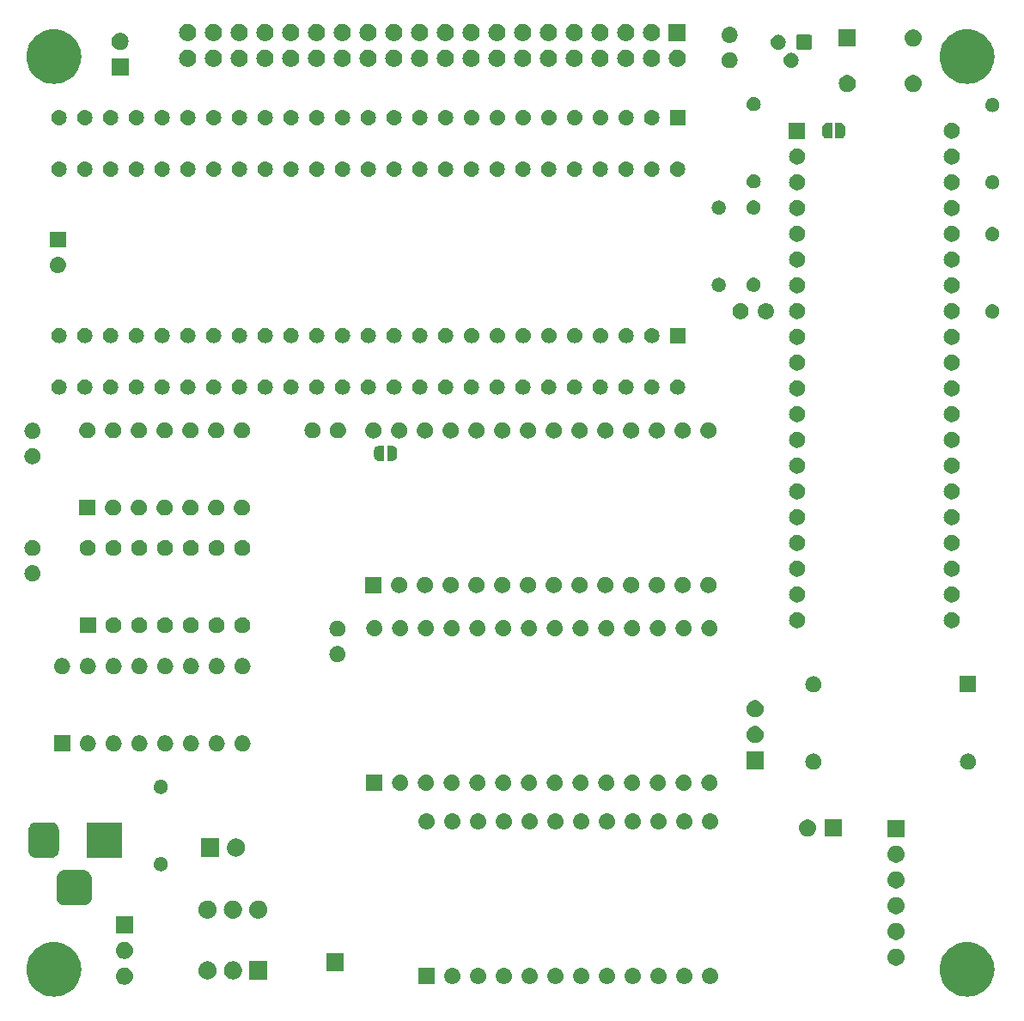
<source format=gbr>
G04 #@! TF.GenerationSoftware,KiCad,Pcbnew,7.0.7*
G04 #@! TF.CreationDate,2024-07-02T20:52:08-05:00*
G04 #@! TF.ProjectId,simple6502,73696d70-6c65-4363-9530-322e6b696361,1.6*
G04 #@! TF.SameCoordinates,Original*
G04 #@! TF.FileFunction,Soldermask,Bot*
G04 #@! TF.FilePolarity,Negative*
%FSLAX46Y46*%
G04 Gerber Fmt 4.6, Leading zero omitted, Abs format (unit mm)*
G04 Created by KiCad (PCBNEW 7.0.7) date 2024-07-02 20:52:08*
%MOMM*%
%LPD*%
G01*
G04 APERTURE LIST*
G04 APERTURE END LIST*
G36*
X55325449Y-142319686D02*
G01*
X55646152Y-142378457D01*
X55957433Y-142475456D01*
X56254753Y-142609269D01*
X56533775Y-142777944D01*
X56790431Y-142979021D01*
X57020979Y-143209569D01*
X57222056Y-143466225D01*
X57390731Y-143745247D01*
X57524544Y-144042567D01*
X57621543Y-144353848D01*
X57680314Y-144674551D01*
X57700000Y-145000000D01*
X57680314Y-145325449D01*
X57621543Y-145646152D01*
X57524544Y-145957433D01*
X57390731Y-146254753D01*
X57222056Y-146533775D01*
X57020979Y-146790431D01*
X56790431Y-147020979D01*
X56533775Y-147222056D01*
X56254753Y-147390731D01*
X55957433Y-147524544D01*
X55646152Y-147621543D01*
X55325449Y-147680314D01*
X55000000Y-147700000D01*
X54674551Y-147680314D01*
X54353848Y-147621543D01*
X54042567Y-147524544D01*
X53745247Y-147390731D01*
X53466225Y-147222056D01*
X53209569Y-147020979D01*
X52979021Y-146790431D01*
X52777944Y-146533775D01*
X52609269Y-146254753D01*
X52475456Y-145957433D01*
X52378457Y-145646152D01*
X52319686Y-145325449D01*
X52300000Y-145000000D01*
X52319686Y-144674551D01*
X52378457Y-144353848D01*
X52475456Y-144042567D01*
X52609269Y-143745247D01*
X52777944Y-143466225D01*
X52979021Y-143209569D01*
X53209569Y-142979021D01*
X53466225Y-142777944D01*
X53745247Y-142609269D01*
X54042567Y-142475456D01*
X54353848Y-142378457D01*
X54674551Y-142319686D01*
X55000000Y-142300000D01*
X55325449Y-142319686D01*
G37*
G36*
X145325449Y-142319686D02*
G01*
X145646152Y-142378457D01*
X145957433Y-142475456D01*
X146254753Y-142609269D01*
X146533775Y-142777944D01*
X146790431Y-142979021D01*
X147020979Y-143209569D01*
X147222056Y-143466225D01*
X147390731Y-143745247D01*
X147524544Y-144042567D01*
X147621543Y-144353848D01*
X147680314Y-144674551D01*
X147700000Y-145000000D01*
X147680314Y-145325449D01*
X147621543Y-145646152D01*
X147524544Y-145957433D01*
X147390731Y-146254753D01*
X147222056Y-146533775D01*
X147020979Y-146790431D01*
X146790431Y-147020979D01*
X146533775Y-147222056D01*
X146254753Y-147390731D01*
X145957433Y-147524544D01*
X145646152Y-147621543D01*
X145325449Y-147680314D01*
X145000000Y-147700000D01*
X144674551Y-147680314D01*
X144353848Y-147621543D01*
X144042567Y-147524544D01*
X143745247Y-147390731D01*
X143466225Y-147222056D01*
X143209569Y-147020979D01*
X142979021Y-146790431D01*
X142777944Y-146533775D01*
X142609269Y-146254753D01*
X142475456Y-145957433D01*
X142378457Y-145646152D01*
X142319686Y-145325449D01*
X142300000Y-145000000D01*
X142319686Y-144674551D01*
X142378457Y-144353848D01*
X142475456Y-144042567D01*
X142609269Y-143745247D01*
X142777944Y-143466225D01*
X142979021Y-143209569D01*
X143209569Y-142979021D01*
X143466225Y-142777944D01*
X143745247Y-142609269D01*
X144042567Y-142475456D01*
X144353848Y-142378457D01*
X144674551Y-142319686D01*
X145000000Y-142300000D01*
X145325449Y-142319686D01*
G37*
G36*
X62212664Y-144881602D02*
G01*
X62375000Y-144953878D01*
X62518761Y-145058327D01*
X62637664Y-145190383D01*
X62726514Y-145344274D01*
X62781425Y-145513275D01*
X62800000Y-145690000D01*
X62781425Y-145866725D01*
X62726514Y-146035726D01*
X62637664Y-146189617D01*
X62518761Y-146321673D01*
X62375000Y-146426122D01*
X62212664Y-146498398D01*
X62038849Y-146535344D01*
X61861151Y-146535344D01*
X61687336Y-146498398D01*
X61525000Y-146426122D01*
X61381239Y-146321673D01*
X61262336Y-146189617D01*
X61173486Y-146035726D01*
X61118575Y-145866725D01*
X61100000Y-145690000D01*
X61118575Y-145513275D01*
X61173486Y-145344274D01*
X61262336Y-145190383D01*
X61381239Y-145058327D01*
X61525000Y-144953878D01*
X61687336Y-144881602D01*
X61861151Y-144844656D01*
X62038849Y-144844656D01*
X62212664Y-144881602D01*
G37*
G36*
X92540000Y-146440000D02*
G01*
X90940000Y-146440000D01*
X90940000Y-144840000D01*
X92540000Y-144840000D01*
X92540000Y-146440000D01*
G37*
G36*
X94321367Y-144844661D02*
G01*
X94363593Y-144844661D01*
X94411228Y-144854786D01*
X94458017Y-144860058D01*
X94492039Y-144871962D01*
X94527127Y-144879421D01*
X94577695Y-144901935D01*
X94627107Y-144919225D01*
X94652823Y-144935383D01*
X94679860Y-144947421D01*
X94730275Y-144984050D01*
X94778792Y-145014535D01*
X94796214Y-145031957D01*
X94815117Y-145045691D01*
X94861844Y-145097587D01*
X94905465Y-145141208D01*
X94915499Y-145157177D01*
X94926986Y-145169935D01*
X94966285Y-145238003D01*
X95000775Y-145292893D01*
X95005080Y-145305197D01*
X95010580Y-145314723D01*
X95038740Y-145401392D01*
X95059942Y-145461983D01*
X95060746Y-145469118D01*
X95062244Y-145473729D01*
X95075820Y-145602904D01*
X95080000Y-145640000D01*
X95075819Y-145677098D01*
X95062244Y-145806270D01*
X95060746Y-145810879D01*
X95059942Y-145818017D01*
X95038736Y-145878620D01*
X95010580Y-145965276D01*
X95005081Y-145974799D01*
X95000775Y-145987107D01*
X94966278Y-146042007D01*
X94926986Y-146110064D01*
X94915501Y-146122818D01*
X94905465Y-146138792D01*
X94861835Y-146182421D01*
X94815117Y-146234308D01*
X94796218Y-146248038D01*
X94778792Y-146265465D01*
X94730265Y-146295956D01*
X94679860Y-146332578D01*
X94652829Y-146344612D01*
X94627107Y-146360775D01*
X94577685Y-146378068D01*
X94527127Y-146400578D01*
X94492045Y-146408035D01*
X94458017Y-146419942D01*
X94411225Y-146425214D01*
X94363593Y-146435339D01*
X94321367Y-146435339D01*
X94280000Y-146440000D01*
X94238633Y-146435339D01*
X94196407Y-146435339D01*
X94148774Y-146425214D01*
X94101983Y-146419942D01*
X94067955Y-146408035D01*
X94032872Y-146400578D01*
X93982309Y-146378066D01*
X93932893Y-146360775D01*
X93907173Y-146344614D01*
X93880139Y-146332578D01*
X93829726Y-146295951D01*
X93781208Y-146265465D01*
X93763784Y-146248041D01*
X93744882Y-146234308D01*
X93698154Y-146182411D01*
X93654535Y-146138792D01*
X93644500Y-146122822D01*
X93633013Y-146110064D01*
X93593709Y-146041987D01*
X93559225Y-145987107D01*
X93554919Y-145974803D01*
X93549419Y-145965276D01*
X93521249Y-145878580D01*
X93500058Y-145818017D01*
X93499254Y-145810884D01*
X93497755Y-145806270D01*
X93484165Y-145676966D01*
X93480000Y-145640000D01*
X93484164Y-145603036D01*
X93497755Y-145473729D01*
X93499254Y-145469113D01*
X93500058Y-145461983D01*
X93521245Y-145401432D01*
X93549419Y-145314723D01*
X93554920Y-145305193D01*
X93559225Y-145292893D01*
X93593701Y-145238023D01*
X93633013Y-145169935D01*
X93644502Y-145157174D01*
X93654535Y-145141208D01*
X93698145Y-145097597D01*
X93744882Y-145045691D01*
X93763787Y-145031955D01*
X93781208Y-145014535D01*
X93829721Y-144984052D01*
X93880140Y-144947421D01*
X93907176Y-144935383D01*
X93932893Y-144919225D01*
X93982301Y-144901936D01*
X94032872Y-144879421D01*
X94067961Y-144871962D01*
X94101983Y-144860058D01*
X94148771Y-144854786D01*
X94196407Y-144844661D01*
X94238633Y-144844661D01*
X94280000Y-144840000D01*
X94321367Y-144844661D01*
G37*
G36*
X96861367Y-144844661D02*
G01*
X96903593Y-144844661D01*
X96951228Y-144854786D01*
X96998017Y-144860058D01*
X97032039Y-144871962D01*
X97067127Y-144879421D01*
X97117695Y-144901935D01*
X97167107Y-144919225D01*
X97192823Y-144935383D01*
X97219860Y-144947421D01*
X97270275Y-144984050D01*
X97318792Y-145014535D01*
X97336214Y-145031957D01*
X97355117Y-145045691D01*
X97401844Y-145097587D01*
X97445465Y-145141208D01*
X97455499Y-145157177D01*
X97466986Y-145169935D01*
X97506285Y-145238003D01*
X97540775Y-145292893D01*
X97545080Y-145305197D01*
X97550580Y-145314723D01*
X97578740Y-145401392D01*
X97599942Y-145461983D01*
X97600746Y-145469118D01*
X97602244Y-145473729D01*
X97615820Y-145602904D01*
X97620000Y-145640000D01*
X97615819Y-145677098D01*
X97602244Y-145806270D01*
X97600746Y-145810879D01*
X97599942Y-145818017D01*
X97578736Y-145878620D01*
X97550580Y-145965276D01*
X97545081Y-145974799D01*
X97540775Y-145987107D01*
X97506278Y-146042007D01*
X97466986Y-146110064D01*
X97455501Y-146122818D01*
X97445465Y-146138792D01*
X97401835Y-146182421D01*
X97355117Y-146234308D01*
X97336218Y-146248038D01*
X97318792Y-146265465D01*
X97270265Y-146295956D01*
X97219860Y-146332578D01*
X97192829Y-146344612D01*
X97167107Y-146360775D01*
X97117685Y-146378068D01*
X97067127Y-146400578D01*
X97032045Y-146408035D01*
X96998017Y-146419942D01*
X96951225Y-146425214D01*
X96903593Y-146435339D01*
X96861367Y-146435339D01*
X96820000Y-146440000D01*
X96778633Y-146435339D01*
X96736407Y-146435339D01*
X96688774Y-146425214D01*
X96641983Y-146419942D01*
X96607955Y-146408035D01*
X96572872Y-146400578D01*
X96522309Y-146378066D01*
X96472893Y-146360775D01*
X96447173Y-146344614D01*
X96420139Y-146332578D01*
X96369726Y-146295951D01*
X96321208Y-146265465D01*
X96303784Y-146248041D01*
X96284882Y-146234308D01*
X96238154Y-146182411D01*
X96194535Y-146138792D01*
X96184500Y-146122822D01*
X96173013Y-146110064D01*
X96133709Y-146041987D01*
X96099225Y-145987107D01*
X96094919Y-145974803D01*
X96089419Y-145965276D01*
X96061249Y-145878580D01*
X96040058Y-145818017D01*
X96039254Y-145810884D01*
X96037755Y-145806270D01*
X96024165Y-145676966D01*
X96020000Y-145640000D01*
X96024164Y-145603036D01*
X96037755Y-145473729D01*
X96039254Y-145469113D01*
X96040058Y-145461983D01*
X96061245Y-145401432D01*
X96089419Y-145314723D01*
X96094920Y-145305193D01*
X96099225Y-145292893D01*
X96133701Y-145238023D01*
X96173013Y-145169935D01*
X96184502Y-145157174D01*
X96194535Y-145141208D01*
X96238145Y-145097597D01*
X96284882Y-145045691D01*
X96303787Y-145031955D01*
X96321208Y-145014535D01*
X96369721Y-144984052D01*
X96420140Y-144947421D01*
X96447176Y-144935383D01*
X96472893Y-144919225D01*
X96522301Y-144901936D01*
X96572872Y-144879421D01*
X96607961Y-144871962D01*
X96641983Y-144860058D01*
X96688771Y-144854786D01*
X96736407Y-144844661D01*
X96778633Y-144844661D01*
X96820000Y-144840000D01*
X96861367Y-144844661D01*
G37*
G36*
X99401367Y-144844661D02*
G01*
X99443593Y-144844661D01*
X99491228Y-144854786D01*
X99538017Y-144860058D01*
X99572039Y-144871962D01*
X99607127Y-144879421D01*
X99657695Y-144901935D01*
X99707107Y-144919225D01*
X99732823Y-144935383D01*
X99759860Y-144947421D01*
X99810275Y-144984050D01*
X99858792Y-145014535D01*
X99876214Y-145031957D01*
X99895117Y-145045691D01*
X99941844Y-145097587D01*
X99985465Y-145141208D01*
X99995499Y-145157177D01*
X100006986Y-145169935D01*
X100046285Y-145238003D01*
X100080775Y-145292893D01*
X100085080Y-145305197D01*
X100090580Y-145314723D01*
X100118740Y-145401392D01*
X100139942Y-145461983D01*
X100140746Y-145469118D01*
X100142244Y-145473729D01*
X100155820Y-145602904D01*
X100160000Y-145640000D01*
X100155819Y-145677098D01*
X100142244Y-145806270D01*
X100140746Y-145810879D01*
X100139942Y-145818017D01*
X100118736Y-145878620D01*
X100090580Y-145965276D01*
X100085081Y-145974799D01*
X100080775Y-145987107D01*
X100046278Y-146042007D01*
X100006986Y-146110064D01*
X99995501Y-146122818D01*
X99985465Y-146138792D01*
X99941835Y-146182421D01*
X99895117Y-146234308D01*
X99876218Y-146248038D01*
X99858792Y-146265465D01*
X99810265Y-146295956D01*
X99759860Y-146332578D01*
X99732829Y-146344612D01*
X99707107Y-146360775D01*
X99657685Y-146378068D01*
X99607127Y-146400578D01*
X99572045Y-146408035D01*
X99538017Y-146419942D01*
X99491225Y-146425214D01*
X99443593Y-146435339D01*
X99401367Y-146435339D01*
X99360000Y-146440000D01*
X99318633Y-146435339D01*
X99276407Y-146435339D01*
X99228774Y-146425214D01*
X99181983Y-146419942D01*
X99147955Y-146408035D01*
X99112872Y-146400578D01*
X99062309Y-146378066D01*
X99012893Y-146360775D01*
X98987173Y-146344614D01*
X98960139Y-146332578D01*
X98909726Y-146295951D01*
X98861208Y-146265465D01*
X98843784Y-146248041D01*
X98824882Y-146234308D01*
X98778154Y-146182411D01*
X98734535Y-146138792D01*
X98724500Y-146122822D01*
X98713013Y-146110064D01*
X98673709Y-146041987D01*
X98639225Y-145987107D01*
X98634919Y-145974803D01*
X98629419Y-145965276D01*
X98601249Y-145878580D01*
X98580058Y-145818017D01*
X98579254Y-145810884D01*
X98577755Y-145806270D01*
X98564165Y-145676966D01*
X98560000Y-145640000D01*
X98564164Y-145603036D01*
X98577755Y-145473729D01*
X98579254Y-145469113D01*
X98580058Y-145461983D01*
X98601245Y-145401432D01*
X98629419Y-145314723D01*
X98634920Y-145305193D01*
X98639225Y-145292893D01*
X98673701Y-145238023D01*
X98713013Y-145169935D01*
X98724502Y-145157174D01*
X98734535Y-145141208D01*
X98778145Y-145097597D01*
X98824882Y-145045691D01*
X98843787Y-145031955D01*
X98861208Y-145014535D01*
X98909721Y-144984052D01*
X98960140Y-144947421D01*
X98987176Y-144935383D01*
X99012893Y-144919225D01*
X99062301Y-144901936D01*
X99112872Y-144879421D01*
X99147961Y-144871962D01*
X99181983Y-144860058D01*
X99228771Y-144854786D01*
X99276407Y-144844661D01*
X99318633Y-144844661D01*
X99360000Y-144840000D01*
X99401367Y-144844661D01*
G37*
G36*
X101941367Y-144844661D02*
G01*
X101983593Y-144844661D01*
X102031228Y-144854786D01*
X102078017Y-144860058D01*
X102112039Y-144871962D01*
X102147127Y-144879421D01*
X102197695Y-144901935D01*
X102247107Y-144919225D01*
X102272823Y-144935383D01*
X102299860Y-144947421D01*
X102350275Y-144984050D01*
X102398792Y-145014535D01*
X102416214Y-145031957D01*
X102435117Y-145045691D01*
X102481844Y-145097587D01*
X102525465Y-145141208D01*
X102535499Y-145157177D01*
X102546986Y-145169935D01*
X102586285Y-145238003D01*
X102620775Y-145292893D01*
X102625080Y-145305197D01*
X102630580Y-145314723D01*
X102658740Y-145401392D01*
X102679942Y-145461983D01*
X102680746Y-145469118D01*
X102682244Y-145473729D01*
X102695820Y-145602904D01*
X102700000Y-145640000D01*
X102695819Y-145677098D01*
X102682244Y-145806270D01*
X102680746Y-145810879D01*
X102679942Y-145818017D01*
X102658736Y-145878620D01*
X102630580Y-145965276D01*
X102625081Y-145974799D01*
X102620775Y-145987107D01*
X102586278Y-146042007D01*
X102546986Y-146110064D01*
X102535501Y-146122818D01*
X102525465Y-146138792D01*
X102481835Y-146182421D01*
X102435117Y-146234308D01*
X102416218Y-146248038D01*
X102398792Y-146265465D01*
X102350265Y-146295956D01*
X102299860Y-146332578D01*
X102272829Y-146344612D01*
X102247107Y-146360775D01*
X102197685Y-146378068D01*
X102147127Y-146400578D01*
X102112045Y-146408035D01*
X102078017Y-146419942D01*
X102031225Y-146425214D01*
X101983593Y-146435339D01*
X101941367Y-146435339D01*
X101900000Y-146440000D01*
X101858633Y-146435339D01*
X101816407Y-146435339D01*
X101768774Y-146425214D01*
X101721983Y-146419942D01*
X101687955Y-146408035D01*
X101652872Y-146400578D01*
X101602309Y-146378066D01*
X101552893Y-146360775D01*
X101527173Y-146344614D01*
X101500139Y-146332578D01*
X101449726Y-146295951D01*
X101401208Y-146265465D01*
X101383784Y-146248041D01*
X101364882Y-146234308D01*
X101318154Y-146182411D01*
X101274535Y-146138792D01*
X101264500Y-146122822D01*
X101253013Y-146110064D01*
X101213709Y-146041987D01*
X101179225Y-145987107D01*
X101174919Y-145974803D01*
X101169419Y-145965276D01*
X101141249Y-145878580D01*
X101120058Y-145818017D01*
X101119254Y-145810884D01*
X101117755Y-145806270D01*
X101104165Y-145676966D01*
X101100000Y-145640000D01*
X101104164Y-145603036D01*
X101117755Y-145473729D01*
X101119254Y-145469113D01*
X101120058Y-145461983D01*
X101141245Y-145401432D01*
X101169419Y-145314723D01*
X101174920Y-145305193D01*
X101179225Y-145292893D01*
X101213701Y-145238023D01*
X101253013Y-145169935D01*
X101264502Y-145157174D01*
X101274535Y-145141208D01*
X101318145Y-145097597D01*
X101364882Y-145045691D01*
X101383787Y-145031955D01*
X101401208Y-145014535D01*
X101449721Y-144984052D01*
X101500140Y-144947421D01*
X101527176Y-144935383D01*
X101552893Y-144919225D01*
X101602301Y-144901936D01*
X101652872Y-144879421D01*
X101687961Y-144871962D01*
X101721983Y-144860058D01*
X101768771Y-144854786D01*
X101816407Y-144844661D01*
X101858633Y-144844661D01*
X101900000Y-144840000D01*
X101941367Y-144844661D01*
G37*
G36*
X104481367Y-144844661D02*
G01*
X104523593Y-144844661D01*
X104571228Y-144854786D01*
X104618017Y-144860058D01*
X104652039Y-144871962D01*
X104687127Y-144879421D01*
X104737695Y-144901935D01*
X104787107Y-144919225D01*
X104812823Y-144935383D01*
X104839860Y-144947421D01*
X104890275Y-144984050D01*
X104938792Y-145014535D01*
X104956214Y-145031957D01*
X104975117Y-145045691D01*
X105021844Y-145097587D01*
X105065465Y-145141208D01*
X105075499Y-145157177D01*
X105086986Y-145169935D01*
X105126285Y-145238003D01*
X105160775Y-145292893D01*
X105165080Y-145305197D01*
X105170580Y-145314723D01*
X105198740Y-145401392D01*
X105219942Y-145461983D01*
X105220746Y-145469118D01*
X105222244Y-145473729D01*
X105235820Y-145602904D01*
X105240000Y-145640000D01*
X105235819Y-145677098D01*
X105222244Y-145806270D01*
X105220746Y-145810879D01*
X105219942Y-145818017D01*
X105198736Y-145878620D01*
X105170580Y-145965276D01*
X105165081Y-145974799D01*
X105160775Y-145987107D01*
X105126278Y-146042007D01*
X105086986Y-146110064D01*
X105075501Y-146122818D01*
X105065465Y-146138792D01*
X105021835Y-146182421D01*
X104975117Y-146234308D01*
X104956218Y-146248038D01*
X104938792Y-146265465D01*
X104890265Y-146295956D01*
X104839860Y-146332578D01*
X104812829Y-146344612D01*
X104787107Y-146360775D01*
X104737685Y-146378068D01*
X104687127Y-146400578D01*
X104652045Y-146408035D01*
X104618017Y-146419942D01*
X104571225Y-146425214D01*
X104523593Y-146435339D01*
X104481367Y-146435339D01*
X104440000Y-146440000D01*
X104398633Y-146435339D01*
X104356407Y-146435339D01*
X104308774Y-146425214D01*
X104261983Y-146419942D01*
X104227955Y-146408035D01*
X104192872Y-146400578D01*
X104142309Y-146378066D01*
X104092893Y-146360775D01*
X104067173Y-146344614D01*
X104040139Y-146332578D01*
X103989726Y-146295951D01*
X103941208Y-146265465D01*
X103923784Y-146248041D01*
X103904882Y-146234308D01*
X103858154Y-146182411D01*
X103814535Y-146138792D01*
X103804500Y-146122822D01*
X103793013Y-146110064D01*
X103753709Y-146041987D01*
X103719225Y-145987107D01*
X103714919Y-145974803D01*
X103709419Y-145965276D01*
X103681249Y-145878580D01*
X103660058Y-145818017D01*
X103659254Y-145810884D01*
X103657755Y-145806270D01*
X103644165Y-145676966D01*
X103640000Y-145640000D01*
X103644164Y-145603036D01*
X103657755Y-145473729D01*
X103659254Y-145469113D01*
X103660058Y-145461983D01*
X103681245Y-145401432D01*
X103709419Y-145314723D01*
X103714920Y-145305193D01*
X103719225Y-145292893D01*
X103753701Y-145238023D01*
X103793013Y-145169935D01*
X103804502Y-145157174D01*
X103814535Y-145141208D01*
X103858145Y-145097597D01*
X103904882Y-145045691D01*
X103923787Y-145031955D01*
X103941208Y-145014535D01*
X103989721Y-144984052D01*
X104040140Y-144947421D01*
X104067176Y-144935383D01*
X104092893Y-144919225D01*
X104142301Y-144901936D01*
X104192872Y-144879421D01*
X104227961Y-144871962D01*
X104261983Y-144860058D01*
X104308771Y-144854786D01*
X104356407Y-144844661D01*
X104398633Y-144844661D01*
X104440000Y-144840000D01*
X104481367Y-144844661D01*
G37*
G36*
X107021367Y-144844661D02*
G01*
X107063593Y-144844661D01*
X107111228Y-144854786D01*
X107158017Y-144860058D01*
X107192039Y-144871962D01*
X107227127Y-144879421D01*
X107277695Y-144901935D01*
X107327107Y-144919225D01*
X107352823Y-144935383D01*
X107379860Y-144947421D01*
X107430275Y-144984050D01*
X107478792Y-145014535D01*
X107496214Y-145031957D01*
X107515117Y-145045691D01*
X107561844Y-145097587D01*
X107605465Y-145141208D01*
X107615499Y-145157177D01*
X107626986Y-145169935D01*
X107666285Y-145238003D01*
X107700775Y-145292893D01*
X107705080Y-145305197D01*
X107710580Y-145314723D01*
X107738740Y-145401392D01*
X107759942Y-145461983D01*
X107760746Y-145469118D01*
X107762244Y-145473729D01*
X107775820Y-145602904D01*
X107780000Y-145640000D01*
X107775819Y-145677098D01*
X107762244Y-145806270D01*
X107760746Y-145810879D01*
X107759942Y-145818017D01*
X107738736Y-145878620D01*
X107710580Y-145965276D01*
X107705081Y-145974799D01*
X107700775Y-145987107D01*
X107666278Y-146042007D01*
X107626986Y-146110064D01*
X107615501Y-146122818D01*
X107605465Y-146138792D01*
X107561835Y-146182421D01*
X107515117Y-146234308D01*
X107496218Y-146248038D01*
X107478792Y-146265465D01*
X107430265Y-146295956D01*
X107379860Y-146332578D01*
X107352829Y-146344612D01*
X107327107Y-146360775D01*
X107277685Y-146378068D01*
X107227127Y-146400578D01*
X107192045Y-146408035D01*
X107158017Y-146419942D01*
X107111225Y-146425214D01*
X107063593Y-146435339D01*
X107021367Y-146435339D01*
X106980000Y-146440000D01*
X106938633Y-146435339D01*
X106896407Y-146435339D01*
X106848774Y-146425214D01*
X106801983Y-146419942D01*
X106767955Y-146408035D01*
X106732872Y-146400578D01*
X106682309Y-146378066D01*
X106632893Y-146360775D01*
X106607173Y-146344614D01*
X106580139Y-146332578D01*
X106529726Y-146295951D01*
X106481208Y-146265465D01*
X106463784Y-146248041D01*
X106444882Y-146234308D01*
X106398154Y-146182411D01*
X106354535Y-146138792D01*
X106344500Y-146122822D01*
X106333013Y-146110064D01*
X106293709Y-146041987D01*
X106259225Y-145987107D01*
X106254919Y-145974803D01*
X106249419Y-145965276D01*
X106221249Y-145878580D01*
X106200058Y-145818017D01*
X106199254Y-145810884D01*
X106197755Y-145806270D01*
X106184165Y-145676966D01*
X106180000Y-145640000D01*
X106184164Y-145603036D01*
X106197755Y-145473729D01*
X106199254Y-145469113D01*
X106200058Y-145461983D01*
X106221245Y-145401432D01*
X106249419Y-145314723D01*
X106254920Y-145305193D01*
X106259225Y-145292893D01*
X106293701Y-145238023D01*
X106333013Y-145169935D01*
X106344502Y-145157174D01*
X106354535Y-145141208D01*
X106398145Y-145097597D01*
X106444882Y-145045691D01*
X106463787Y-145031955D01*
X106481208Y-145014535D01*
X106529721Y-144984052D01*
X106580140Y-144947421D01*
X106607176Y-144935383D01*
X106632893Y-144919225D01*
X106682301Y-144901936D01*
X106732872Y-144879421D01*
X106767961Y-144871962D01*
X106801983Y-144860058D01*
X106848771Y-144854786D01*
X106896407Y-144844661D01*
X106938633Y-144844661D01*
X106980000Y-144840000D01*
X107021367Y-144844661D01*
G37*
G36*
X109561367Y-144844661D02*
G01*
X109603593Y-144844661D01*
X109651228Y-144854786D01*
X109698017Y-144860058D01*
X109732039Y-144871962D01*
X109767127Y-144879421D01*
X109817695Y-144901935D01*
X109867107Y-144919225D01*
X109892823Y-144935383D01*
X109919860Y-144947421D01*
X109970275Y-144984050D01*
X110018792Y-145014535D01*
X110036214Y-145031957D01*
X110055117Y-145045691D01*
X110101844Y-145097587D01*
X110145465Y-145141208D01*
X110155499Y-145157177D01*
X110166986Y-145169935D01*
X110206285Y-145238003D01*
X110240775Y-145292893D01*
X110245080Y-145305197D01*
X110250580Y-145314723D01*
X110278740Y-145401392D01*
X110299942Y-145461983D01*
X110300746Y-145469118D01*
X110302244Y-145473729D01*
X110315820Y-145602904D01*
X110320000Y-145640000D01*
X110315819Y-145677098D01*
X110302244Y-145806270D01*
X110300746Y-145810879D01*
X110299942Y-145818017D01*
X110278736Y-145878620D01*
X110250580Y-145965276D01*
X110245081Y-145974799D01*
X110240775Y-145987107D01*
X110206278Y-146042007D01*
X110166986Y-146110064D01*
X110155501Y-146122818D01*
X110145465Y-146138792D01*
X110101835Y-146182421D01*
X110055117Y-146234308D01*
X110036218Y-146248038D01*
X110018792Y-146265465D01*
X109970265Y-146295956D01*
X109919860Y-146332578D01*
X109892829Y-146344612D01*
X109867107Y-146360775D01*
X109817685Y-146378068D01*
X109767127Y-146400578D01*
X109732045Y-146408035D01*
X109698017Y-146419942D01*
X109651225Y-146425214D01*
X109603593Y-146435339D01*
X109561367Y-146435339D01*
X109520000Y-146440000D01*
X109478633Y-146435339D01*
X109436407Y-146435339D01*
X109388774Y-146425214D01*
X109341983Y-146419942D01*
X109307955Y-146408035D01*
X109272872Y-146400578D01*
X109222309Y-146378066D01*
X109172893Y-146360775D01*
X109147173Y-146344614D01*
X109120139Y-146332578D01*
X109069726Y-146295951D01*
X109021208Y-146265465D01*
X109003784Y-146248041D01*
X108984882Y-146234308D01*
X108938154Y-146182411D01*
X108894535Y-146138792D01*
X108884500Y-146122822D01*
X108873013Y-146110064D01*
X108833709Y-146041987D01*
X108799225Y-145987107D01*
X108794919Y-145974803D01*
X108789419Y-145965276D01*
X108761249Y-145878580D01*
X108740058Y-145818017D01*
X108739254Y-145810884D01*
X108737755Y-145806270D01*
X108724165Y-145676966D01*
X108720000Y-145640000D01*
X108724164Y-145603036D01*
X108737755Y-145473729D01*
X108739254Y-145469113D01*
X108740058Y-145461983D01*
X108761245Y-145401432D01*
X108789419Y-145314723D01*
X108794920Y-145305193D01*
X108799225Y-145292893D01*
X108833701Y-145238023D01*
X108873013Y-145169935D01*
X108884502Y-145157174D01*
X108894535Y-145141208D01*
X108938145Y-145097597D01*
X108984882Y-145045691D01*
X109003787Y-145031955D01*
X109021208Y-145014535D01*
X109069721Y-144984052D01*
X109120140Y-144947421D01*
X109147176Y-144935383D01*
X109172893Y-144919225D01*
X109222301Y-144901936D01*
X109272872Y-144879421D01*
X109307961Y-144871962D01*
X109341983Y-144860058D01*
X109388771Y-144854786D01*
X109436407Y-144844661D01*
X109478633Y-144844661D01*
X109520000Y-144840000D01*
X109561367Y-144844661D01*
G37*
G36*
X112101367Y-144844661D02*
G01*
X112143593Y-144844661D01*
X112191228Y-144854786D01*
X112238017Y-144860058D01*
X112272039Y-144871962D01*
X112307127Y-144879421D01*
X112357695Y-144901935D01*
X112407107Y-144919225D01*
X112432823Y-144935383D01*
X112459860Y-144947421D01*
X112510275Y-144984050D01*
X112558792Y-145014535D01*
X112576214Y-145031957D01*
X112595117Y-145045691D01*
X112641844Y-145097587D01*
X112685465Y-145141208D01*
X112695499Y-145157177D01*
X112706986Y-145169935D01*
X112746285Y-145238003D01*
X112780775Y-145292893D01*
X112785080Y-145305197D01*
X112790580Y-145314723D01*
X112818740Y-145401392D01*
X112839942Y-145461983D01*
X112840746Y-145469118D01*
X112842244Y-145473729D01*
X112855820Y-145602904D01*
X112860000Y-145640000D01*
X112855819Y-145677098D01*
X112842244Y-145806270D01*
X112840746Y-145810879D01*
X112839942Y-145818017D01*
X112818736Y-145878620D01*
X112790580Y-145965276D01*
X112785081Y-145974799D01*
X112780775Y-145987107D01*
X112746278Y-146042007D01*
X112706986Y-146110064D01*
X112695501Y-146122818D01*
X112685465Y-146138792D01*
X112641835Y-146182421D01*
X112595117Y-146234308D01*
X112576218Y-146248038D01*
X112558792Y-146265465D01*
X112510265Y-146295956D01*
X112459860Y-146332578D01*
X112432829Y-146344612D01*
X112407107Y-146360775D01*
X112357685Y-146378068D01*
X112307127Y-146400578D01*
X112272045Y-146408035D01*
X112238017Y-146419942D01*
X112191225Y-146425214D01*
X112143593Y-146435339D01*
X112101367Y-146435339D01*
X112060000Y-146440000D01*
X112018633Y-146435339D01*
X111976407Y-146435339D01*
X111928774Y-146425214D01*
X111881983Y-146419942D01*
X111847955Y-146408035D01*
X111812872Y-146400578D01*
X111762309Y-146378066D01*
X111712893Y-146360775D01*
X111687173Y-146344614D01*
X111660139Y-146332578D01*
X111609726Y-146295951D01*
X111561208Y-146265465D01*
X111543784Y-146248041D01*
X111524882Y-146234308D01*
X111478154Y-146182411D01*
X111434535Y-146138792D01*
X111424500Y-146122822D01*
X111413013Y-146110064D01*
X111373709Y-146041987D01*
X111339225Y-145987107D01*
X111334919Y-145974803D01*
X111329419Y-145965276D01*
X111301249Y-145878580D01*
X111280058Y-145818017D01*
X111279254Y-145810884D01*
X111277755Y-145806270D01*
X111264165Y-145676966D01*
X111260000Y-145640000D01*
X111264164Y-145603036D01*
X111277755Y-145473729D01*
X111279254Y-145469113D01*
X111280058Y-145461983D01*
X111301245Y-145401432D01*
X111329419Y-145314723D01*
X111334920Y-145305193D01*
X111339225Y-145292893D01*
X111373701Y-145238023D01*
X111413013Y-145169935D01*
X111424502Y-145157174D01*
X111434535Y-145141208D01*
X111478145Y-145097597D01*
X111524882Y-145045691D01*
X111543787Y-145031955D01*
X111561208Y-145014535D01*
X111609721Y-144984052D01*
X111660140Y-144947421D01*
X111687176Y-144935383D01*
X111712893Y-144919225D01*
X111762301Y-144901936D01*
X111812872Y-144879421D01*
X111847961Y-144871962D01*
X111881983Y-144860058D01*
X111928771Y-144854786D01*
X111976407Y-144844661D01*
X112018633Y-144844661D01*
X112060000Y-144840000D01*
X112101367Y-144844661D01*
G37*
G36*
X114641367Y-144844661D02*
G01*
X114683593Y-144844661D01*
X114731228Y-144854786D01*
X114778017Y-144860058D01*
X114812039Y-144871962D01*
X114847127Y-144879421D01*
X114897695Y-144901935D01*
X114947107Y-144919225D01*
X114972823Y-144935383D01*
X114999860Y-144947421D01*
X115050275Y-144984050D01*
X115098792Y-145014535D01*
X115116214Y-145031957D01*
X115135117Y-145045691D01*
X115181844Y-145097587D01*
X115225465Y-145141208D01*
X115235499Y-145157177D01*
X115246986Y-145169935D01*
X115286285Y-145238003D01*
X115320775Y-145292893D01*
X115325080Y-145305197D01*
X115330580Y-145314723D01*
X115358740Y-145401392D01*
X115379942Y-145461983D01*
X115380746Y-145469118D01*
X115382244Y-145473729D01*
X115395820Y-145602904D01*
X115400000Y-145640000D01*
X115395819Y-145677098D01*
X115382244Y-145806270D01*
X115380746Y-145810879D01*
X115379942Y-145818017D01*
X115358736Y-145878620D01*
X115330580Y-145965276D01*
X115325081Y-145974799D01*
X115320775Y-145987107D01*
X115286278Y-146042007D01*
X115246986Y-146110064D01*
X115235501Y-146122818D01*
X115225465Y-146138792D01*
X115181835Y-146182421D01*
X115135117Y-146234308D01*
X115116218Y-146248038D01*
X115098792Y-146265465D01*
X115050265Y-146295956D01*
X114999860Y-146332578D01*
X114972829Y-146344612D01*
X114947107Y-146360775D01*
X114897685Y-146378068D01*
X114847127Y-146400578D01*
X114812045Y-146408035D01*
X114778017Y-146419942D01*
X114731225Y-146425214D01*
X114683593Y-146435339D01*
X114641367Y-146435339D01*
X114600000Y-146440000D01*
X114558633Y-146435339D01*
X114516407Y-146435339D01*
X114468774Y-146425214D01*
X114421983Y-146419942D01*
X114387955Y-146408035D01*
X114352872Y-146400578D01*
X114302309Y-146378066D01*
X114252893Y-146360775D01*
X114227173Y-146344614D01*
X114200139Y-146332578D01*
X114149726Y-146295951D01*
X114101208Y-146265465D01*
X114083784Y-146248041D01*
X114064882Y-146234308D01*
X114018154Y-146182411D01*
X113974535Y-146138792D01*
X113964500Y-146122822D01*
X113953013Y-146110064D01*
X113913709Y-146041987D01*
X113879225Y-145987107D01*
X113874919Y-145974803D01*
X113869419Y-145965276D01*
X113841249Y-145878580D01*
X113820058Y-145818017D01*
X113819254Y-145810884D01*
X113817755Y-145806270D01*
X113804165Y-145676966D01*
X113800000Y-145640000D01*
X113804164Y-145603036D01*
X113817755Y-145473729D01*
X113819254Y-145469113D01*
X113820058Y-145461983D01*
X113841245Y-145401432D01*
X113869419Y-145314723D01*
X113874920Y-145305193D01*
X113879225Y-145292893D01*
X113913701Y-145238023D01*
X113953013Y-145169935D01*
X113964502Y-145157174D01*
X113974535Y-145141208D01*
X114018145Y-145097597D01*
X114064882Y-145045691D01*
X114083787Y-145031955D01*
X114101208Y-145014535D01*
X114149721Y-144984052D01*
X114200140Y-144947421D01*
X114227176Y-144935383D01*
X114252893Y-144919225D01*
X114302301Y-144901936D01*
X114352872Y-144879421D01*
X114387961Y-144871962D01*
X114421983Y-144860058D01*
X114468771Y-144854786D01*
X114516407Y-144844661D01*
X114558633Y-144844661D01*
X114600000Y-144840000D01*
X114641367Y-144844661D01*
G37*
G36*
X117181367Y-144844661D02*
G01*
X117223593Y-144844661D01*
X117271228Y-144854786D01*
X117318017Y-144860058D01*
X117352039Y-144871962D01*
X117387127Y-144879421D01*
X117437695Y-144901935D01*
X117487107Y-144919225D01*
X117512823Y-144935383D01*
X117539860Y-144947421D01*
X117590275Y-144984050D01*
X117638792Y-145014535D01*
X117656214Y-145031957D01*
X117675117Y-145045691D01*
X117721844Y-145097587D01*
X117765465Y-145141208D01*
X117775499Y-145157177D01*
X117786986Y-145169935D01*
X117826285Y-145238003D01*
X117860775Y-145292893D01*
X117865080Y-145305197D01*
X117870580Y-145314723D01*
X117898740Y-145401392D01*
X117919942Y-145461983D01*
X117920746Y-145469118D01*
X117922244Y-145473729D01*
X117935820Y-145602904D01*
X117940000Y-145640000D01*
X117935819Y-145677098D01*
X117922244Y-145806270D01*
X117920746Y-145810879D01*
X117919942Y-145818017D01*
X117898736Y-145878620D01*
X117870580Y-145965276D01*
X117865081Y-145974799D01*
X117860775Y-145987107D01*
X117826278Y-146042007D01*
X117786986Y-146110064D01*
X117775501Y-146122818D01*
X117765465Y-146138792D01*
X117721835Y-146182421D01*
X117675117Y-146234308D01*
X117656218Y-146248038D01*
X117638792Y-146265465D01*
X117590265Y-146295956D01*
X117539860Y-146332578D01*
X117512829Y-146344612D01*
X117487107Y-146360775D01*
X117437685Y-146378068D01*
X117387127Y-146400578D01*
X117352045Y-146408035D01*
X117318017Y-146419942D01*
X117271225Y-146425214D01*
X117223593Y-146435339D01*
X117181367Y-146435339D01*
X117140000Y-146440000D01*
X117098633Y-146435339D01*
X117056407Y-146435339D01*
X117008774Y-146425214D01*
X116961983Y-146419942D01*
X116927955Y-146408035D01*
X116892872Y-146400578D01*
X116842309Y-146378066D01*
X116792893Y-146360775D01*
X116767173Y-146344614D01*
X116740139Y-146332578D01*
X116689726Y-146295951D01*
X116641208Y-146265465D01*
X116623784Y-146248041D01*
X116604882Y-146234308D01*
X116558154Y-146182411D01*
X116514535Y-146138792D01*
X116504500Y-146122822D01*
X116493013Y-146110064D01*
X116453709Y-146041987D01*
X116419225Y-145987107D01*
X116414919Y-145974803D01*
X116409419Y-145965276D01*
X116381249Y-145878580D01*
X116360058Y-145818017D01*
X116359254Y-145810884D01*
X116357755Y-145806270D01*
X116344165Y-145676966D01*
X116340000Y-145640000D01*
X116344164Y-145603036D01*
X116357755Y-145473729D01*
X116359254Y-145469113D01*
X116360058Y-145461983D01*
X116381245Y-145401432D01*
X116409419Y-145314723D01*
X116414920Y-145305193D01*
X116419225Y-145292893D01*
X116453701Y-145238023D01*
X116493013Y-145169935D01*
X116504502Y-145157174D01*
X116514535Y-145141208D01*
X116558145Y-145097597D01*
X116604882Y-145045691D01*
X116623787Y-145031955D01*
X116641208Y-145014535D01*
X116689721Y-144984052D01*
X116740140Y-144947421D01*
X116767176Y-144935383D01*
X116792893Y-144919225D01*
X116842301Y-144901936D01*
X116892872Y-144879421D01*
X116927961Y-144871962D01*
X116961983Y-144860058D01*
X117008771Y-144854786D01*
X117056407Y-144844661D01*
X117098633Y-144844661D01*
X117140000Y-144840000D01*
X117181367Y-144844661D01*
G37*
G36*
X119721367Y-144844661D02*
G01*
X119763593Y-144844661D01*
X119811228Y-144854786D01*
X119858017Y-144860058D01*
X119892039Y-144871962D01*
X119927127Y-144879421D01*
X119977695Y-144901935D01*
X120027107Y-144919225D01*
X120052823Y-144935383D01*
X120079860Y-144947421D01*
X120130275Y-144984050D01*
X120178792Y-145014535D01*
X120196214Y-145031957D01*
X120215117Y-145045691D01*
X120261844Y-145097587D01*
X120305465Y-145141208D01*
X120315499Y-145157177D01*
X120326986Y-145169935D01*
X120366285Y-145238003D01*
X120400775Y-145292893D01*
X120405080Y-145305197D01*
X120410580Y-145314723D01*
X120438740Y-145401392D01*
X120459942Y-145461983D01*
X120460746Y-145469118D01*
X120462244Y-145473729D01*
X120475820Y-145602904D01*
X120480000Y-145640000D01*
X120475819Y-145677098D01*
X120462244Y-145806270D01*
X120460746Y-145810879D01*
X120459942Y-145818017D01*
X120438736Y-145878620D01*
X120410580Y-145965276D01*
X120405081Y-145974799D01*
X120400775Y-145987107D01*
X120366278Y-146042007D01*
X120326986Y-146110064D01*
X120315501Y-146122818D01*
X120305465Y-146138792D01*
X120261835Y-146182421D01*
X120215117Y-146234308D01*
X120196218Y-146248038D01*
X120178792Y-146265465D01*
X120130265Y-146295956D01*
X120079860Y-146332578D01*
X120052829Y-146344612D01*
X120027107Y-146360775D01*
X119977685Y-146378068D01*
X119927127Y-146400578D01*
X119892045Y-146408035D01*
X119858017Y-146419942D01*
X119811225Y-146425214D01*
X119763593Y-146435339D01*
X119721367Y-146435339D01*
X119680000Y-146440000D01*
X119638633Y-146435339D01*
X119596407Y-146435339D01*
X119548774Y-146425214D01*
X119501983Y-146419942D01*
X119467955Y-146408035D01*
X119432872Y-146400578D01*
X119382309Y-146378066D01*
X119332893Y-146360775D01*
X119307173Y-146344614D01*
X119280139Y-146332578D01*
X119229726Y-146295951D01*
X119181208Y-146265465D01*
X119163784Y-146248041D01*
X119144882Y-146234308D01*
X119098154Y-146182411D01*
X119054535Y-146138792D01*
X119044500Y-146122822D01*
X119033013Y-146110064D01*
X118993709Y-146041987D01*
X118959225Y-145987107D01*
X118954919Y-145974803D01*
X118949419Y-145965276D01*
X118921249Y-145878580D01*
X118900058Y-145818017D01*
X118899254Y-145810884D01*
X118897755Y-145806270D01*
X118884165Y-145676966D01*
X118880000Y-145640000D01*
X118884164Y-145603036D01*
X118897755Y-145473729D01*
X118899254Y-145469113D01*
X118900058Y-145461983D01*
X118921245Y-145401432D01*
X118949419Y-145314723D01*
X118954920Y-145305193D01*
X118959225Y-145292893D01*
X118993701Y-145238023D01*
X119033013Y-145169935D01*
X119044502Y-145157174D01*
X119054535Y-145141208D01*
X119098145Y-145097597D01*
X119144882Y-145045691D01*
X119163787Y-145031955D01*
X119181208Y-145014535D01*
X119229721Y-144984052D01*
X119280140Y-144947421D01*
X119307176Y-144935383D01*
X119332893Y-144919225D01*
X119382301Y-144901936D01*
X119432872Y-144879421D01*
X119467961Y-144871962D01*
X119501983Y-144860058D01*
X119548771Y-144854786D01*
X119596407Y-144844661D01*
X119638633Y-144844661D01*
X119680000Y-144840000D01*
X119721367Y-144844661D01*
G37*
G36*
X76050000Y-146000000D02*
G01*
X74250000Y-146000000D01*
X74250000Y-144200000D01*
X76050000Y-144200000D01*
X76050000Y-146000000D01*
G37*
G36*
X70197567Y-144204930D02*
G01*
X70244076Y-144204930D01*
X70284232Y-144213465D01*
X70325530Y-144217533D01*
X70377415Y-144233272D01*
X70428115Y-144244049D01*
X70460558Y-144258493D01*
X70494319Y-144268735D01*
X70547967Y-144297410D01*
X70600000Y-144320577D01*
X70624192Y-144338153D01*
X70649878Y-144351883D01*
X70702271Y-144394881D01*
X70752218Y-144431170D01*
X70768436Y-144449182D01*
X70786221Y-144463778D01*
X70834018Y-144522018D01*
X70878115Y-144570993D01*
X70887377Y-144587036D01*
X70898116Y-144600121D01*
X70937840Y-144674440D01*
X70972191Y-144733937D01*
X70976142Y-144746098D01*
X70981264Y-144755680D01*
X71009504Y-144848775D01*
X71030333Y-144912879D01*
X71031066Y-144919854D01*
X71032466Y-144924469D01*
X71046090Y-145062802D01*
X71050000Y-145100000D01*
X71046090Y-145137200D01*
X71032466Y-145275530D01*
X71031066Y-145280144D01*
X71030333Y-145287121D01*
X71009500Y-145351238D01*
X70981264Y-145444319D01*
X70976143Y-145453899D01*
X70972191Y-145466063D01*
X70937833Y-145525572D01*
X70898116Y-145599878D01*
X70887379Y-145612960D01*
X70878115Y-145629007D01*
X70834009Y-145677991D01*
X70786221Y-145736221D01*
X70768439Y-145750813D01*
X70752218Y-145768830D01*
X70702260Y-145805126D01*
X70649878Y-145848116D01*
X70624197Y-145861842D01*
X70600000Y-145879423D01*
X70547955Y-145902594D01*
X70494319Y-145931264D01*
X70460565Y-145941503D01*
X70428115Y-145955951D01*
X70377404Y-145966729D01*
X70325530Y-145982466D01*
X70284241Y-145986532D01*
X70244076Y-145995070D01*
X70197557Y-145995070D01*
X70149999Y-145999754D01*
X70102441Y-145995070D01*
X70055924Y-145995070D01*
X70015759Y-145986532D01*
X69974469Y-145982466D01*
X69922592Y-145966729D01*
X69871885Y-145955951D01*
X69839436Y-145941503D01*
X69805680Y-145931264D01*
X69752038Y-145902591D01*
X69700000Y-145879423D01*
X69675805Y-145861844D01*
X69650121Y-145848116D01*
X69597730Y-145805119D01*
X69547782Y-145768830D01*
X69531562Y-145750816D01*
X69513778Y-145736221D01*
X69465979Y-145677978D01*
X69421885Y-145629007D01*
X69412622Y-145612964D01*
X69401883Y-145599878D01*
X69362153Y-145525548D01*
X69327809Y-145466063D01*
X69323858Y-145453903D01*
X69318735Y-145444319D01*
X69290484Y-145351191D01*
X69269667Y-145287121D01*
X69268934Y-145280149D01*
X69267533Y-145275530D01*
X69253895Y-145137060D01*
X69250000Y-145100000D01*
X69253892Y-145062965D01*
X69267533Y-144924469D01*
X69268934Y-144919849D01*
X69269667Y-144912879D01*
X69290480Y-144848822D01*
X69318735Y-144755680D01*
X69323859Y-144746093D01*
X69327809Y-144733937D01*
X69362145Y-144674463D01*
X69401883Y-144600121D01*
X69412624Y-144587032D01*
X69421885Y-144570993D01*
X69465970Y-144522031D01*
X69513778Y-144463778D01*
X69531566Y-144449179D01*
X69547782Y-144431170D01*
X69597719Y-144394888D01*
X69650121Y-144351883D01*
X69675810Y-144338151D01*
X69700000Y-144320577D01*
X69752026Y-144297413D01*
X69805680Y-144268735D01*
X69839443Y-144258492D01*
X69871885Y-144244049D01*
X69922581Y-144233273D01*
X69974469Y-144217533D01*
X70015768Y-144213465D01*
X70055924Y-144204930D01*
X70102431Y-144204930D01*
X70149999Y-144200245D01*
X70197567Y-144204930D01*
G37*
G36*
X72697567Y-144204930D02*
G01*
X72744076Y-144204930D01*
X72784232Y-144213465D01*
X72825530Y-144217533D01*
X72877415Y-144233272D01*
X72928115Y-144244049D01*
X72960558Y-144258493D01*
X72994319Y-144268735D01*
X73047967Y-144297410D01*
X73100000Y-144320577D01*
X73124192Y-144338153D01*
X73149878Y-144351883D01*
X73202271Y-144394881D01*
X73252218Y-144431170D01*
X73268436Y-144449182D01*
X73286221Y-144463778D01*
X73334018Y-144522018D01*
X73378115Y-144570993D01*
X73387377Y-144587036D01*
X73398116Y-144600121D01*
X73437840Y-144674440D01*
X73472191Y-144733937D01*
X73476142Y-144746098D01*
X73481264Y-144755680D01*
X73509504Y-144848775D01*
X73530333Y-144912879D01*
X73531066Y-144919854D01*
X73532466Y-144924469D01*
X73546090Y-145062802D01*
X73550000Y-145100000D01*
X73546090Y-145137200D01*
X73532466Y-145275530D01*
X73531066Y-145280144D01*
X73530333Y-145287121D01*
X73509500Y-145351238D01*
X73481264Y-145444319D01*
X73476143Y-145453899D01*
X73472191Y-145466063D01*
X73437833Y-145525572D01*
X73398116Y-145599878D01*
X73387379Y-145612960D01*
X73378115Y-145629007D01*
X73334009Y-145677991D01*
X73286221Y-145736221D01*
X73268439Y-145750813D01*
X73252218Y-145768830D01*
X73202260Y-145805126D01*
X73149878Y-145848116D01*
X73124197Y-145861842D01*
X73100000Y-145879423D01*
X73047955Y-145902594D01*
X72994319Y-145931264D01*
X72960565Y-145941503D01*
X72928115Y-145955951D01*
X72877404Y-145966729D01*
X72825530Y-145982466D01*
X72784241Y-145986532D01*
X72744076Y-145995070D01*
X72697557Y-145995070D01*
X72649999Y-145999754D01*
X72602441Y-145995070D01*
X72555924Y-145995070D01*
X72515759Y-145986532D01*
X72474469Y-145982466D01*
X72422592Y-145966729D01*
X72371885Y-145955951D01*
X72339436Y-145941503D01*
X72305680Y-145931264D01*
X72252038Y-145902591D01*
X72200000Y-145879423D01*
X72175805Y-145861844D01*
X72150121Y-145848116D01*
X72097730Y-145805119D01*
X72047782Y-145768830D01*
X72031562Y-145750816D01*
X72013778Y-145736221D01*
X71965979Y-145677978D01*
X71921885Y-145629007D01*
X71912622Y-145612964D01*
X71901883Y-145599878D01*
X71862153Y-145525548D01*
X71827809Y-145466063D01*
X71823858Y-145453903D01*
X71818735Y-145444319D01*
X71790484Y-145351191D01*
X71769667Y-145287121D01*
X71768934Y-145280149D01*
X71767533Y-145275530D01*
X71753895Y-145137060D01*
X71750000Y-145100000D01*
X71753892Y-145062965D01*
X71767533Y-144924469D01*
X71768934Y-144919849D01*
X71769667Y-144912879D01*
X71790480Y-144848822D01*
X71818735Y-144755680D01*
X71823859Y-144746093D01*
X71827809Y-144733937D01*
X71862145Y-144674463D01*
X71901883Y-144600121D01*
X71912624Y-144587032D01*
X71921885Y-144570993D01*
X71965970Y-144522031D01*
X72013778Y-144463778D01*
X72031566Y-144449179D01*
X72047782Y-144431170D01*
X72097719Y-144394888D01*
X72150121Y-144351883D01*
X72175810Y-144338151D01*
X72200000Y-144320577D01*
X72252026Y-144297413D01*
X72305680Y-144268735D01*
X72339443Y-144258492D01*
X72371885Y-144244049D01*
X72422581Y-144233273D01*
X72474469Y-144217533D01*
X72515768Y-144213465D01*
X72555924Y-144204930D01*
X72602431Y-144204930D01*
X72649999Y-144200245D01*
X72697567Y-144204930D01*
G37*
G36*
X83550000Y-145150000D02*
G01*
X81850000Y-145150000D01*
X81850000Y-143450000D01*
X83550000Y-143450000D01*
X83550000Y-145150000D01*
G37*
G36*
X138262664Y-142991602D02*
G01*
X138425000Y-143063878D01*
X138568761Y-143168327D01*
X138687664Y-143300383D01*
X138776514Y-143454274D01*
X138831425Y-143623275D01*
X138850000Y-143800000D01*
X138831425Y-143976725D01*
X138776514Y-144145726D01*
X138687664Y-144299617D01*
X138568761Y-144431673D01*
X138425000Y-144536122D01*
X138262664Y-144608398D01*
X138088849Y-144645344D01*
X137911151Y-144645344D01*
X137737336Y-144608398D01*
X137575000Y-144536122D01*
X137431239Y-144431673D01*
X137312336Y-144299617D01*
X137223486Y-144145726D01*
X137168575Y-143976725D01*
X137150000Y-143800000D01*
X137168575Y-143623275D01*
X137223486Y-143454274D01*
X137312336Y-143300383D01*
X137431239Y-143168327D01*
X137575000Y-143063878D01*
X137737336Y-142991602D01*
X137911151Y-142954656D01*
X138088849Y-142954656D01*
X138262664Y-142991602D01*
G37*
G36*
X62212664Y-142341602D02*
G01*
X62375000Y-142413878D01*
X62518761Y-142518327D01*
X62637664Y-142650383D01*
X62726514Y-142804274D01*
X62781425Y-142973275D01*
X62800000Y-143150000D01*
X62781425Y-143326725D01*
X62726514Y-143495726D01*
X62637664Y-143649617D01*
X62518761Y-143781673D01*
X62375000Y-143886122D01*
X62212664Y-143958398D01*
X62038849Y-143995344D01*
X61861151Y-143995344D01*
X61687336Y-143958398D01*
X61525000Y-143886122D01*
X61381239Y-143781673D01*
X61262336Y-143649617D01*
X61173486Y-143495726D01*
X61118575Y-143326725D01*
X61100000Y-143150000D01*
X61118575Y-142973275D01*
X61173486Y-142804274D01*
X61262336Y-142650383D01*
X61381239Y-142518327D01*
X61525000Y-142413878D01*
X61687336Y-142341602D01*
X61861151Y-142304656D01*
X62038849Y-142304656D01*
X62212664Y-142341602D01*
G37*
G36*
X138262664Y-140451602D02*
G01*
X138425000Y-140523878D01*
X138568761Y-140628327D01*
X138687664Y-140760383D01*
X138776514Y-140914274D01*
X138831425Y-141083275D01*
X138850000Y-141260000D01*
X138831425Y-141436725D01*
X138776514Y-141605726D01*
X138687664Y-141759617D01*
X138568761Y-141891673D01*
X138425000Y-141996122D01*
X138262664Y-142068398D01*
X138088849Y-142105344D01*
X137911151Y-142105344D01*
X137737336Y-142068398D01*
X137575000Y-141996122D01*
X137431239Y-141891673D01*
X137312336Y-141759617D01*
X137223486Y-141605726D01*
X137168575Y-141436725D01*
X137150000Y-141260000D01*
X137168575Y-141083275D01*
X137223486Y-140914274D01*
X137312336Y-140760383D01*
X137431239Y-140628327D01*
X137575000Y-140523878D01*
X137737336Y-140451602D01*
X137911151Y-140414656D01*
X138088849Y-140414656D01*
X138262664Y-140451602D01*
G37*
G36*
X62800000Y-141460000D02*
G01*
X61100000Y-141460000D01*
X61100000Y-139760000D01*
X62800000Y-139760000D01*
X62800000Y-141460000D01*
G37*
G36*
X70197567Y-138204930D02*
G01*
X70244076Y-138204930D01*
X70284232Y-138213465D01*
X70325530Y-138217533D01*
X70377415Y-138233272D01*
X70428115Y-138244049D01*
X70460558Y-138258493D01*
X70494319Y-138268735D01*
X70547967Y-138297410D01*
X70600000Y-138320577D01*
X70624192Y-138338153D01*
X70649878Y-138351883D01*
X70702271Y-138394881D01*
X70752218Y-138431170D01*
X70768436Y-138449182D01*
X70786221Y-138463778D01*
X70834018Y-138522018D01*
X70878115Y-138570993D01*
X70887377Y-138587036D01*
X70898116Y-138600121D01*
X70937840Y-138674440D01*
X70972191Y-138733937D01*
X70976142Y-138746098D01*
X70981264Y-138755680D01*
X71009504Y-138848775D01*
X71030333Y-138912879D01*
X71031066Y-138919854D01*
X71032466Y-138924469D01*
X71046090Y-139062802D01*
X71050000Y-139100000D01*
X71046090Y-139137200D01*
X71032466Y-139275530D01*
X71031066Y-139280144D01*
X71030333Y-139287121D01*
X71009500Y-139351238D01*
X70981264Y-139444319D01*
X70976143Y-139453899D01*
X70972191Y-139466063D01*
X70937833Y-139525572D01*
X70898116Y-139599878D01*
X70887379Y-139612960D01*
X70878115Y-139629007D01*
X70834009Y-139677991D01*
X70786221Y-139736221D01*
X70768439Y-139750813D01*
X70752218Y-139768830D01*
X70702260Y-139805126D01*
X70649878Y-139848116D01*
X70624197Y-139861842D01*
X70600000Y-139879423D01*
X70547955Y-139902594D01*
X70494319Y-139931264D01*
X70460565Y-139941503D01*
X70428115Y-139955951D01*
X70377404Y-139966729D01*
X70325530Y-139982466D01*
X70284241Y-139986532D01*
X70244076Y-139995070D01*
X70197557Y-139995070D01*
X70149999Y-139999754D01*
X70102441Y-139995070D01*
X70055924Y-139995070D01*
X70015759Y-139986532D01*
X69974469Y-139982466D01*
X69922592Y-139966729D01*
X69871885Y-139955951D01*
X69839436Y-139941503D01*
X69805680Y-139931264D01*
X69752038Y-139902591D01*
X69700000Y-139879423D01*
X69675805Y-139861844D01*
X69650121Y-139848116D01*
X69597730Y-139805119D01*
X69547782Y-139768830D01*
X69531562Y-139750816D01*
X69513778Y-139736221D01*
X69465979Y-139677978D01*
X69421885Y-139629007D01*
X69412622Y-139612964D01*
X69401883Y-139599878D01*
X69362153Y-139525548D01*
X69327809Y-139466063D01*
X69323858Y-139453903D01*
X69318735Y-139444319D01*
X69290484Y-139351191D01*
X69269667Y-139287121D01*
X69268934Y-139280149D01*
X69267533Y-139275530D01*
X69253895Y-139137060D01*
X69250000Y-139100000D01*
X69253892Y-139062965D01*
X69267533Y-138924469D01*
X69268934Y-138919849D01*
X69269667Y-138912879D01*
X69290480Y-138848822D01*
X69318735Y-138755680D01*
X69323859Y-138746093D01*
X69327809Y-138733937D01*
X69362145Y-138674463D01*
X69401883Y-138600121D01*
X69412624Y-138587032D01*
X69421885Y-138570993D01*
X69465970Y-138522031D01*
X69513778Y-138463778D01*
X69531566Y-138449179D01*
X69547782Y-138431170D01*
X69597719Y-138394888D01*
X69650121Y-138351883D01*
X69675810Y-138338151D01*
X69700000Y-138320577D01*
X69752026Y-138297413D01*
X69805680Y-138268735D01*
X69839443Y-138258492D01*
X69871885Y-138244049D01*
X69922581Y-138233273D01*
X69974469Y-138217533D01*
X70015768Y-138213465D01*
X70055924Y-138204930D01*
X70102431Y-138204930D01*
X70149999Y-138200245D01*
X70197567Y-138204930D01*
G37*
G36*
X72697567Y-138204930D02*
G01*
X72744076Y-138204930D01*
X72784232Y-138213465D01*
X72825530Y-138217533D01*
X72877415Y-138233272D01*
X72928115Y-138244049D01*
X72960558Y-138258493D01*
X72994319Y-138268735D01*
X73047967Y-138297410D01*
X73100000Y-138320577D01*
X73124192Y-138338153D01*
X73149878Y-138351883D01*
X73202271Y-138394881D01*
X73252218Y-138431170D01*
X73268436Y-138449182D01*
X73286221Y-138463778D01*
X73334018Y-138522018D01*
X73378115Y-138570993D01*
X73387377Y-138587036D01*
X73398116Y-138600121D01*
X73437840Y-138674440D01*
X73472191Y-138733937D01*
X73476142Y-138746098D01*
X73481264Y-138755680D01*
X73509504Y-138848775D01*
X73530333Y-138912879D01*
X73531066Y-138919854D01*
X73532466Y-138924469D01*
X73546090Y-139062802D01*
X73550000Y-139100000D01*
X73546090Y-139137200D01*
X73532466Y-139275530D01*
X73531066Y-139280144D01*
X73530333Y-139287121D01*
X73509500Y-139351238D01*
X73481264Y-139444319D01*
X73476143Y-139453899D01*
X73472191Y-139466063D01*
X73437833Y-139525572D01*
X73398116Y-139599878D01*
X73387379Y-139612960D01*
X73378115Y-139629007D01*
X73334009Y-139677991D01*
X73286221Y-139736221D01*
X73268439Y-139750813D01*
X73252218Y-139768830D01*
X73202260Y-139805126D01*
X73149878Y-139848116D01*
X73124197Y-139861842D01*
X73100000Y-139879423D01*
X73047955Y-139902594D01*
X72994319Y-139931264D01*
X72960565Y-139941503D01*
X72928115Y-139955951D01*
X72877404Y-139966729D01*
X72825530Y-139982466D01*
X72784241Y-139986532D01*
X72744076Y-139995070D01*
X72697557Y-139995070D01*
X72649999Y-139999754D01*
X72602441Y-139995070D01*
X72555924Y-139995070D01*
X72515759Y-139986532D01*
X72474469Y-139982466D01*
X72422592Y-139966729D01*
X72371885Y-139955951D01*
X72339436Y-139941503D01*
X72305680Y-139931264D01*
X72252038Y-139902591D01*
X72200000Y-139879423D01*
X72175805Y-139861844D01*
X72150121Y-139848116D01*
X72097730Y-139805119D01*
X72047782Y-139768830D01*
X72031562Y-139750816D01*
X72013778Y-139736221D01*
X71965979Y-139677978D01*
X71921885Y-139629007D01*
X71912622Y-139612964D01*
X71901883Y-139599878D01*
X71862153Y-139525548D01*
X71827809Y-139466063D01*
X71823858Y-139453903D01*
X71818735Y-139444319D01*
X71790484Y-139351191D01*
X71769667Y-139287121D01*
X71768934Y-139280149D01*
X71767533Y-139275530D01*
X71753895Y-139137060D01*
X71750000Y-139100000D01*
X71753892Y-139062965D01*
X71767533Y-138924469D01*
X71768934Y-138919849D01*
X71769667Y-138912879D01*
X71790480Y-138848822D01*
X71818735Y-138755680D01*
X71823859Y-138746093D01*
X71827809Y-138733937D01*
X71862145Y-138674463D01*
X71901883Y-138600121D01*
X71912624Y-138587032D01*
X71921885Y-138570993D01*
X71965970Y-138522031D01*
X72013778Y-138463778D01*
X72031566Y-138449179D01*
X72047782Y-138431170D01*
X72097719Y-138394888D01*
X72150121Y-138351883D01*
X72175810Y-138338151D01*
X72200000Y-138320577D01*
X72252026Y-138297413D01*
X72305680Y-138268735D01*
X72339443Y-138258492D01*
X72371885Y-138244049D01*
X72422581Y-138233273D01*
X72474469Y-138217533D01*
X72515768Y-138213465D01*
X72555924Y-138204930D01*
X72602431Y-138204930D01*
X72649999Y-138200245D01*
X72697567Y-138204930D01*
G37*
G36*
X75197568Y-138204930D02*
G01*
X75244076Y-138204930D01*
X75284232Y-138213465D01*
X75325530Y-138217533D01*
X75377415Y-138233272D01*
X75428115Y-138244049D01*
X75460558Y-138258493D01*
X75494319Y-138268735D01*
X75547967Y-138297410D01*
X75600000Y-138320577D01*
X75624192Y-138338153D01*
X75649878Y-138351883D01*
X75702271Y-138394881D01*
X75752218Y-138431170D01*
X75768436Y-138449182D01*
X75786221Y-138463778D01*
X75834018Y-138522018D01*
X75878115Y-138570993D01*
X75887377Y-138587036D01*
X75898116Y-138600121D01*
X75937840Y-138674440D01*
X75972191Y-138733937D01*
X75976142Y-138746098D01*
X75981264Y-138755680D01*
X76009504Y-138848775D01*
X76030333Y-138912879D01*
X76031066Y-138919854D01*
X76032466Y-138924469D01*
X76046090Y-139062802D01*
X76050000Y-139100000D01*
X76046090Y-139137200D01*
X76032466Y-139275530D01*
X76031066Y-139280144D01*
X76030333Y-139287121D01*
X76009500Y-139351238D01*
X75981264Y-139444319D01*
X75976143Y-139453899D01*
X75972191Y-139466063D01*
X75937833Y-139525572D01*
X75898116Y-139599878D01*
X75887379Y-139612960D01*
X75878115Y-139629007D01*
X75834009Y-139677991D01*
X75786221Y-139736221D01*
X75768439Y-139750813D01*
X75752218Y-139768830D01*
X75702260Y-139805126D01*
X75649878Y-139848116D01*
X75624197Y-139861842D01*
X75600000Y-139879423D01*
X75547955Y-139902594D01*
X75494319Y-139931264D01*
X75460565Y-139941503D01*
X75428115Y-139955951D01*
X75377404Y-139966729D01*
X75325530Y-139982466D01*
X75284241Y-139986532D01*
X75244076Y-139995070D01*
X75197558Y-139995070D01*
X75150000Y-139999754D01*
X75102442Y-139995070D01*
X75055924Y-139995070D01*
X75015759Y-139986532D01*
X74974469Y-139982466D01*
X74922592Y-139966729D01*
X74871885Y-139955951D01*
X74839436Y-139941503D01*
X74805680Y-139931264D01*
X74752038Y-139902591D01*
X74700000Y-139879423D01*
X74675805Y-139861844D01*
X74650121Y-139848116D01*
X74597730Y-139805119D01*
X74547782Y-139768830D01*
X74531562Y-139750816D01*
X74513778Y-139736221D01*
X74465979Y-139677978D01*
X74421885Y-139629007D01*
X74412622Y-139612964D01*
X74401883Y-139599878D01*
X74362153Y-139525548D01*
X74327809Y-139466063D01*
X74323858Y-139453903D01*
X74318735Y-139444319D01*
X74290484Y-139351191D01*
X74269667Y-139287121D01*
X74268934Y-139280149D01*
X74267533Y-139275530D01*
X74253895Y-139137060D01*
X74250000Y-139100000D01*
X74253892Y-139062965D01*
X74267533Y-138924469D01*
X74268934Y-138919849D01*
X74269667Y-138912879D01*
X74290480Y-138848822D01*
X74318735Y-138755680D01*
X74323859Y-138746093D01*
X74327809Y-138733937D01*
X74362145Y-138674463D01*
X74401883Y-138600121D01*
X74412624Y-138587032D01*
X74421885Y-138570993D01*
X74465970Y-138522031D01*
X74513778Y-138463778D01*
X74531566Y-138449179D01*
X74547782Y-138431170D01*
X74597719Y-138394888D01*
X74650121Y-138351883D01*
X74675810Y-138338151D01*
X74700000Y-138320577D01*
X74752026Y-138297413D01*
X74805680Y-138268735D01*
X74839443Y-138258492D01*
X74871885Y-138244049D01*
X74922581Y-138233273D01*
X74974469Y-138217533D01*
X75015768Y-138213465D01*
X75055924Y-138204930D01*
X75102432Y-138204930D01*
X75150000Y-138200245D01*
X75197568Y-138204930D01*
G37*
G36*
X138262664Y-137911602D02*
G01*
X138425000Y-137983878D01*
X138568761Y-138088327D01*
X138687664Y-138220383D01*
X138776514Y-138374274D01*
X138831425Y-138543275D01*
X138850000Y-138720000D01*
X138831425Y-138896725D01*
X138776514Y-139065726D01*
X138687664Y-139219617D01*
X138568761Y-139351673D01*
X138425000Y-139456122D01*
X138262664Y-139528398D01*
X138088849Y-139565344D01*
X137911151Y-139565344D01*
X137737336Y-139528398D01*
X137575000Y-139456122D01*
X137431239Y-139351673D01*
X137312336Y-139219617D01*
X137223486Y-139065726D01*
X137168575Y-138896725D01*
X137150000Y-138720000D01*
X137168575Y-138543275D01*
X137223486Y-138374274D01*
X137312336Y-138220383D01*
X137431239Y-138088327D01*
X137575000Y-137983878D01*
X137737336Y-137911602D01*
X137911151Y-137874656D01*
X138088849Y-137874656D01*
X138262664Y-137911602D01*
G37*
G36*
X57993125Y-135208010D02*
G01*
X58001611Y-135210120D01*
X58011186Y-135210874D01*
X58095680Y-135233514D01*
X58176741Y-135253673D01*
X58183589Y-135257069D01*
X58188473Y-135258378D01*
X58270519Y-135300183D01*
X58346247Y-135337741D01*
X58349739Y-135340548D01*
X58351405Y-135341397D01*
X58433711Y-135408047D01*
X58493718Y-135456282D01*
X58541978Y-135516320D01*
X58608602Y-135598594D01*
X58609450Y-135600258D01*
X58612259Y-135603753D01*
X58649834Y-135679517D01*
X58691621Y-135761526D01*
X58692929Y-135766407D01*
X58696327Y-135773259D01*
X58716497Y-135854365D01*
X58739125Y-135938814D01*
X58739878Y-135948382D01*
X58741990Y-135956875D01*
X58750000Y-136075000D01*
X58750000Y-137825000D01*
X58741990Y-137943125D01*
X58739877Y-137951617D01*
X58739125Y-137961186D01*
X58716498Y-138045628D01*
X58696327Y-138126741D01*
X58692928Y-138133593D01*
X58691621Y-138138473D01*
X58649853Y-138220445D01*
X58612259Y-138296247D01*
X58609448Y-138299742D01*
X58608602Y-138301405D01*
X58542087Y-138383543D01*
X58493718Y-138443718D01*
X58433543Y-138492087D01*
X58351405Y-138558602D01*
X58349742Y-138559448D01*
X58346247Y-138562259D01*
X58270445Y-138599853D01*
X58188473Y-138641621D01*
X58183593Y-138642928D01*
X58176741Y-138646327D01*
X58095620Y-138666500D01*
X58011185Y-138689125D01*
X58001618Y-138689877D01*
X57993125Y-138691990D01*
X57875000Y-138700000D01*
X56125000Y-138700000D01*
X56006875Y-138691990D01*
X55998382Y-138689878D01*
X55988813Y-138689125D01*
X55904357Y-138666495D01*
X55823259Y-138646327D01*
X55816407Y-138642929D01*
X55811526Y-138641621D01*
X55729517Y-138599834D01*
X55653753Y-138562259D01*
X55650258Y-138559450D01*
X55648594Y-138558602D01*
X55566320Y-138491978D01*
X55506282Y-138443718D01*
X55458047Y-138383711D01*
X55391397Y-138301405D01*
X55390548Y-138299739D01*
X55387741Y-138296247D01*
X55350183Y-138220519D01*
X55308378Y-138138473D01*
X55307069Y-138133589D01*
X55303673Y-138126741D01*
X55283512Y-138045672D01*
X55260874Y-137961185D01*
X55260120Y-137951612D01*
X55258010Y-137943125D01*
X55250000Y-137825000D01*
X55250000Y-136075000D01*
X55258010Y-135956875D01*
X55260120Y-135948388D01*
X55260874Y-135938813D01*
X55283517Y-135854306D01*
X55303673Y-135773259D01*
X55307068Y-135766412D01*
X55308378Y-135761526D01*
X55350201Y-135679443D01*
X55387741Y-135603753D01*
X55390547Y-135600262D01*
X55391397Y-135598594D01*
X55458156Y-135516152D01*
X55506282Y-135456282D01*
X55566152Y-135408156D01*
X55648594Y-135341397D01*
X55650262Y-135340547D01*
X55653753Y-135337741D01*
X55729443Y-135300201D01*
X55811526Y-135258378D01*
X55816412Y-135257068D01*
X55823259Y-135253673D01*
X55904313Y-135233515D01*
X55988814Y-135210874D01*
X55998388Y-135210120D01*
X56006875Y-135208010D01*
X56125000Y-135200000D01*
X57875000Y-135200000D01*
X57993125Y-135208010D01*
G37*
G36*
X138262664Y-135371602D02*
G01*
X138425000Y-135443878D01*
X138568761Y-135548327D01*
X138687664Y-135680383D01*
X138776514Y-135834274D01*
X138831425Y-136003275D01*
X138850000Y-136180000D01*
X138831425Y-136356725D01*
X138776514Y-136525726D01*
X138687664Y-136679617D01*
X138568761Y-136811673D01*
X138425000Y-136916122D01*
X138262664Y-136988398D01*
X138088849Y-137025344D01*
X137911151Y-137025344D01*
X137737336Y-136988398D01*
X137575000Y-136916122D01*
X137431239Y-136811673D01*
X137312336Y-136679617D01*
X137223486Y-136525726D01*
X137168575Y-136356725D01*
X137150000Y-136180000D01*
X137168575Y-136003275D01*
X137223486Y-135834274D01*
X137312336Y-135680383D01*
X137431239Y-135548327D01*
X137575000Y-135443878D01*
X137737336Y-135371602D01*
X137911151Y-135334656D01*
X138088849Y-135334656D01*
X138262664Y-135371602D01*
G37*
G36*
X65582449Y-133935104D02*
G01*
X65624376Y-133935104D01*
X65659681Y-133943806D01*
X65695695Y-133947864D01*
X65742284Y-133964165D01*
X65788223Y-133975489D01*
X65815385Y-133989744D01*
X65843576Y-133999609D01*
X65891216Y-134029543D01*
X65937645Y-134053911D01*
X65956303Y-134070440D01*
X65976245Y-134082971D01*
X66021269Y-134127995D01*
X66063958Y-134165814D01*
X66074810Y-134181536D01*
X66087028Y-134193754D01*
X66125446Y-134254896D01*
X66159819Y-134304694D01*
X66164511Y-134317068D01*
X66170390Y-134326423D01*
X66198180Y-134405844D01*
X66219659Y-134462479D01*
X66220542Y-134469751D01*
X66222135Y-134474304D01*
X66235531Y-134593195D01*
X66240000Y-134630000D01*
X66235530Y-134666807D01*
X66222135Y-134785695D01*
X66220542Y-134790246D01*
X66219659Y-134797521D01*
X66198175Y-134854167D01*
X66170390Y-134933576D01*
X66164512Y-134942929D01*
X66159819Y-134955306D01*
X66125439Y-135005113D01*
X66087028Y-135066245D01*
X66074812Y-135078460D01*
X66063958Y-135094186D01*
X66021260Y-135132012D01*
X65976245Y-135177028D01*
X65956307Y-135189555D01*
X65937645Y-135206089D01*
X65891206Y-135230461D01*
X65843576Y-135260390D01*
X65815391Y-135270252D01*
X65788223Y-135284511D01*
X65742274Y-135295836D01*
X65695695Y-135312135D01*
X65659689Y-135316191D01*
X65624376Y-135324896D01*
X65582440Y-135324896D01*
X65540000Y-135329678D01*
X65497559Y-135324896D01*
X65455624Y-135324896D01*
X65420311Y-135316192D01*
X65384304Y-135312135D01*
X65337722Y-135295835D01*
X65291777Y-135284511D01*
X65264610Y-135270253D01*
X65236423Y-135260390D01*
X65188787Y-135230458D01*
X65142355Y-135206089D01*
X65123695Y-135189558D01*
X65103754Y-135177028D01*
X65058730Y-135132004D01*
X65016042Y-135094186D01*
X65005189Y-135078463D01*
X64992971Y-135066245D01*
X64954548Y-135005097D01*
X64920181Y-134955306D01*
X64915488Y-134942933D01*
X64909609Y-134933576D01*
X64881811Y-134854133D01*
X64860341Y-134797521D01*
X64859458Y-134790251D01*
X64857864Y-134785695D01*
X64844455Y-134666693D01*
X64840000Y-134630000D01*
X64844455Y-134593309D01*
X64857864Y-134474304D01*
X64859458Y-134469747D01*
X64860341Y-134462479D01*
X64881806Y-134405878D01*
X64909609Y-134326423D01*
X64915489Y-134317064D01*
X64920181Y-134304694D01*
X64954541Y-134254913D01*
X64992971Y-134193754D01*
X65005192Y-134181532D01*
X65016042Y-134165814D01*
X65058721Y-134128003D01*
X65103754Y-134082971D01*
X65123699Y-134070438D01*
X65142355Y-134053911D01*
X65188777Y-134029546D01*
X65236423Y-133999609D01*
X65264616Y-133989743D01*
X65291777Y-133975489D01*
X65337712Y-133964166D01*
X65384304Y-133947864D01*
X65420318Y-133943806D01*
X65455624Y-133935104D01*
X65497550Y-133935104D01*
X65540000Y-133930321D01*
X65582449Y-133935104D01*
G37*
G36*
X138262664Y-132831602D02*
G01*
X138425000Y-132903878D01*
X138568761Y-133008327D01*
X138687664Y-133140383D01*
X138776514Y-133294274D01*
X138831425Y-133463275D01*
X138850000Y-133640000D01*
X138831425Y-133816725D01*
X138776514Y-133985726D01*
X138687664Y-134139617D01*
X138568761Y-134271673D01*
X138425000Y-134376122D01*
X138262664Y-134448398D01*
X138088849Y-134485344D01*
X137911151Y-134485344D01*
X137737336Y-134448398D01*
X137575000Y-134376122D01*
X137431239Y-134271673D01*
X137312336Y-134139617D01*
X137223486Y-133985726D01*
X137168575Y-133816725D01*
X137150000Y-133640000D01*
X137168575Y-133463275D01*
X137223486Y-133294274D01*
X137312336Y-133140383D01*
X137431239Y-133008327D01*
X137575000Y-132903878D01*
X137737336Y-132831602D01*
X137911151Y-132794656D01*
X138088849Y-132794656D01*
X138262664Y-132831602D01*
G37*
G36*
X54901663Y-130515495D02*
G01*
X54910419Y-130518396D01*
X54916822Y-130519118D01*
X54992291Y-130545525D01*
X55066964Y-130570269D01*
X55072154Y-130573470D01*
X55075271Y-130574561D01*
X55147372Y-130619865D01*
X55215177Y-130661688D01*
X55217281Y-130663792D01*
X55217419Y-130663879D01*
X55336120Y-130782580D01*
X55336206Y-130782717D01*
X55338312Y-130784823D01*
X55380154Y-130852659D01*
X55425438Y-130924728D01*
X55426528Y-130927843D01*
X55429731Y-130933036D01*
X55454486Y-131007743D01*
X55480881Y-131083177D01*
X55481601Y-131089576D01*
X55484505Y-131098337D01*
X55500000Y-131250000D01*
X55500000Y-133250000D01*
X55484505Y-133401663D01*
X55481601Y-133410424D01*
X55480881Y-133416822D01*
X55454492Y-133492237D01*
X55429731Y-133566964D01*
X55426527Y-133572158D01*
X55425438Y-133575271D01*
X55380187Y-133647285D01*
X55338312Y-133715177D01*
X55336204Y-133717284D01*
X55336120Y-133717419D01*
X55217419Y-133836120D01*
X55217284Y-133836204D01*
X55215177Y-133838312D01*
X55147285Y-133880187D01*
X55075271Y-133925438D01*
X55072158Y-133926527D01*
X55066964Y-133929731D01*
X54992237Y-133954492D01*
X54916822Y-133980881D01*
X54910424Y-133981601D01*
X54901663Y-133984505D01*
X54750000Y-134000000D01*
X53250000Y-134000000D01*
X53098337Y-133984505D01*
X53089576Y-133981601D01*
X53083177Y-133980881D01*
X53007743Y-133954486D01*
X52933036Y-133929731D01*
X52927843Y-133926528D01*
X52924728Y-133925438D01*
X52852659Y-133880154D01*
X52784823Y-133838312D01*
X52782717Y-133836206D01*
X52782580Y-133836120D01*
X52663879Y-133717419D01*
X52663792Y-133717281D01*
X52661688Y-133715177D01*
X52619865Y-133647372D01*
X52574561Y-133575271D01*
X52573470Y-133572154D01*
X52570269Y-133566964D01*
X52545525Y-133492291D01*
X52519118Y-133416822D01*
X52518396Y-133410419D01*
X52515495Y-133401663D01*
X52500000Y-133250000D01*
X52500000Y-131250000D01*
X52515495Y-131098337D01*
X52518396Y-131089580D01*
X52519118Y-131083177D01*
X52545531Y-131007689D01*
X52570269Y-130933036D01*
X52573469Y-130927846D01*
X52574561Y-130924728D01*
X52619899Y-130852572D01*
X52661688Y-130784823D01*
X52663791Y-130782719D01*
X52663879Y-130782580D01*
X52782580Y-130663879D01*
X52782719Y-130663791D01*
X52784823Y-130661688D01*
X52852572Y-130619899D01*
X52924728Y-130574561D01*
X52927846Y-130573469D01*
X52933036Y-130570269D01*
X53007689Y-130545531D01*
X53083177Y-130519118D01*
X53089580Y-130518396D01*
X53098337Y-130515495D01*
X53250000Y-130500000D01*
X54750000Y-130500000D01*
X54901663Y-130515495D01*
G37*
G36*
X61750000Y-134000000D02*
G01*
X58250000Y-134000000D01*
X58250000Y-130500000D01*
X61750000Y-130500000D01*
X61750000Y-134000000D01*
G37*
G36*
X71320000Y-133890000D02*
G01*
X69520000Y-133890000D01*
X69520000Y-132090000D01*
X71320000Y-132090000D01*
X71320000Y-133890000D01*
G37*
G36*
X73007567Y-132094930D02*
G01*
X73054076Y-132094930D01*
X73094232Y-132103465D01*
X73135530Y-132107533D01*
X73187415Y-132123272D01*
X73238115Y-132134049D01*
X73270558Y-132148493D01*
X73304319Y-132158735D01*
X73357967Y-132187410D01*
X73410000Y-132210577D01*
X73434192Y-132228153D01*
X73459878Y-132241883D01*
X73512271Y-132284881D01*
X73562218Y-132321170D01*
X73578436Y-132339182D01*
X73596221Y-132353778D01*
X73644018Y-132412018D01*
X73688115Y-132460993D01*
X73697377Y-132477036D01*
X73708116Y-132490121D01*
X73747840Y-132564440D01*
X73782191Y-132623937D01*
X73786142Y-132636098D01*
X73791264Y-132645680D01*
X73819504Y-132738775D01*
X73840333Y-132802879D01*
X73841066Y-132809854D01*
X73842466Y-132814469D01*
X73856091Y-132952814D01*
X73860000Y-132990000D01*
X73856088Y-133027212D01*
X73842466Y-133165530D01*
X73841066Y-133170144D01*
X73840333Y-133177121D01*
X73819500Y-133241238D01*
X73791264Y-133334319D01*
X73786143Y-133343899D01*
X73782191Y-133356063D01*
X73747833Y-133415572D01*
X73708116Y-133489878D01*
X73697379Y-133502960D01*
X73688115Y-133519007D01*
X73644009Y-133567991D01*
X73596221Y-133626221D01*
X73578439Y-133640813D01*
X73562218Y-133658830D01*
X73512260Y-133695126D01*
X73459878Y-133738116D01*
X73434197Y-133751842D01*
X73410000Y-133769423D01*
X73357955Y-133792594D01*
X73304319Y-133821264D01*
X73270565Y-133831503D01*
X73238115Y-133845951D01*
X73187404Y-133856729D01*
X73135530Y-133872466D01*
X73094241Y-133876532D01*
X73054076Y-133885070D01*
X73007558Y-133885070D01*
X72960000Y-133889754D01*
X72912442Y-133885070D01*
X72865924Y-133885070D01*
X72825759Y-133876532D01*
X72784469Y-133872466D01*
X72732592Y-133856729D01*
X72681885Y-133845951D01*
X72649436Y-133831503D01*
X72615680Y-133821264D01*
X72562038Y-133792591D01*
X72510000Y-133769423D01*
X72485805Y-133751844D01*
X72460121Y-133738116D01*
X72407730Y-133695119D01*
X72357782Y-133658830D01*
X72341562Y-133640816D01*
X72323778Y-133626221D01*
X72275979Y-133567978D01*
X72231885Y-133519007D01*
X72222622Y-133502964D01*
X72211883Y-133489878D01*
X72172153Y-133415548D01*
X72137809Y-133356063D01*
X72133858Y-133343903D01*
X72128735Y-133334319D01*
X72100484Y-133241191D01*
X72079667Y-133177121D01*
X72078934Y-133170149D01*
X72077533Y-133165530D01*
X72063895Y-133027060D01*
X72060000Y-132990000D01*
X72063892Y-132952965D01*
X72077533Y-132814469D01*
X72078934Y-132809849D01*
X72079667Y-132802879D01*
X72100480Y-132738822D01*
X72128735Y-132645680D01*
X72133859Y-132636093D01*
X72137809Y-132623937D01*
X72172145Y-132564463D01*
X72211883Y-132490121D01*
X72222624Y-132477032D01*
X72231885Y-132460993D01*
X72275970Y-132412031D01*
X72323778Y-132353778D01*
X72341566Y-132339179D01*
X72357782Y-132321170D01*
X72407719Y-132284888D01*
X72460121Y-132241883D01*
X72485810Y-132228151D01*
X72510000Y-132210577D01*
X72562026Y-132187413D01*
X72615680Y-132158735D01*
X72649443Y-132148492D01*
X72681885Y-132134049D01*
X72732581Y-132123273D01*
X72784469Y-132107533D01*
X72825768Y-132103465D01*
X72865924Y-132094930D01*
X72912431Y-132094930D01*
X72959999Y-132090245D01*
X73007567Y-132094930D01*
G37*
G36*
X138850000Y-131950000D02*
G01*
X137150000Y-131950000D01*
X137150000Y-130250000D01*
X138850000Y-130250000D01*
X138850000Y-131950000D01*
G37*
G36*
X132690000Y-131930000D02*
G01*
X130990000Y-131930000D01*
X130990000Y-130230000D01*
X132690000Y-130230000D01*
X132690000Y-131930000D01*
G37*
G36*
X129562664Y-130271602D02*
G01*
X129725000Y-130343878D01*
X129868761Y-130448327D01*
X129987664Y-130580383D01*
X130076514Y-130734274D01*
X130131425Y-130903275D01*
X130150000Y-131080000D01*
X130131425Y-131256725D01*
X130076514Y-131425726D01*
X129987664Y-131579617D01*
X129868761Y-131711673D01*
X129725000Y-131816122D01*
X129562664Y-131888398D01*
X129388849Y-131925344D01*
X129211151Y-131925344D01*
X129037336Y-131888398D01*
X128875000Y-131816122D01*
X128731239Y-131711673D01*
X128612336Y-131579617D01*
X128523486Y-131425726D01*
X128468575Y-131256725D01*
X128450000Y-131080000D01*
X128468575Y-130903275D01*
X128523486Y-130734274D01*
X128612336Y-130580383D01*
X128731239Y-130448327D01*
X128875000Y-130343878D01*
X129037336Y-130271602D01*
X129211151Y-130234656D01*
X129388849Y-130234656D01*
X129562664Y-130271602D01*
G37*
G36*
X91781367Y-129604661D02*
G01*
X91823593Y-129604661D01*
X91871228Y-129614786D01*
X91918017Y-129620058D01*
X91952039Y-129631962D01*
X91987127Y-129639421D01*
X92037695Y-129661935D01*
X92087107Y-129679225D01*
X92112823Y-129695383D01*
X92139860Y-129707421D01*
X92190275Y-129744050D01*
X92238792Y-129774535D01*
X92256214Y-129791957D01*
X92275117Y-129805691D01*
X92321844Y-129857587D01*
X92365465Y-129901208D01*
X92375499Y-129917177D01*
X92386986Y-129929935D01*
X92426285Y-129998003D01*
X92460775Y-130052893D01*
X92465080Y-130065197D01*
X92470580Y-130074723D01*
X92498740Y-130161392D01*
X92519942Y-130221983D01*
X92520746Y-130229118D01*
X92522244Y-130233729D01*
X92535820Y-130362904D01*
X92540000Y-130400000D01*
X92535819Y-130437098D01*
X92522244Y-130566270D01*
X92520746Y-130570879D01*
X92519942Y-130578017D01*
X92498736Y-130638620D01*
X92470580Y-130725276D01*
X92465081Y-130734799D01*
X92460775Y-130747107D01*
X92426278Y-130802007D01*
X92386986Y-130870064D01*
X92375501Y-130882818D01*
X92365465Y-130898792D01*
X92321835Y-130942421D01*
X92275117Y-130994308D01*
X92256218Y-131008038D01*
X92238792Y-131025465D01*
X92190265Y-131055956D01*
X92139860Y-131092578D01*
X92112829Y-131104612D01*
X92087107Y-131120775D01*
X92037685Y-131138068D01*
X91987127Y-131160578D01*
X91952045Y-131168035D01*
X91918017Y-131179942D01*
X91871225Y-131185214D01*
X91823593Y-131195339D01*
X91781367Y-131195339D01*
X91740000Y-131200000D01*
X91698633Y-131195339D01*
X91656407Y-131195339D01*
X91608774Y-131185214D01*
X91561983Y-131179942D01*
X91527955Y-131168035D01*
X91492872Y-131160578D01*
X91442309Y-131138066D01*
X91392893Y-131120775D01*
X91367173Y-131104614D01*
X91340139Y-131092578D01*
X91289726Y-131055951D01*
X91241208Y-131025465D01*
X91223784Y-131008041D01*
X91204882Y-130994308D01*
X91158154Y-130942411D01*
X91114535Y-130898792D01*
X91104500Y-130882822D01*
X91093013Y-130870064D01*
X91053709Y-130801987D01*
X91019225Y-130747107D01*
X91014919Y-130734803D01*
X91009419Y-130725276D01*
X90981249Y-130638580D01*
X90960058Y-130578017D01*
X90959254Y-130570884D01*
X90957755Y-130566270D01*
X90944165Y-130436966D01*
X90940000Y-130400000D01*
X90944164Y-130363036D01*
X90957755Y-130233729D01*
X90959254Y-130229113D01*
X90960058Y-130221983D01*
X90981245Y-130161432D01*
X91009419Y-130074723D01*
X91014920Y-130065193D01*
X91019225Y-130052893D01*
X91053701Y-129998023D01*
X91093013Y-129929935D01*
X91104502Y-129917174D01*
X91114535Y-129901208D01*
X91158145Y-129857597D01*
X91204882Y-129805691D01*
X91223787Y-129791955D01*
X91241208Y-129774535D01*
X91289721Y-129744052D01*
X91340140Y-129707421D01*
X91367176Y-129695383D01*
X91392893Y-129679225D01*
X91442301Y-129661936D01*
X91492872Y-129639421D01*
X91527961Y-129631962D01*
X91561983Y-129620058D01*
X91608771Y-129614786D01*
X91656407Y-129604661D01*
X91698633Y-129604661D01*
X91740000Y-129600000D01*
X91781367Y-129604661D01*
G37*
G36*
X94321367Y-129604661D02*
G01*
X94363593Y-129604661D01*
X94411228Y-129614786D01*
X94458017Y-129620058D01*
X94492039Y-129631962D01*
X94527127Y-129639421D01*
X94577695Y-129661935D01*
X94627107Y-129679225D01*
X94652823Y-129695383D01*
X94679860Y-129707421D01*
X94730275Y-129744050D01*
X94778792Y-129774535D01*
X94796214Y-129791957D01*
X94815117Y-129805691D01*
X94861844Y-129857587D01*
X94905465Y-129901208D01*
X94915499Y-129917177D01*
X94926986Y-129929935D01*
X94966285Y-129998003D01*
X95000775Y-130052893D01*
X95005080Y-130065197D01*
X95010580Y-130074723D01*
X95038740Y-130161392D01*
X95059942Y-130221983D01*
X95060746Y-130229118D01*
X95062244Y-130233729D01*
X95075820Y-130362904D01*
X95080000Y-130400000D01*
X95075819Y-130437098D01*
X95062244Y-130566270D01*
X95060746Y-130570879D01*
X95059942Y-130578017D01*
X95038736Y-130638620D01*
X95010580Y-130725276D01*
X95005081Y-130734799D01*
X95000775Y-130747107D01*
X94966278Y-130802007D01*
X94926986Y-130870064D01*
X94915501Y-130882818D01*
X94905465Y-130898792D01*
X94861835Y-130942421D01*
X94815117Y-130994308D01*
X94796218Y-131008038D01*
X94778792Y-131025465D01*
X94730265Y-131055956D01*
X94679860Y-131092578D01*
X94652829Y-131104612D01*
X94627107Y-131120775D01*
X94577685Y-131138068D01*
X94527127Y-131160578D01*
X94492045Y-131168035D01*
X94458017Y-131179942D01*
X94411225Y-131185214D01*
X94363593Y-131195339D01*
X94321367Y-131195339D01*
X94280000Y-131200000D01*
X94238633Y-131195339D01*
X94196407Y-131195339D01*
X94148774Y-131185214D01*
X94101983Y-131179942D01*
X94067955Y-131168035D01*
X94032872Y-131160578D01*
X93982309Y-131138066D01*
X93932893Y-131120775D01*
X93907173Y-131104614D01*
X93880139Y-131092578D01*
X93829726Y-131055951D01*
X93781208Y-131025465D01*
X93763784Y-131008041D01*
X93744882Y-130994308D01*
X93698154Y-130942411D01*
X93654535Y-130898792D01*
X93644500Y-130882822D01*
X93633013Y-130870064D01*
X93593709Y-130801987D01*
X93559225Y-130747107D01*
X93554919Y-130734803D01*
X93549419Y-130725276D01*
X93521249Y-130638580D01*
X93500058Y-130578017D01*
X93499254Y-130570884D01*
X93497755Y-130566270D01*
X93484165Y-130436966D01*
X93480000Y-130400000D01*
X93484164Y-130363036D01*
X93497755Y-130233729D01*
X93499254Y-130229113D01*
X93500058Y-130221983D01*
X93521245Y-130161432D01*
X93549419Y-130074723D01*
X93554920Y-130065193D01*
X93559225Y-130052893D01*
X93593701Y-129998023D01*
X93633013Y-129929935D01*
X93644502Y-129917174D01*
X93654535Y-129901208D01*
X93698145Y-129857597D01*
X93744882Y-129805691D01*
X93763787Y-129791955D01*
X93781208Y-129774535D01*
X93829721Y-129744052D01*
X93880140Y-129707421D01*
X93907176Y-129695383D01*
X93932893Y-129679225D01*
X93982301Y-129661936D01*
X94032872Y-129639421D01*
X94067961Y-129631962D01*
X94101983Y-129620058D01*
X94148771Y-129614786D01*
X94196407Y-129604661D01*
X94238633Y-129604661D01*
X94280000Y-129600000D01*
X94321367Y-129604661D01*
G37*
G36*
X96861367Y-129604661D02*
G01*
X96903593Y-129604661D01*
X96951228Y-129614786D01*
X96998017Y-129620058D01*
X97032039Y-129631962D01*
X97067127Y-129639421D01*
X97117695Y-129661935D01*
X97167107Y-129679225D01*
X97192823Y-129695383D01*
X97219860Y-129707421D01*
X97270275Y-129744050D01*
X97318792Y-129774535D01*
X97336214Y-129791957D01*
X97355117Y-129805691D01*
X97401844Y-129857587D01*
X97445465Y-129901208D01*
X97455499Y-129917177D01*
X97466986Y-129929935D01*
X97506285Y-129998003D01*
X97540775Y-130052893D01*
X97545080Y-130065197D01*
X97550580Y-130074723D01*
X97578740Y-130161392D01*
X97599942Y-130221983D01*
X97600746Y-130229118D01*
X97602244Y-130233729D01*
X97615820Y-130362904D01*
X97620000Y-130400000D01*
X97615819Y-130437098D01*
X97602244Y-130566270D01*
X97600746Y-130570879D01*
X97599942Y-130578017D01*
X97578736Y-130638620D01*
X97550580Y-130725276D01*
X97545081Y-130734799D01*
X97540775Y-130747107D01*
X97506278Y-130802007D01*
X97466986Y-130870064D01*
X97455501Y-130882818D01*
X97445465Y-130898792D01*
X97401835Y-130942421D01*
X97355117Y-130994308D01*
X97336218Y-131008038D01*
X97318792Y-131025465D01*
X97270265Y-131055956D01*
X97219860Y-131092578D01*
X97192829Y-131104612D01*
X97167107Y-131120775D01*
X97117685Y-131138068D01*
X97067127Y-131160578D01*
X97032045Y-131168035D01*
X96998017Y-131179942D01*
X96951225Y-131185214D01*
X96903593Y-131195339D01*
X96861367Y-131195339D01*
X96820000Y-131200000D01*
X96778633Y-131195339D01*
X96736407Y-131195339D01*
X96688774Y-131185214D01*
X96641983Y-131179942D01*
X96607955Y-131168035D01*
X96572872Y-131160578D01*
X96522309Y-131138066D01*
X96472893Y-131120775D01*
X96447173Y-131104614D01*
X96420139Y-131092578D01*
X96369726Y-131055951D01*
X96321208Y-131025465D01*
X96303784Y-131008041D01*
X96284882Y-130994308D01*
X96238154Y-130942411D01*
X96194535Y-130898792D01*
X96184500Y-130882822D01*
X96173013Y-130870064D01*
X96133709Y-130801987D01*
X96099225Y-130747107D01*
X96094919Y-130734803D01*
X96089419Y-130725276D01*
X96061249Y-130638580D01*
X96040058Y-130578017D01*
X96039254Y-130570884D01*
X96037755Y-130566270D01*
X96024165Y-130436966D01*
X96020000Y-130400000D01*
X96024164Y-130363036D01*
X96037755Y-130233729D01*
X96039254Y-130229113D01*
X96040058Y-130221983D01*
X96061245Y-130161432D01*
X96089419Y-130074723D01*
X96094920Y-130065193D01*
X96099225Y-130052893D01*
X96133701Y-129998023D01*
X96173013Y-129929935D01*
X96184502Y-129917174D01*
X96194535Y-129901208D01*
X96238145Y-129857597D01*
X96284882Y-129805691D01*
X96303787Y-129791955D01*
X96321208Y-129774535D01*
X96369721Y-129744052D01*
X96420140Y-129707421D01*
X96447176Y-129695383D01*
X96472893Y-129679225D01*
X96522301Y-129661936D01*
X96572872Y-129639421D01*
X96607961Y-129631962D01*
X96641983Y-129620058D01*
X96688771Y-129614786D01*
X96736407Y-129604661D01*
X96778633Y-129604661D01*
X96820000Y-129600000D01*
X96861367Y-129604661D01*
G37*
G36*
X99401367Y-129604661D02*
G01*
X99443593Y-129604661D01*
X99491228Y-129614786D01*
X99538017Y-129620058D01*
X99572039Y-129631962D01*
X99607127Y-129639421D01*
X99657695Y-129661935D01*
X99707107Y-129679225D01*
X99732823Y-129695383D01*
X99759860Y-129707421D01*
X99810275Y-129744050D01*
X99858792Y-129774535D01*
X99876214Y-129791957D01*
X99895117Y-129805691D01*
X99941844Y-129857587D01*
X99985465Y-129901208D01*
X99995499Y-129917177D01*
X100006986Y-129929935D01*
X100046285Y-129998003D01*
X100080775Y-130052893D01*
X100085080Y-130065197D01*
X100090580Y-130074723D01*
X100118740Y-130161392D01*
X100139942Y-130221983D01*
X100140746Y-130229118D01*
X100142244Y-130233729D01*
X100155820Y-130362904D01*
X100160000Y-130400000D01*
X100155819Y-130437098D01*
X100142244Y-130566270D01*
X100140746Y-130570879D01*
X100139942Y-130578017D01*
X100118736Y-130638620D01*
X100090580Y-130725276D01*
X100085081Y-130734799D01*
X100080775Y-130747107D01*
X100046278Y-130802007D01*
X100006986Y-130870064D01*
X99995501Y-130882818D01*
X99985465Y-130898792D01*
X99941835Y-130942421D01*
X99895117Y-130994308D01*
X99876218Y-131008038D01*
X99858792Y-131025465D01*
X99810265Y-131055956D01*
X99759860Y-131092578D01*
X99732829Y-131104612D01*
X99707107Y-131120775D01*
X99657685Y-131138068D01*
X99607127Y-131160578D01*
X99572045Y-131168035D01*
X99538017Y-131179942D01*
X99491225Y-131185214D01*
X99443593Y-131195339D01*
X99401367Y-131195339D01*
X99360000Y-131200000D01*
X99318633Y-131195339D01*
X99276407Y-131195339D01*
X99228774Y-131185214D01*
X99181983Y-131179942D01*
X99147955Y-131168035D01*
X99112872Y-131160578D01*
X99062309Y-131138066D01*
X99012893Y-131120775D01*
X98987173Y-131104614D01*
X98960139Y-131092578D01*
X98909726Y-131055951D01*
X98861208Y-131025465D01*
X98843784Y-131008041D01*
X98824882Y-130994308D01*
X98778154Y-130942411D01*
X98734535Y-130898792D01*
X98724500Y-130882822D01*
X98713013Y-130870064D01*
X98673709Y-130801987D01*
X98639225Y-130747107D01*
X98634919Y-130734803D01*
X98629419Y-130725276D01*
X98601249Y-130638580D01*
X98580058Y-130578017D01*
X98579254Y-130570884D01*
X98577755Y-130566270D01*
X98564165Y-130436966D01*
X98560000Y-130400000D01*
X98564164Y-130363036D01*
X98577755Y-130233729D01*
X98579254Y-130229113D01*
X98580058Y-130221983D01*
X98601245Y-130161432D01*
X98629419Y-130074723D01*
X98634920Y-130065193D01*
X98639225Y-130052893D01*
X98673701Y-129998023D01*
X98713013Y-129929935D01*
X98724502Y-129917174D01*
X98734535Y-129901208D01*
X98778145Y-129857597D01*
X98824882Y-129805691D01*
X98843787Y-129791955D01*
X98861208Y-129774535D01*
X98909721Y-129744052D01*
X98960140Y-129707421D01*
X98987176Y-129695383D01*
X99012893Y-129679225D01*
X99062301Y-129661936D01*
X99112872Y-129639421D01*
X99147961Y-129631962D01*
X99181983Y-129620058D01*
X99228771Y-129614786D01*
X99276407Y-129604661D01*
X99318633Y-129604661D01*
X99360000Y-129600000D01*
X99401367Y-129604661D01*
G37*
G36*
X101941367Y-129604661D02*
G01*
X101983593Y-129604661D01*
X102031228Y-129614786D01*
X102078017Y-129620058D01*
X102112039Y-129631962D01*
X102147127Y-129639421D01*
X102197695Y-129661935D01*
X102247107Y-129679225D01*
X102272823Y-129695383D01*
X102299860Y-129707421D01*
X102350275Y-129744050D01*
X102398792Y-129774535D01*
X102416214Y-129791957D01*
X102435117Y-129805691D01*
X102481844Y-129857587D01*
X102525465Y-129901208D01*
X102535499Y-129917177D01*
X102546986Y-129929935D01*
X102586285Y-129998003D01*
X102620775Y-130052893D01*
X102625080Y-130065197D01*
X102630580Y-130074723D01*
X102658740Y-130161392D01*
X102679942Y-130221983D01*
X102680746Y-130229118D01*
X102682244Y-130233729D01*
X102695820Y-130362904D01*
X102700000Y-130400000D01*
X102695819Y-130437098D01*
X102682244Y-130566270D01*
X102680746Y-130570879D01*
X102679942Y-130578017D01*
X102658736Y-130638620D01*
X102630580Y-130725276D01*
X102625081Y-130734799D01*
X102620775Y-130747107D01*
X102586278Y-130802007D01*
X102546986Y-130870064D01*
X102535501Y-130882818D01*
X102525465Y-130898792D01*
X102481835Y-130942421D01*
X102435117Y-130994308D01*
X102416218Y-131008038D01*
X102398792Y-131025465D01*
X102350265Y-131055956D01*
X102299860Y-131092578D01*
X102272829Y-131104612D01*
X102247107Y-131120775D01*
X102197685Y-131138068D01*
X102147127Y-131160578D01*
X102112045Y-131168035D01*
X102078017Y-131179942D01*
X102031225Y-131185214D01*
X101983593Y-131195339D01*
X101941367Y-131195339D01*
X101900000Y-131200000D01*
X101858633Y-131195339D01*
X101816407Y-131195339D01*
X101768774Y-131185214D01*
X101721983Y-131179942D01*
X101687955Y-131168035D01*
X101652872Y-131160578D01*
X101602309Y-131138066D01*
X101552893Y-131120775D01*
X101527173Y-131104614D01*
X101500139Y-131092578D01*
X101449726Y-131055951D01*
X101401208Y-131025465D01*
X101383784Y-131008041D01*
X101364882Y-130994308D01*
X101318154Y-130942411D01*
X101274535Y-130898792D01*
X101264500Y-130882822D01*
X101253013Y-130870064D01*
X101213709Y-130801987D01*
X101179225Y-130747107D01*
X101174919Y-130734803D01*
X101169419Y-130725276D01*
X101141249Y-130638580D01*
X101120058Y-130578017D01*
X101119254Y-130570884D01*
X101117755Y-130566270D01*
X101104165Y-130436966D01*
X101100000Y-130400000D01*
X101104164Y-130363036D01*
X101117755Y-130233729D01*
X101119254Y-130229113D01*
X101120058Y-130221983D01*
X101141245Y-130161432D01*
X101169419Y-130074723D01*
X101174920Y-130065193D01*
X101179225Y-130052893D01*
X101213701Y-129998023D01*
X101253013Y-129929935D01*
X101264502Y-129917174D01*
X101274535Y-129901208D01*
X101318145Y-129857597D01*
X101364882Y-129805691D01*
X101383787Y-129791955D01*
X101401208Y-129774535D01*
X101449721Y-129744052D01*
X101500140Y-129707421D01*
X101527176Y-129695383D01*
X101552893Y-129679225D01*
X101602301Y-129661936D01*
X101652872Y-129639421D01*
X101687961Y-129631962D01*
X101721983Y-129620058D01*
X101768771Y-129614786D01*
X101816407Y-129604661D01*
X101858633Y-129604661D01*
X101900000Y-129600000D01*
X101941367Y-129604661D01*
G37*
G36*
X104481367Y-129604661D02*
G01*
X104523593Y-129604661D01*
X104571228Y-129614786D01*
X104618017Y-129620058D01*
X104652039Y-129631962D01*
X104687127Y-129639421D01*
X104737695Y-129661935D01*
X104787107Y-129679225D01*
X104812823Y-129695383D01*
X104839860Y-129707421D01*
X104890275Y-129744050D01*
X104938792Y-129774535D01*
X104956214Y-129791957D01*
X104975117Y-129805691D01*
X105021844Y-129857587D01*
X105065465Y-129901208D01*
X105075499Y-129917177D01*
X105086986Y-129929935D01*
X105126285Y-129998003D01*
X105160775Y-130052893D01*
X105165080Y-130065197D01*
X105170580Y-130074723D01*
X105198740Y-130161392D01*
X105219942Y-130221983D01*
X105220746Y-130229118D01*
X105222244Y-130233729D01*
X105235820Y-130362904D01*
X105240000Y-130400000D01*
X105235819Y-130437098D01*
X105222244Y-130566270D01*
X105220746Y-130570879D01*
X105219942Y-130578017D01*
X105198736Y-130638620D01*
X105170580Y-130725276D01*
X105165081Y-130734799D01*
X105160775Y-130747107D01*
X105126278Y-130802007D01*
X105086986Y-130870064D01*
X105075501Y-130882818D01*
X105065465Y-130898792D01*
X105021835Y-130942421D01*
X104975117Y-130994308D01*
X104956218Y-131008038D01*
X104938792Y-131025465D01*
X104890265Y-131055956D01*
X104839860Y-131092578D01*
X104812829Y-131104612D01*
X104787107Y-131120775D01*
X104737685Y-131138068D01*
X104687127Y-131160578D01*
X104652045Y-131168035D01*
X104618017Y-131179942D01*
X104571225Y-131185214D01*
X104523593Y-131195339D01*
X104481367Y-131195339D01*
X104440000Y-131200000D01*
X104398633Y-131195339D01*
X104356407Y-131195339D01*
X104308774Y-131185214D01*
X104261983Y-131179942D01*
X104227955Y-131168035D01*
X104192872Y-131160578D01*
X104142309Y-131138066D01*
X104092893Y-131120775D01*
X104067173Y-131104614D01*
X104040139Y-131092578D01*
X103989726Y-131055951D01*
X103941208Y-131025465D01*
X103923784Y-131008041D01*
X103904882Y-130994308D01*
X103858154Y-130942411D01*
X103814535Y-130898792D01*
X103804500Y-130882822D01*
X103793013Y-130870064D01*
X103753709Y-130801987D01*
X103719225Y-130747107D01*
X103714919Y-130734803D01*
X103709419Y-130725276D01*
X103681249Y-130638580D01*
X103660058Y-130578017D01*
X103659254Y-130570884D01*
X103657755Y-130566270D01*
X103644165Y-130436966D01*
X103640000Y-130400000D01*
X103644164Y-130363036D01*
X103657755Y-130233729D01*
X103659254Y-130229113D01*
X103660058Y-130221983D01*
X103681245Y-130161432D01*
X103709419Y-130074723D01*
X103714920Y-130065193D01*
X103719225Y-130052893D01*
X103753701Y-129998023D01*
X103793013Y-129929935D01*
X103804502Y-129917174D01*
X103814535Y-129901208D01*
X103858145Y-129857597D01*
X103904882Y-129805691D01*
X103923787Y-129791955D01*
X103941208Y-129774535D01*
X103989721Y-129744052D01*
X104040140Y-129707421D01*
X104067176Y-129695383D01*
X104092893Y-129679225D01*
X104142301Y-129661936D01*
X104192872Y-129639421D01*
X104227961Y-129631962D01*
X104261983Y-129620058D01*
X104308771Y-129614786D01*
X104356407Y-129604661D01*
X104398633Y-129604661D01*
X104440000Y-129600000D01*
X104481367Y-129604661D01*
G37*
G36*
X107021367Y-129604661D02*
G01*
X107063593Y-129604661D01*
X107111228Y-129614786D01*
X107158017Y-129620058D01*
X107192039Y-129631962D01*
X107227127Y-129639421D01*
X107277695Y-129661935D01*
X107327107Y-129679225D01*
X107352823Y-129695383D01*
X107379860Y-129707421D01*
X107430275Y-129744050D01*
X107478792Y-129774535D01*
X107496214Y-129791957D01*
X107515117Y-129805691D01*
X107561844Y-129857587D01*
X107605465Y-129901208D01*
X107615499Y-129917177D01*
X107626986Y-129929935D01*
X107666285Y-129998003D01*
X107700775Y-130052893D01*
X107705080Y-130065197D01*
X107710580Y-130074723D01*
X107738740Y-130161392D01*
X107759942Y-130221983D01*
X107760746Y-130229118D01*
X107762244Y-130233729D01*
X107775820Y-130362904D01*
X107780000Y-130400000D01*
X107775819Y-130437098D01*
X107762244Y-130566270D01*
X107760746Y-130570879D01*
X107759942Y-130578017D01*
X107738736Y-130638620D01*
X107710580Y-130725276D01*
X107705081Y-130734799D01*
X107700775Y-130747107D01*
X107666278Y-130802007D01*
X107626986Y-130870064D01*
X107615501Y-130882818D01*
X107605465Y-130898792D01*
X107561835Y-130942421D01*
X107515117Y-130994308D01*
X107496218Y-131008038D01*
X107478792Y-131025465D01*
X107430265Y-131055956D01*
X107379860Y-131092578D01*
X107352829Y-131104612D01*
X107327107Y-131120775D01*
X107277685Y-131138068D01*
X107227127Y-131160578D01*
X107192045Y-131168035D01*
X107158017Y-131179942D01*
X107111225Y-131185214D01*
X107063593Y-131195339D01*
X107021367Y-131195339D01*
X106980000Y-131200000D01*
X106938633Y-131195339D01*
X106896407Y-131195339D01*
X106848774Y-131185214D01*
X106801983Y-131179942D01*
X106767955Y-131168035D01*
X106732872Y-131160578D01*
X106682309Y-131138066D01*
X106632893Y-131120775D01*
X106607173Y-131104614D01*
X106580139Y-131092578D01*
X106529726Y-131055951D01*
X106481208Y-131025465D01*
X106463784Y-131008041D01*
X106444882Y-130994308D01*
X106398154Y-130942411D01*
X106354535Y-130898792D01*
X106344500Y-130882822D01*
X106333013Y-130870064D01*
X106293709Y-130801987D01*
X106259225Y-130747107D01*
X106254919Y-130734803D01*
X106249419Y-130725276D01*
X106221249Y-130638580D01*
X106200058Y-130578017D01*
X106199254Y-130570884D01*
X106197755Y-130566270D01*
X106184165Y-130436966D01*
X106180000Y-130400000D01*
X106184164Y-130363036D01*
X106197755Y-130233729D01*
X106199254Y-130229113D01*
X106200058Y-130221983D01*
X106221245Y-130161432D01*
X106249419Y-130074723D01*
X106254920Y-130065193D01*
X106259225Y-130052893D01*
X106293701Y-129998023D01*
X106333013Y-129929935D01*
X106344502Y-129917174D01*
X106354535Y-129901208D01*
X106398145Y-129857597D01*
X106444882Y-129805691D01*
X106463787Y-129791955D01*
X106481208Y-129774535D01*
X106529721Y-129744052D01*
X106580140Y-129707421D01*
X106607176Y-129695383D01*
X106632893Y-129679225D01*
X106682301Y-129661936D01*
X106732872Y-129639421D01*
X106767961Y-129631962D01*
X106801983Y-129620058D01*
X106848771Y-129614786D01*
X106896407Y-129604661D01*
X106938633Y-129604661D01*
X106980000Y-129600000D01*
X107021367Y-129604661D01*
G37*
G36*
X109561367Y-129604661D02*
G01*
X109603593Y-129604661D01*
X109651228Y-129614786D01*
X109698017Y-129620058D01*
X109732039Y-129631962D01*
X109767127Y-129639421D01*
X109817695Y-129661935D01*
X109867107Y-129679225D01*
X109892823Y-129695383D01*
X109919860Y-129707421D01*
X109970275Y-129744050D01*
X110018792Y-129774535D01*
X110036214Y-129791957D01*
X110055117Y-129805691D01*
X110101844Y-129857587D01*
X110145465Y-129901208D01*
X110155499Y-129917177D01*
X110166986Y-129929935D01*
X110206285Y-129998003D01*
X110240775Y-130052893D01*
X110245080Y-130065197D01*
X110250580Y-130074723D01*
X110278740Y-130161392D01*
X110299942Y-130221983D01*
X110300746Y-130229118D01*
X110302244Y-130233729D01*
X110315820Y-130362904D01*
X110320000Y-130400000D01*
X110315819Y-130437098D01*
X110302244Y-130566270D01*
X110300746Y-130570879D01*
X110299942Y-130578017D01*
X110278736Y-130638620D01*
X110250580Y-130725276D01*
X110245081Y-130734799D01*
X110240775Y-130747107D01*
X110206278Y-130802007D01*
X110166986Y-130870064D01*
X110155501Y-130882818D01*
X110145465Y-130898792D01*
X110101835Y-130942421D01*
X110055117Y-130994308D01*
X110036218Y-131008038D01*
X110018792Y-131025465D01*
X109970265Y-131055956D01*
X109919860Y-131092578D01*
X109892829Y-131104612D01*
X109867107Y-131120775D01*
X109817685Y-131138068D01*
X109767127Y-131160578D01*
X109732045Y-131168035D01*
X109698017Y-131179942D01*
X109651225Y-131185214D01*
X109603593Y-131195339D01*
X109561367Y-131195339D01*
X109520000Y-131200000D01*
X109478633Y-131195339D01*
X109436407Y-131195339D01*
X109388774Y-131185214D01*
X109341983Y-131179942D01*
X109307955Y-131168035D01*
X109272872Y-131160578D01*
X109222309Y-131138066D01*
X109172893Y-131120775D01*
X109147173Y-131104614D01*
X109120139Y-131092578D01*
X109069726Y-131055951D01*
X109021208Y-131025465D01*
X109003784Y-131008041D01*
X108984882Y-130994308D01*
X108938154Y-130942411D01*
X108894535Y-130898792D01*
X108884500Y-130882822D01*
X108873013Y-130870064D01*
X108833709Y-130801987D01*
X108799225Y-130747107D01*
X108794919Y-130734803D01*
X108789419Y-130725276D01*
X108761249Y-130638580D01*
X108740058Y-130578017D01*
X108739254Y-130570884D01*
X108737755Y-130566270D01*
X108724165Y-130436966D01*
X108720000Y-130400000D01*
X108724164Y-130363036D01*
X108737755Y-130233729D01*
X108739254Y-130229113D01*
X108740058Y-130221983D01*
X108761245Y-130161432D01*
X108789419Y-130074723D01*
X108794920Y-130065193D01*
X108799225Y-130052893D01*
X108833701Y-129998023D01*
X108873013Y-129929935D01*
X108884502Y-129917174D01*
X108894535Y-129901208D01*
X108938145Y-129857597D01*
X108984882Y-129805691D01*
X109003787Y-129791955D01*
X109021208Y-129774535D01*
X109069721Y-129744052D01*
X109120140Y-129707421D01*
X109147176Y-129695383D01*
X109172893Y-129679225D01*
X109222301Y-129661936D01*
X109272872Y-129639421D01*
X109307961Y-129631962D01*
X109341983Y-129620058D01*
X109388771Y-129614786D01*
X109436407Y-129604661D01*
X109478633Y-129604661D01*
X109520000Y-129600000D01*
X109561367Y-129604661D01*
G37*
G36*
X112101367Y-129604661D02*
G01*
X112143593Y-129604661D01*
X112191228Y-129614786D01*
X112238017Y-129620058D01*
X112272039Y-129631962D01*
X112307127Y-129639421D01*
X112357695Y-129661935D01*
X112407107Y-129679225D01*
X112432823Y-129695383D01*
X112459860Y-129707421D01*
X112510275Y-129744050D01*
X112558792Y-129774535D01*
X112576214Y-129791957D01*
X112595117Y-129805691D01*
X112641844Y-129857587D01*
X112685465Y-129901208D01*
X112695499Y-129917177D01*
X112706986Y-129929935D01*
X112746285Y-129998003D01*
X112780775Y-130052893D01*
X112785080Y-130065197D01*
X112790580Y-130074723D01*
X112818740Y-130161392D01*
X112839942Y-130221983D01*
X112840746Y-130229118D01*
X112842244Y-130233729D01*
X112855820Y-130362904D01*
X112860000Y-130400000D01*
X112855819Y-130437098D01*
X112842244Y-130566270D01*
X112840746Y-130570879D01*
X112839942Y-130578017D01*
X112818736Y-130638620D01*
X112790580Y-130725276D01*
X112785081Y-130734799D01*
X112780775Y-130747107D01*
X112746278Y-130802007D01*
X112706986Y-130870064D01*
X112695501Y-130882818D01*
X112685465Y-130898792D01*
X112641835Y-130942421D01*
X112595117Y-130994308D01*
X112576218Y-131008038D01*
X112558792Y-131025465D01*
X112510265Y-131055956D01*
X112459860Y-131092578D01*
X112432829Y-131104612D01*
X112407107Y-131120775D01*
X112357685Y-131138068D01*
X112307127Y-131160578D01*
X112272045Y-131168035D01*
X112238017Y-131179942D01*
X112191225Y-131185214D01*
X112143593Y-131195339D01*
X112101367Y-131195339D01*
X112060000Y-131200000D01*
X112018633Y-131195339D01*
X111976407Y-131195339D01*
X111928774Y-131185214D01*
X111881983Y-131179942D01*
X111847955Y-131168035D01*
X111812872Y-131160578D01*
X111762309Y-131138066D01*
X111712893Y-131120775D01*
X111687173Y-131104614D01*
X111660139Y-131092578D01*
X111609726Y-131055951D01*
X111561208Y-131025465D01*
X111543784Y-131008041D01*
X111524882Y-130994308D01*
X111478154Y-130942411D01*
X111434535Y-130898792D01*
X111424500Y-130882822D01*
X111413013Y-130870064D01*
X111373709Y-130801987D01*
X111339225Y-130747107D01*
X111334919Y-130734803D01*
X111329419Y-130725276D01*
X111301249Y-130638580D01*
X111280058Y-130578017D01*
X111279254Y-130570884D01*
X111277755Y-130566270D01*
X111264165Y-130436966D01*
X111260000Y-130400000D01*
X111264164Y-130363036D01*
X111277755Y-130233729D01*
X111279254Y-130229113D01*
X111280058Y-130221983D01*
X111301245Y-130161432D01*
X111329419Y-130074723D01*
X111334920Y-130065193D01*
X111339225Y-130052893D01*
X111373701Y-129998023D01*
X111413013Y-129929935D01*
X111424502Y-129917174D01*
X111434535Y-129901208D01*
X111478145Y-129857597D01*
X111524882Y-129805691D01*
X111543787Y-129791955D01*
X111561208Y-129774535D01*
X111609721Y-129744052D01*
X111660140Y-129707421D01*
X111687176Y-129695383D01*
X111712893Y-129679225D01*
X111762301Y-129661936D01*
X111812872Y-129639421D01*
X111847961Y-129631962D01*
X111881983Y-129620058D01*
X111928771Y-129614786D01*
X111976407Y-129604661D01*
X112018633Y-129604661D01*
X112060000Y-129600000D01*
X112101367Y-129604661D01*
G37*
G36*
X114641367Y-129604661D02*
G01*
X114683593Y-129604661D01*
X114731228Y-129614786D01*
X114778017Y-129620058D01*
X114812039Y-129631962D01*
X114847127Y-129639421D01*
X114897695Y-129661935D01*
X114947107Y-129679225D01*
X114972823Y-129695383D01*
X114999860Y-129707421D01*
X115050275Y-129744050D01*
X115098792Y-129774535D01*
X115116214Y-129791957D01*
X115135117Y-129805691D01*
X115181844Y-129857587D01*
X115225465Y-129901208D01*
X115235499Y-129917177D01*
X115246986Y-129929935D01*
X115286285Y-129998003D01*
X115320775Y-130052893D01*
X115325080Y-130065197D01*
X115330580Y-130074723D01*
X115358740Y-130161392D01*
X115379942Y-130221983D01*
X115380746Y-130229118D01*
X115382244Y-130233729D01*
X115395820Y-130362904D01*
X115400000Y-130400000D01*
X115395819Y-130437098D01*
X115382244Y-130566270D01*
X115380746Y-130570879D01*
X115379942Y-130578017D01*
X115358736Y-130638620D01*
X115330580Y-130725276D01*
X115325081Y-130734799D01*
X115320775Y-130747107D01*
X115286278Y-130802007D01*
X115246986Y-130870064D01*
X115235501Y-130882818D01*
X115225465Y-130898792D01*
X115181835Y-130942421D01*
X115135117Y-130994308D01*
X115116218Y-131008038D01*
X115098792Y-131025465D01*
X115050265Y-131055956D01*
X114999860Y-131092578D01*
X114972829Y-131104612D01*
X114947107Y-131120775D01*
X114897685Y-131138068D01*
X114847127Y-131160578D01*
X114812045Y-131168035D01*
X114778017Y-131179942D01*
X114731225Y-131185214D01*
X114683593Y-131195339D01*
X114641367Y-131195339D01*
X114600000Y-131200000D01*
X114558633Y-131195339D01*
X114516407Y-131195339D01*
X114468774Y-131185214D01*
X114421983Y-131179942D01*
X114387955Y-131168035D01*
X114352872Y-131160578D01*
X114302309Y-131138066D01*
X114252893Y-131120775D01*
X114227173Y-131104614D01*
X114200139Y-131092578D01*
X114149726Y-131055951D01*
X114101208Y-131025465D01*
X114083784Y-131008041D01*
X114064882Y-130994308D01*
X114018154Y-130942411D01*
X113974535Y-130898792D01*
X113964500Y-130882822D01*
X113953013Y-130870064D01*
X113913709Y-130801987D01*
X113879225Y-130747107D01*
X113874919Y-130734803D01*
X113869419Y-130725276D01*
X113841249Y-130638580D01*
X113820058Y-130578017D01*
X113819254Y-130570884D01*
X113817755Y-130566270D01*
X113804165Y-130436966D01*
X113800000Y-130400000D01*
X113804164Y-130363036D01*
X113817755Y-130233729D01*
X113819254Y-130229113D01*
X113820058Y-130221983D01*
X113841245Y-130161432D01*
X113869419Y-130074723D01*
X113874920Y-130065193D01*
X113879225Y-130052893D01*
X113913701Y-129998023D01*
X113953013Y-129929935D01*
X113964502Y-129917174D01*
X113974535Y-129901208D01*
X114018145Y-129857597D01*
X114064882Y-129805691D01*
X114083787Y-129791955D01*
X114101208Y-129774535D01*
X114149721Y-129744052D01*
X114200140Y-129707421D01*
X114227176Y-129695383D01*
X114252893Y-129679225D01*
X114302301Y-129661936D01*
X114352872Y-129639421D01*
X114387961Y-129631962D01*
X114421983Y-129620058D01*
X114468771Y-129614786D01*
X114516407Y-129604661D01*
X114558633Y-129604661D01*
X114600000Y-129600000D01*
X114641367Y-129604661D01*
G37*
G36*
X117181367Y-129604661D02*
G01*
X117223593Y-129604661D01*
X117271228Y-129614786D01*
X117318017Y-129620058D01*
X117352039Y-129631962D01*
X117387127Y-129639421D01*
X117437695Y-129661935D01*
X117487107Y-129679225D01*
X117512823Y-129695383D01*
X117539860Y-129707421D01*
X117590275Y-129744050D01*
X117638792Y-129774535D01*
X117656214Y-129791957D01*
X117675117Y-129805691D01*
X117721844Y-129857587D01*
X117765465Y-129901208D01*
X117775499Y-129917177D01*
X117786986Y-129929935D01*
X117826285Y-129998003D01*
X117860775Y-130052893D01*
X117865080Y-130065197D01*
X117870580Y-130074723D01*
X117898740Y-130161392D01*
X117919942Y-130221983D01*
X117920746Y-130229118D01*
X117922244Y-130233729D01*
X117935820Y-130362904D01*
X117940000Y-130400000D01*
X117935819Y-130437098D01*
X117922244Y-130566270D01*
X117920746Y-130570879D01*
X117919942Y-130578017D01*
X117898736Y-130638620D01*
X117870580Y-130725276D01*
X117865081Y-130734799D01*
X117860775Y-130747107D01*
X117826278Y-130802007D01*
X117786986Y-130870064D01*
X117775501Y-130882818D01*
X117765465Y-130898792D01*
X117721835Y-130942421D01*
X117675117Y-130994308D01*
X117656218Y-131008038D01*
X117638792Y-131025465D01*
X117590265Y-131055956D01*
X117539860Y-131092578D01*
X117512829Y-131104612D01*
X117487107Y-131120775D01*
X117437685Y-131138068D01*
X117387127Y-131160578D01*
X117352045Y-131168035D01*
X117318017Y-131179942D01*
X117271225Y-131185214D01*
X117223593Y-131195339D01*
X117181367Y-131195339D01*
X117140000Y-131200000D01*
X117098633Y-131195339D01*
X117056407Y-131195339D01*
X117008774Y-131185214D01*
X116961983Y-131179942D01*
X116927955Y-131168035D01*
X116892872Y-131160578D01*
X116842309Y-131138066D01*
X116792893Y-131120775D01*
X116767173Y-131104614D01*
X116740139Y-131092578D01*
X116689726Y-131055951D01*
X116641208Y-131025465D01*
X116623784Y-131008041D01*
X116604882Y-130994308D01*
X116558154Y-130942411D01*
X116514535Y-130898792D01*
X116504500Y-130882822D01*
X116493013Y-130870064D01*
X116453709Y-130801987D01*
X116419225Y-130747107D01*
X116414919Y-130734803D01*
X116409419Y-130725276D01*
X116381249Y-130638580D01*
X116360058Y-130578017D01*
X116359254Y-130570884D01*
X116357755Y-130566270D01*
X116344165Y-130436966D01*
X116340000Y-130400000D01*
X116344164Y-130363036D01*
X116357755Y-130233729D01*
X116359254Y-130229113D01*
X116360058Y-130221983D01*
X116381245Y-130161432D01*
X116409419Y-130074723D01*
X116414920Y-130065193D01*
X116419225Y-130052893D01*
X116453701Y-129998023D01*
X116493013Y-129929935D01*
X116504502Y-129917174D01*
X116514535Y-129901208D01*
X116558145Y-129857597D01*
X116604882Y-129805691D01*
X116623787Y-129791955D01*
X116641208Y-129774535D01*
X116689721Y-129744052D01*
X116740140Y-129707421D01*
X116767176Y-129695383D01*
X116792893Y-129679225D01*
X116842301Y-129661936D01*
X116892872Y-129639421D01*
X116927961Y-129631962D01*
X116961983Y-129620058D01*
X117008771Y-129614786D01*
X117056407Y-129604661D01*
X117098633Y-129604661D01*
X117140000Y-129600000D01*
X117181367Y-129604661D01*
G37*
G36*
X119721367Y-129604661D02*
G01*
X119763593Y-129604661D01*
X119811228Y-129614786D01*
X119858017Y-129620058D01*
X119892039Y-129631962D01*
X119927127Y-129639421D01*
X119977695Y-129661935D01*
X120027107Y-129679225D01*
X120052823Y-129695383D01*
X120079860Y-129707421D01*
X120130275Y-129744050D01*
X120178792Y-129774535D01*
X120196214Y-129791957D01*
X120215117Y-129805691D01*
X120261844Y-129857587D01*
X120305465Y-129901208D01*
X120315499Y-129917177D01*
X120326986Y-129929935D01*
X120366285Y-129998003D01*
X120400775Y-130052893D01*
X120405080Y-130065197D01*
X120410580Y-130074723D01*
X120438740Y-130161392D01*
X120459942Y-130221983D01*
X120460746Y-130229118D01*
X120462244Y-130233729D01*
X120475820Y-130362904D01*
X120480000Y-130400000D01*
X120475819Y-130437098D01*
X120462244Y-130566270D01*
X120460746Y-130570879D01*
X120459942Y-130578017D01*
X120438736Y-130638620D01*
X120410580Y-130725276D01*
X120405081Y-130734799D01*
X120400775Y-130747107D01*
X120366278Y-130802007D01*
X120326986Y-130870064D01*
X120315501Y-130882818D01*
X120305465Y-130898792D01*
X120261835Y-130942421D01*
X120215117Y-130994308D01*
X120196218Y-131008038D01*
X120178792Y-131025465D01*
X120130265Y-131055956D01*
X120079860Y-131092578D01*
X120052829Y-131104612D01*
X120027107Y-131120775D01*
X119977685Y-131138068D01*
X119927127Y-131160578D01*
X119892045Y-131168035D01*
X119858017Y-131179942D01*
X119811225Y-131185214D01*
X119763593Y-131195339D01*
X119721367Y-131195339D01*
X119680000Y-131200000D01*
X119638633Y-131195339D01*
X119596407Y-131195339D01*
X119548774Y-131185214D01*
X119501983Y-131179942D01*
X119467955Y-131168035D01*
X119432872Y-131160578D01*
X119382309Y-131138066D01*
X119332893Y-131120775D01*
X119307173Y-131104614D01*
X119280139Y-131092578D01*
X119229726Y-131055951D01*
X119181208Y-131025465D01*
X119163784Y-131008041D01*
X119144882Y-130994308D01*
X119098154Y-130942411D01*
X119054535Y-130898792D01*
X119044500Y-130882822D01*
X119033013Y-130870064D01*
X118993709Y-130801987D01*
X118959225Y-130747107D01*
X118954919Y-130734803D01*
X118949419Y-130725276D01*
X118921249Y-130638580D01*
X118900058Y-130578017D01*
X118899254Y-130570884D01*
X118897755Y-130566270D01*
X118884165Y-130436966D01*
X118880000Y-130400000D01*
X118884164Y-130363036D01*
X118897755Y-130233729D01*
X118899254Y-130229113D01*
X118900058Y-130221983D01*
X118921245Y-130161432D01*
X118949419Y-130074723D01*
X118954920Y-130065193D01*
X118959225Y-130052893D01*
X118993701Y-129998023D01*
X119033013Y-129929935D01*
X119044502Y-129917174D01*
X119054535Y-129901208D01*
X119098145Y-129857597D01*
X119144882Y-129805691D01*
X119163787Y-129791955D01*
X119181208Y-129774535D01*
X119229721Y-129744052D01*
X119280140Y-129707421D01*
X119307176Y-129695383D01*
X119332893Y-129679225D01*
X119382301Y-129661936D01*
X119432872Y-129639421D01*
X119467961Y-129631962D01*
X119501983Y-129620058D01*
X119548771Y-129614786D01*
X119596407Y-129604661D01*
X119638633Y-129604661D01*
X119680000Y-129600000D01*
X119721367Y-129604661D01*
G37*
G36*
X65582449Y-126315104D02*
G01*
X65624376Y-126315104D01*
X65659681Y-126323806D01*
X65695695Y-126327864D01*
X65742284Y-126344165D01*
X65788223Y-126355489D01*
X65815385Y-126369744D01*
X65843576Y-126379609D01*
X65891216Y-126409543D01*
X65937645Y-126433911D01*
X65956303Y-126450440D01*
X65976245Y-126462971D01*
X66021269Y-126507995D01*
X66063958Y-126545814D01*
X66074810Y-126561536D01*
X66087028Y-126573754D01*
X66125446Y-126634896D01*
X66159819Y-126684694D01*
X66164511Y-126697068D01*
X66170390Y-126706423D01*
X66198180Y-126785844D01*
X66219659Y-126842479D01*
X66220542Y-126849751D01*
X66222135Y-126854304D01*
X66235531Y-126973195D01*
X66240000Y-127010000D01*
X66235530Y-127046807D01*
X66222135Y-127165695D01*
X66220542Y-127170246D01*
X66219659Y-127177521D01*
X66198175Y-127234167D01*
X66170390Y-127313576D01*
X66164512Y-127322929D01*
X66159819Y-127335306D01*
X66125439Y-127385113D01*
X66087028Y-127446245D01*
X66074812Y-127458460D01*
X66063958Y-127474186D01*
X66021260Y-127512012D01*
X65976245Y-127557028D01*
X65956307Y-127569555D01*
X65937645Y-127586089D01*
X65891206Y-127610461D01*
X65843576Y-127640390D01*
X65815391Y-127650252D01*
X65788223Y-127664511D01*
X65742274Y-127675836D01*
X65695695Y-127692135D01*
X65659689Y-127696191D01*
X65624376Y-127704896D01*
X65582440Y-127704896D01*
X65540000Y-127709678D01*
X65497559Y-127704896D01*
X65455624Y-127704896D01*
X65420311Y-127696192D01*
X65384304Y-127692135D01*
X65337722Y-127675835D01*
X65291777Y-127664511D01*
X65264610Y-127650253D01*
X65236423Y-127640390D01*
X65188787Y-127610458D01*
X65142355Y-127586089D01*
X65123695Y-127569558D01*
X65103754Y-127557028D01*
X65058730Y-127512004D01*
X65016042Y-127474186D01*
X65005189Y-127458463D01*
X64992971Y-127446245D01*
X64954548Y-127385097D01*
X64920181Y-127335306D01*
X64915488Y-127322933D01*
X64909609Y-127313576D01*
X64881811Y-127234133D01*
X64860341Y-127177521D01*
X64859458Y-127170251D01*
X64857864Y-127165695D01*
X64844455Y-127046693D01*
X64840000Y-127010000D01*
X64844455Y-126973309D01*
X64857864Y-126854304D01*
X64859458Y-126849747D01*
X64860341Y-126842479D01*
X64881806Y-126785878D01*
X64909609Y-126706423D01*
X64915489Y-126697064D01*
X64920181Y-126684694D01*
X64954541Y-126634913D01*
X64992971Y-126573754D01*
X65005192Y-126561532D01*
X65016042Y-126545814D01*
X65058721Y-126508003D01*
X65103754Y-126462971D01*
X65123699Y-126450438D01*
X65142355Y-126433911D01*
X65188777Y-126409546D01*
X65236423Y-126379609D01*
X65264616Y-126369743D01*
X65291777Y-126355489D01*
X65337712Y-126344166D01*
X65384304Y-126327864D01*
X65420318Y-126323806D01*
X65455624Y-126315104D01*
X65497550Y-126315104D01*
X65540000Y-126310321D01*
X65582449Y-126315104D01*
G37*
G36*
X87400000Y-127400000D02*
G01*
X85800000Y-127400000D01*
X85800000Y-125800000D01*
X87400000Y-125800000D01*
X87400000Y-127400000D01*
G37*
G36*
X89181367Y-125804661D02*
G01*
X89223593Y-125804661D01*
X89271228Y-125814786D01*
X89318017Y-125820058D01*
X89352039Y-125831962D01*
X89387127Y-125839421D01*
X89437695Y-125861935D01*
X89487107Y-125879225D01*
X89512823Y-125895383D01*
X89539860Y-125907421D01*
X89590275Y-125944050D01*
X89638792Y-125974535D01*
X89656214Y-125991957D01*
X89675117Y-126005691D01*
X89721844Y-126057587D01*
X89765465Y-126101208D01*
X89775499Y-126117177D01*
X89786986Y-126129935D01*
X89826285Y-126198003D01*
X89860775Y-126252893D01*
X89865080Y-126265197D01*
X89870580Y-126274723D01*
X89898740Y-126361392D01*
X89919942Y-126421983D01*
X89920746Y-126429118D01*
X89922244Y-126433729D01*
X89935820Y-126562904D01*
X89940000Y-126600000D01*
X89935819Y-126637098D01*
X89922244Y-126766270D01*
X89920746Y-126770879D01*
X89919942Y-126778017D01*
X89898736Y-126838620D01*
X89870580Y-126925276D01*
X89865081Y-126934799D01*
X89860775Y-126947107D01*
X89826278Y-127002007D01*
X89786986Y-127070064D01*
X89775501Y-127082818D01*
X89765465Y-127098792D01*
X89721835Y-127142421D01*
X89675117Y-127194308D01*
X89656218Y-127208038D01*
X89638792Y-127225465D01*
X89590265Y-127255956D01*
X89539860Y-127292578D01*
X89512829Y-127304612D01*
X89487107Y-127320775D01*
X89437685Y-127338068D01*
X89387127Y-127360578D01*
X89352045Y-127368035D01*
X89318017Y-127379942D01*
X89271225Y-127385214D01*
X89223593Y-127395339D01*
X89181367Y-127395339D01*
X89140000Y-127400000D01*
X89098633Y-127395339D01*
X89056407Y-127395339D01*
X89008774Y-127385214D01*
X88961983Y-127379942D01*
X88927955Y-127368035D01*
X88892872Y-127360578D01*
X88842309Y-127338066D01*
X88792893Y-127320775D01*
X88767173Y-127304614D01*
X88740139Y-127292578D01*
X88689726Y-127255951D01*
X88641208Y-127225465D01*
X88623784Y-127208041D01*
X88604882Y-127194308D01*
X88558154Y-127142411D01*
X88514535Y-127098792D01*
X88504500Y-127082822D01*
X88493013Y-127070064D01*
X88453709Y-127001987D01*
X88419225Y-126947107D01*
X88414919Y-126934803D01*
X88409419Y-126925276D01*
X88381249Y-126838580D01*
X88360058Y-126778017D01*
X88359254Y-126770884D01*
X88357755Y-126766270D01*
X88344165Y-126636966D01*
X88340000Y-126600000D01*
X88344164Y-126563036D01*
X88357755Y-126433729D01*
X88359254Y-126429113D01*
X88360058Y-126421983D01*
X88381245Y-126361432D01*
X88409419Y-126274723D01*
X88414920Y-126265193D01*
X88419225Y-126252893D01*
X88453701Y-126198023D01*
X88493013Y-126129935D01*
X88504502Y-126117174D01*
X88514535Y-126101208D01*
X88558145Y-126057597D01*
X88604882Y-126005691D01*
X88623787Y-125991955D01*
X88641208Y-125974535D01*
X88689721Y-125944052D01*
X88740140Y-125907421D01*
X88767176Y-125895383D01*
X88792893Y-125879225D01*
X88842301Y-125861936D01*
X88892872Y-125839421D01*
X88927961Y-125831962D01*
X88961983Y-125820058D01*
X89008771Y-125814786D01*
X89056407Y-125804661D01*
X89098633Y-125804661D01*
X89140000Y-125800000D01*
X89181367Y-125804661D01*
G37*
G36*
X91721367Y-125804661D02*
G01*
X91763593Y-125804661D01*
X91811228Y-125814786D01*
X91858017Y-125820058D01*
X91892039Y-125831962D01*
X91927127Y-125839421D01*
X91977695Y-125861935D01*
X92027107Y-125879225D01*
X92052823Y-125895383D01*
X92079860Y-125907421D01*
X92130275Y-125944050D01*
X92178792Y-125974535D01*
X92196214Y-125991957D01*
X92215117Y-126005691D01*
X92261844Y-126057587D01*
X92305465Y-126101208D01*
X92315499Y-126117177D01*
X92326986Y-126129935D01*
X92366285Y-126198003D01*
X92400775Y-126252893D01*
X92405080Y-126265197D01*
X92410580Y-126274723D01*
X92438740Y-126361392D01*
X92459942Y-126421983D01*
X92460746Y-126429118D01*
X92462244Y-126433729D01*
X92475820Y-126562904D01*
X92480000Y-126600000D01*
X92475819Y-126637098D01*
X92462244Y-126766270D01*
X92460746Y-126770879D01*
X92459942Y-126778017D01*
X92438736Y-126838620D01*
X92410580Y-126925276D01*
X92405081Y-126934799D01*
X92400775Y-126947107D01*
X92366278Y-127002007D01*
X92326986Y-127070064D01*
X92315501Y-127082818D01*
X92305465Y-127098792D01*
X92261835Y-127142421D01*
X92215117Y-127194308D01*
X92196218Y-127208038D01*
X92178792Y-127225465D01*
X92130265Y-127255956D01*
X92079860Y-127292578D01*
X92052829Y-127304612D01*
X92027107Y-127320775D01*
X91977685Y-127338068D01*
X91927127Y-127360578D01*
X91892045Y-127368035D01*
X91858017Y-127379942D01*
X91811225Y-127385214D01*
X91763593Y-127395339D01*
X91721367Y-127395339D01*
X91680000Y-127400000D01*
X91638633Y-127395339D01*
X91596407Y-127395339D01*
X91548774Y-127385214D01*
X91501983Y-127379942D01*
X91467955Y-127368035D01*
X91432872Y-127360578D01*
X91382309Y-127338066D01*
X91332893Y-127320775D01*
X91307173Y-127304614D01*
X91280139Y-127292578D01*
X91229726Y-127255951D01*
X91181208Y-127225465D01*
X91163784Y-127208041D01*
X91144882Y-127194308D01*
X91098154Y-127142411D01*
X91054535Y-127098792D01*
X91044500Y-127082822D01*
X91033013Y-127070064D01*
X90993709Y-127001987D01*
X90959225Y-126947107D01*
X90954919Y-126934803D01*
X90949419Y-126925276D01*
X90921249Y-126838580D01*
X90900058Y-126778017D01*
X90899254Y-126770884D01*
X90897755Y-126766270D01*
X90884165Y-126636966D01*
X90880000Y-126600000D01*
X90884164Y-126563036D01*
X90897755Y-126433729D01*
X90899254Y-126429113D01*
X90900058Y-126421983D01*
X90921245Y-126361432D01*
X90949419Y-126274723D01*
X90954920Y-126265193D01*
X90959225Y-126252893D01*
X90993701Y-126198023D01*
X91033013Y-126129935D01*
X91044502Y-126117174D01*
X91054535Y-126101208D01*
X91098145Y-126057597D01*
X91144882Y-126005691D01*
X91163787Y-125991955D01*
X91181208Y-125974535D01*
X91229721Y-125944052D01*
X91280140Y-125907421D01*
X91307176Y-125895383D01*
X91332893Y-125879225D01*
X91382301Y-125861936D01*
X91432872Y-125839421D01*
X91467961Y-125831962D01*
X91501983Y-125820058D01*
X91548771Y-125814786D01*
X91596407Y-125804661D01*
X91638633Y-125804661D01*
X91680000Y-125800000D01*
X91721367Y-125804661D01*
G37*
G36*
X94261367Y-125804661D02*
G01*
X94303593Y-125804661D01*
X94351228Y-125814786D01*
X94398017Y-125820058D01*
X94432039Y-125831962D01*
X94467127Y-125839421D01*
X94517695Y-125861935D01*
X94567107Y-125879225D01*
X94592823Y-125895383D01*
X94619860Y-125907421D01*
X94670275Y-125944050D01*
X94718792Y-125974535D01*
X94736214Y-125991957D01*
X94755117Y-126005691D01*
X94801844Y-126057587D01*
X94845465Y-126101208D01*
X94855499Y-126117177D01*
X94866986Y-126129935D01*
X94906285Y-126198003D01*
X94940775Y-126252893D01*
X94945080Y-126265197D01*
X94950580Y-126274723D01*
X94978740Y-126361392D01*
X94999942Y-126421983D01*
X95000746Y-126429118D01*
X95002244Y-126433729D01*
X95015820Y-126562904D01*
X95020000Y-126600000D01*
X95015819Y-126637098D01*
X95002244Y-126766270D01*
X95000746Y-126770879D01*
X94999942Y-126778017D01*
X94978736Y-126838620D01*
X94950580Y-126925276D01*
X94945081Y-126934799D01*
X94940775Y-126947107D01*
X94906278Y-127002007D01*
X94866986Y-127070064D01*
X94855501Y-127082818D01*
X94845465Y-127098792D01*
X94801835Y-127142421D01*
X94755117Y-127194308D01*
X94736218Y-127208038D01*
X94718792Y-127225465D01*
X94670265Y-127255956D01*
X94619860Y-127292578D01*
X94592829Y-127304612D01*
X94567107Y-127320775D01*
X94517685Y-127338068D01*
X94467127Y-127360578D01*
X94432045Y-127368035D01*
X94398017Y-127379942D01*
X94351225Y-127385214D01*
X94303593Y-127395339D01*
X94261367Y-127395339D01*
X94220000Y-127400000D01*
X94178633Y-127395339D01*
X94136407Y-127395339D01*
X94088774Y-127385214D01*
X94041983Y-127379942D01*
X94007955Y-127368035D01*
X93972872Y-127360578D01*
X93922309Y-127338066D01*
X93872893Y-127320775D01*
X93847173Y-127304614D01*
X93820139Y-127292578D01*
X93769726Y-127255951D01*
X93721208Y-127225465D01*
X93703784Y-127208041D01*
X93684882Y-127194308D01*
X93638154Y-127142411D01*
X93594535Y-127098792D01*
X93584500Y-127082822D01*
X93573013Y-127070064D01*
X93533709Y-127001987D01*
X93499225Y-126947107D01*
X93494919Y-126934803D01*
X93489419Y-126925276D01*
X93461249Y-126838580D01*
X93440058Y-126778017D01*
X93439254Y-126770884D01*
X93437755Y-126766270D01*
X93424165Y-126636966D01*
X93420000Y-126600000D01*
X93424164Y-126563036D01*
X93437755Y-126433729D01*
X93439254Y-126429113D01*
X93440058Y-126421983D01*
X93461245Y-126361432D01*
X93489419Y-126274723D01*
X93494920Y-126265193D01*
X93499225Y-126252893D01*
X93533701Y-126198023D01*
X93573013Y-126129935D01*
X93584502Y-126117174D01*
X93594535Y-126101208D01*
X93638145Y-126057597D01*
X93684882Y-126005691D01*
X93703787Y-125991955D01*
X93721208Y-125974535D01*
X93769721Y-125944052D01*
X93820140Y-125907421D01*
X93847176Y-125895383D01*
X93872893Y-125879225D01*
X93922301Y-125861936D01*
X93972872Y-125839421D01*
X94007961Y-125831962D01*
X94041983Y-125820058D01*
X94088771Y-125814786D01*
X94136407Y-125804661D01*
X94178633Y-125804661D01*
X94220000Y-125800000D01*
X94261367Y-125804661D01*
G37*
G36*
X96801367Y-125804661D02*
G01*
X96843593Y-125804661D01*
X96891228Y-125814786D01*
X96938017Y-125820058D01*
X96972039Y-125831962D01*
X97007127Y-125839421D01*
X97057695Y-125861935D01*
X97107107Y-125879225D01*
X97132823Y-125895383D01*
X97159860Y-125907421D01*
X97210275Y-125944050D01*
X97258792Y-125974535D01*
X97276214Y-125991957D01*
X97295117Y-126005691D01*
X97341844Y-126057587D01*
X97385465Y-126101208D01*
X97395499Y-126117177D01*
X97406986Y-126129935D01*
X97446285Y-126198003D01*
X97480775Y-126252893D01*
X97485080Y-126265197D01*
X97490580Y-126274723D01*
X97518740Y-126361392D01*
X97539942Y-126421983D01*
X97540746Y-126429118D01*
X97542244Y-126433729D01*
X97555820Y-126562904D01*
X97560000Y-126600000D01*
X97555819Y-126637098D01*
X97542244Y-126766270D01*
X97540746Y-126770879D01*
X97539942Y-126778017D01*
X97518736Y-126838620D01*
X97490580Y-126925276D01*
X97485081Y-126934799D01*
X97480775Y-126947107D01*
X97446278Y-127002007D01*
X97406986Y-127070064D01*
X97395501Y-127082818D01*
X97385465Y-127098792D01*
X97341835Y-127142421D01*
X97295117Y-127194308D01*
X97276218Y-127208038D01*
X97258792Y-127225465D01*
X97210265Y-127255956D01*
X97159860Y-127292578D01*
X97132829Y-127304612D01*
X97107107Y-127320775D01*
X97057685Y-127338068D01*
X97007127Y-127360578D01*
X96972045Y-127368035D01*
X96938017Y-127379942D01*
X96891225Y-127385214D01*
X96843593Y-127395339D01*
X96801367Y-127395339D01*
X96760000Y-127400000D01*
X96718633Y-127395339D01*
X96676407Y-127395339D01*
X96628774Y-127385214D01*
X96581983Y-127379942D01*
X96547955Y-127368035D01*
X96512872Y-127360578D01*
X96462309Y-127338066D01*
X96412893Y-127320775D01*
X96387173Y-127304614D01*
X96360139Y-127292578D01*
X96309726Y-127255951D01*
X96261208Y-127225465D01*
X96243784Y-127208041D01*
X96224882Y-127194308D01*
X96178154Y-127142411D01*
X96134535Y-127098792D01*
X96124500Y-127082822D01*
X96113013Y-127070064D01*
X96073709Y-127001987D01*
X96039225Y-126947107D01*
X96034919Y-126934803D01*
X96029419Y-126925276D01*
X96001249Y-126838580D01*
X95980058Y-126778017D01*
X95979254Y-126770884D01*
X95977755Y-126766270D01*
X95964165Y-126636966D01*
X95960000Y-126600000D01*
X95964164Y-126563036D01*
X95977755Y-126433729D01*
X95979254Y-126429113D01*
X95980058Y-126421983D01*
X96001245Y-126361432D01*
X96029419Y-126274723D01*
X96034920Y-126265193D01*
X96039225Y-126252893D01*
X96073701Y-126198023D01*
X96113013Y-126129935D01*
X96124502Y-126117174D01*
X96134535Y-126101208D01*
X96178145Y-126057597D01*
X96224882Y-126005691D01*
X96243787Y-125991955D01*
X96261208Y-125974535D01*
X96309721Y-125944052D01*
X96360140Y-125907421D01*
X96387176Y-125895383D01*
X96412893Y-125879225D01*
X96462301Y-125861936D01*
X96512872Y-125839421D01*
X96547961Y-125831962D01*
X96581983Y-125820058D01*
X96628771Y-125814786D01*
X96676407Y-125804661D01*
X96718633Y-125804661D01*
X96760000Y-125800000D01*
X96801367Y-125804661D01*
G37*
G36*
X99341367Y-125804661D02*
G01*
X99383593Y-125804661D01*
X99431228Y-125814786D01*
X99478017Y-125820058D01*
X99512039Y-125831962D01*
X99547127Y-125839421D01*
X99597695Y-125861935D01*
X99647107Y-125879225D01*
X99672823Y-125895383D01*
X99699860Y-125907421D01*
X99750275Y-125944050D01*
X99798792Y-125974535D01*
X99816214Y-125991957D01*
X99835117Y-126005691D01*
X99881844Y-126057587D01*
X99925465Y-126101208D01*
X99935499Y-126117177D01*
X99946986Y-126129935D01*
X99986285Y-126198003D01*
X100020775Y-126252893D01*
X100025080Y-126265197D01*
X100030580Y-126274723D01*
X100058740Y-126361392D01*
X100079942Y-126421983D01*
X100080746Y-126429118D01*
X100082244Y-126433729D01*
X100095820Y-126562904D01*
X100100000Y-126600000D01*
X100095819Y-126637098D01*
X100082244Y-126766270D01*
X100080746Y-126770879D01*
X100079942Y-126778017D01*
X100058736Y-126838620D01*
X100030580Y-126925276D01*
X100025081Y-126934799D01*
X100020775Y-126947107D01*
X99986278Y-127002007D01*
X99946986Y-127070064D01*
X99935501Y-127082818D01*
X99925465Y-127098792D01*
X99881835Y-127142421D01*
X99835117Y-127194308D01*
X99816218Y-127208038D01*
X99798792Y-127225465D01*
X99750265Y-127255956D01*
X99699860Y-127292578D01*
X99672829Y-127304612D01*
X99647107Y-127320775D01*
X99597685Y-127338068D01*
X99547127Y-127360578D01*
X99512045Y-127368035D01*
X99478017Y-127379942D01*
X99431225Y-127385214D01*
X99383593Y-127395339D01*
X99341367Y-127395339D01*
X99300000Y-127400000D01*
X99258633Y-127395339D01*
X99216407Y-127395339D01*
X99168774Y-127385214D01*
X99121983Y-127379942D01*
X99087955Y-127368035D01*
X99052872Y-127360578D01*
X99002309Y-127338066D01*
X98952893Y-127320775D01*
X98927173Y-127304614D01*
X98900139Y-127292578D01*
X98849726Y-127255951D01*
X98801208Y-127225465D01*
X98783784Y-127208041D01*
X98764882Y-127194308D01*
X98718154Y-127142411D01*
X98674535Y-127098792D01*
X98664500Y-127082822D01*
X98653013Y-127070064D01*
X98613709Y-127001987D01*
X98579225Y-126947107D01*
X98574919Y-126934803D01*
X98569419Y-126925276D01*
X98541249Y-126838580D01*
X98520058Y-126778017D01*
X98519254Y-126770884D01*
X98517755Y-126766270D01*
X98504165Y-126636966D01*
X98500000Y-126600000D01*
X98504164Y-126563036D01*
X98517755Y-126433729D01*
X98519254Y-126429113D01*
X98520058Y-126421983D01*
X98541245Y-126361432D01*
X98569419Y-126274723D01*
X98574920Y-126265193D01*
X98579225Y-126252893D01*
X98613701Y-126198023D01*
X98653013Y-126129935D01*
X98664502Y-126117174D01*
X98674535Y-126101208D01*
X98718145Y-126057597D01*
X98764882Y-126005691D01*
X98783787Y-125991955D01*
X98801208Y-125974535D01*
X98849721Y-125944052D01*
X98900140Y-125907421D01*
X98927176Y-125895383D01*
X98952893Y-125879225D01*
X99002301Y-125861936D01*
X99052872Y-125839421D01*
X99087961Y-125831962D01*
X99121983Y-125820058D01*
X99168771Y-125814786D01*
X99216407Y-125804661D01*
X99258633Y-125804661D01*
X99300000Y-125800000D01*
X99341367Y-125804661D01*
G37*
G36*
X101881367Y-125804661D02*
G01*
X101923593Y-125804661D01*
X101971228Y-125814786D01*
X102018017Y-125820058D01*
X102052039Y-125831962D01*
X102087127Y-125839421D01*
X102137695Y-125861935D01*
X102187107Y-125879225D01*
X102212823Y-125895383D01*
X102239860Y-125907421D01*
X102290275Y-125944050D01*
X102338792Y-125974535D01*
X102356214Y-125991957D01*
X102375117Y-126005691D01*
X102421844Y-126057587D01*
X102465465Y-126101208D01*
X102475499Y-126117177D01*
X102486986Y-126129935D01*
X102526285Y-126198003D01*
X102560775Y-126252893D01*
X102565080Y-126265197D01*
X102570580Y-126274723D01*
X102598740Y-126361392D01*
X102619942Y-126421983D01*
X102620746Y-126429118D01*
X102622244Y-126433729D01*
X102635820Y-126562904D01*
X102640000Y-126600000D01*
X102635819Y-126637098D01*
X102622244Y-126766270D01*
X102620746Y-126770879D01*
X102619942Y-126778017D01*
X102598736Y-126838620D01*
X102570580Y-126925276D01*
X102565081Y-126934799D01*
X102560775Y-126947107D01*
X102526278Y-127002007D01*
X102486986Y-127070064D01*
X102475501Y-127082818D01*
X102465465Y-127098792D01*
X102421835Y-127142421D01*
X102375117Y-127194308D01*
X102356218Y-127208038D01*
X102338792Y-127225465D01*
X102290265Y-127255956D01*
X102239860Y-127292578D01*
X102212829Y-127304612D01*
X102187107Y-127320775D01*
X102137685Y-127338068D01*
X102087127Y-127360578D01*
X102052045Y-127368035D01*
X102018017Y-127379942D01*
X101971225Y-127385214D01*
X101923593Y-127395339D01*
X101881367Y-127395339D01*
X101840000Y-127400000D01*
X101798633Y-127395339D01*
X101756407Y-127395339D01*
X101708774Y-127385214D01*
X101661983Y-127379942D01*
X101627955Y-127368035D01*
X101592872Y-127360578D01*
X101542309Y-127338066D01*
X101492893Y-127320775D01*
X101467173Y-127304614D01*
X101440139Y-127292578D01*
X101389726Y-127255951D01*
X101341208Y-127225465D01*
X101323784Y-127208041D01*
X101304882Y-127194308D01*
X101258154Y-127142411D01*
X101214535Y-127098792D01*
X101204500Y-127082822D01*
X101193013Y-127070064D01*
X101153709Y-127001987D01*
X101119225Y-126947107D01*
X101114919Y-126934803D01*
X101109419Y-126925276D01*
X101081249Y-126838580D01*
X101060058Y-126778017D01*
X101059254Y-126770884D01*
X101057755Y-126766270D01*
X101044165Y-126636966D01*
X101040000Y-126600000D01*
X101044164Y-126563036D01*
X101057755Y-126433729D01*
X101059254Y-126429113D01*
X101060058Y-126421983D01*
X101081245Y-126361432D01*
X101109419Y-126274723D01*
X101114920Y-126265193D01*
X101119225Y-126252893D01*
X101153701Y-126198023D01*
X101193013Y-126129935D01*
X101204502Y-126117174D01*
X101214535Y-126101208D01*
X101258145Y-126057597D01*
X101304882Y-126005691D01*
X101323787Y-125991955D01*
X101341208Y-125974535D01*
X101389721Y-125944052D01*
X101440140Y-125907421D01*
X101467176Y-125895383D01*
X101492893Y-125879225D01*
X101542301Y-125861936D01*
X101592872Y-125839421D01*
X101627961Y-125831962D01*
X101661983Y-125820058D01*
X101708771Y-125814786D01*
X101756407Y-125804661D01*
X101798633Y-125804661D01*
X101840000Y-125800000D01*
X101881367Y-125804661D01*
G37*
G36*
X104421367Y-125804661D02*
G01*
X104463593Y-125804661D01*
X104511228Y-125814786D01*
X104558017Y-125820058D01*
X104592039Y-125831962D01*
X104627127Y-125839421D01*
X104677695Y-125861935D01*
X104727107Y-125879225D01*
X104752823Y-125895383D01*
X104779860Y-125907421D01*
X104830275Y-125944050D01*
X104878792Y-125974535D01*
X104896214Y-125991957D01*
X104915117Y-126005691D01*
X104961844Y-126057587D01*
X105005465Y-126101208D01*
X105015499Y-126117177D01*
X105026986Y-126129935D01*
X105066285Y-126198003D01*
X105100775Y-126252893D01*
X105105080Y-126265197D01*
X105110580Y-126274723D01*
X105138740Y-126361392D01*
X105159942Y-126421983D01*
X105160746Y-126429118D01*
X105162244Y-126433729D01*
X105175820Y-126562904D01*
X105180000Y-126600000D01*
X105175819Y-126637098D01*
X105162244Y-126766270D01*
X105160746Y-126770879D01*
X105159942Y-126778017D01*
X105138736Y-126838620D01*
X105110580Y-126925276D01*
X105105081Y-126934799D01*
X105100775Y-126947107D01*
X105066278Y-127002007D01*
X105026986Y-127070064D01*
X105015501Y-127082818D01*
X105005465Y-127098792D01*
X104961835Y-127142421D01*
X104915117Y-127194308D01*
X104896218Y-127208038D01*
X104878792Y-127225465D01*
X104830265Y-127255956D01*
X104779860Y-127292578D01*
X104752829Y-127304612D01*
X104727107Y-127320775D01*
X104677685Y-127338068D01*
X104627127Y-127360578D01*
X104592045Y-127368035D01*
X104558017Y-127379942D01*
X104511225Y-127385214D01*
X104463593Y-127395339D01*
X104421367Y-127395339D01*
X104380000Y-127400000D01*
X104338633Y-127395339D01*
X104296407Y-127395339D01*
X104248774Y-127385214D01*
X104201983Y-127379942D01*
X104167955Y-127368035D01*
X104132872Y-127360578D01*
X104082309Y-127338066D01*
X104032893Y-127320775D01*
X104007173Y-127304614D01*
X103980139Y-127292578D01*
X103929726Y-127255951D01*
X103881208Y-127225465D01*
X103863784Y-127208041D01*
X103844882Y-127194308D01*
X103798154Y-127142411D01*
X103754535Y-127098792D01*
X103744500Y-127082822D01*
X103733013Y-127070064D01*
X103693709Y-127001987D01*
X103659225Y-126947107D01*
X103654919Y-126934803D01*
X103649419Y-126925276D01*
X103621249Y-126838580D01*
X103600058Y-126778017D01*
X103599254Y-126770884D01*
X103597755Y-126766270D01*
X103584165Y-126636966D01*
X103580000Y-126600000D01*
X103584164Y-126563036D01*
X103597755Y-126433729D01*
X103599254Y-126429113D01*
X103600058Y-126421983D01*
X103621245Y-126361432D01*
X103649419Y-126274723D01*
X103654920Y-126265193D01*
X103659225Y-126252893D01*
X103693701Y-126198023D01*
X103733013Y-126129935D01*
X103744502Y-126117174D01*
X103754535Y-126101208D01*
X103798145Y-126057597D01*
X103844882Y-126005691D01*
X103863787Y-125991955D01*
X103881208Y-125974535D01*
X103929721Y-125944052D01*
X103980140Y-125907421D01*
X104007176Y-125895383D01*
X104032893Y-125879225D01*
X104082301Y-125861936D01*
X104132872Y-125839421D01*
X104167961Y-125831962D01*
X104201983Y-125820058D01*
X104248771Y-125814786D01*
X104296407Y-125804661D01*
X104338633Y-125804661D01*
X104380000Y-125800000D01*
X104421367Y-125804661D01*
G37*
G36*
X106961367Y-125804661D02*
G01*
X107003593Y-125804661D01*
X107051228Y-125814786D01*
X107098017Y-125820058D01*
X107132039Y-125831962D01*
X107167127Y-125839421D01*
X107217695Y-125861935D01*
X107267107Y-125879225D01*
X107292823Y-125895383D01*
X107319860Y-125907421D01*
X107370275Y-125944050D01*
X107418792Y-125974535D01*
X107436214Y-125991957D01*
X107455117Y-126005691D01*
X107501844Y-126057587D01*
X107545465Y-126101208D01*
X107555499Y-126117177D01*
X107566986Y-126129935D01*
X107606285Y-126198003D01*
X107640775Y-126252893D01*
X107645080Y-126265197D01*
X107650580Y-126274723D01*
X107678740Y-126361392D01*
X107699942Y-126421983D01*
X107700746Y-126429118D01*
X107702244Y-126433729D01*
X107715820Y-126562904D01*
X107720000Y-126600000D01*
X107715819Y-126637098D01*
X107702244Y-126766270D01*
X107700746Y-126770879D01*
X107699942Y-126778017D01*
X107678736Y-126838620D01*
X107650580Y-126925276D01*
X107645081Y-126934799D01*
X107640775Y-126947107D01*
X107606278Y-127002007D01*
X107566986Y-127070064D01*
X107555501Y-127082818D01*
X107545465Y-127098792D01*
X107501835Y-127142421D01*
X107455117Y-127194308D01*
X107436218Y-127208038D01*
X107418792Y-127225465D01*
X107370265Y-127255956D01*
X107319860Y-127292578D01*
X107292829Y-127304612D01*
X107267107Y-127320775D01*
X107217685Y-127338068D01*
X107167127Y-127360578D01*
X107132045Y-127368035D01*
X107098017Y-127379942D01*
X107051225Y-127385214D01*
X107003593Y-127395339D01*
X106961367Y-127395339D01*
X106920000Y-127400000D01*
X106878633Y-127395339D01*
X106836407Y-127395339D01*
X106788774Y-127385214D01*
X106741983Y-127379942D01*
X106707955Y-127368035D01*
X106672872Y-127360578D01*
X106622309Y-127338066D01*
X106572893Y-127320775D01*
X106547173Y-127304614D01*
X106520139Y-127292578D01*
X106469726Y-127255951D01*
X106421208Y-127225465D01*
X106403784Y-127208041D01*
X106384882Y-127194308D01*
X106338154Y-127142411D01*
X106294535Y-127098792D01*
X106284500Y-127082822D01*
X106273013Y-127070064D01*
X106233709Y-127001987D01*
X106199225Y-126947107D01*
X106194919Y-126934803D01*
X106189419Y-126925276D01*
X106161249Y-126838580D01*
X106140058Y-126778017D01*
X106139254Y-126770884D01*
X106137755Y-126766270D01*
X106124165Y-126636966D01*
X106120000Y-126600000D01*
X106124164Y-126563036D01*
X106137755Y-126433729D01*
X106139254Y-126429113D01*
X106140058Y-126421983D01*
X106161245Y-126361432D01*
X106189419Y-126274723D01*
X106194920Y-126265193D01*
X106199225Y-126252893D01*
X106233701Y-126198023D01*
X106273013Y-126129935D01*
X106284502Y-126117174D01*
X106294535Y-126101208D01*
X106338145Y-126057597D01*
X106384882Y-126005691D01*
X106403787Y-125991955D01*
X106421208Y-125974535D01*
X106469721Y-125944052D01*
X106520140Y-125907421D01*
X106547176Y-125895383D01*
X106572893Y-125879225D01*
X106622301Y-125861936D01*
X106672872Y-125839421D01*
X106707961Y-125831962D01*
X106741983Y-125820058D01*
X106788771Y-125814786D01*
X106836407Y-125804661D01*
X106878633Y-125804661D01*
X106920000Y-125800000D01*
X106961367Y-125804661D01*
G37*
G36*
X109501367Y-125804661D02*
G01*
X109543593Y-125804661D01*
X109591228Y-125814786D01*
X109638017Y-125820058D01*
X109672039Y-125831962D01*
X109707127Y-125839421D01*
X109757695Y-125861935D01*
X109807107Y-125879225D01*
X109832823Y-125895383D01*
X109859860Y-125907421D01*
X109910275Y-125944050D01*
X109958792Y-125974535D01*
X109976214Y-125991957D01*
X109995117Y-126005691D01*
X110041844Y-126057587D01*
X110085465Y-126101208D01*
X110095499Y-126117177D01*
X110106986Y-126129935D01*
X110146285Y-126198003D01*
X110180775Y-126252893D01*
X110185080Y-126265197D01*
X110190580Y-126274723D01*
X110218740Y-126361392D01*
X110239942Y-126421983D01*
X110240746Y-126429118D01*
X110242244Y-126433729D01*
X110255820Y-126562904D01*
X110260000Y-126600000D01*
X110255819Y-126637098D01*
X110242244Y-126766270D01*
X110240746Y-126770879D01*
X110239942Y-126778017D01*
X110218736Y-126838620D01*
X110190580Y-126925276D01*
X110185081Y-126934799D01*
X110180775Y-126947107D01*
X110146278Y-127002007D01*
X110106986Y-127070064D01*
X110095501Y-127082818D01*
X110085465Y-127098792D01*
X110041835Y-127142421D01*
X109995117Y-127194308D01*
X109976218Y-127208038D01*
X109958792Y-127225465D01*
X109910265Y-127255956D01*
X109859860Y-127292578D01*
X109832829Y-127304612D01*
X109807107Y-127320775D01*
X109757685Y-127338068D01*
X109707127Y-127360578D01*
X109672045Y-127368035D01*
X109638017Y-127379942D01*
X109591225Y-127385214D01*
X109543593Y-127395339D01*
X109501367Y-127395339D01*
X109460000Y-127400000D01*
X109418633Y-127395339D01*
X109376407Y-127395339D01*
X109328774Y-127385214D01*
X109281983Y-127379942D01*
X109247955Y-127368035D01*
X109212872Y-127360578D01*
X109162309Y-127338066D01*
X109112893Y-127320775D01*
X109087173Y-127304614D01*
X109060139Y-127292578D01*
X109009726Y-127255951D01*
X108961208Y-127225465D01*
X108943784Y-127208041D01*
X108924882Y-127194308D01*
X108878154Y-127142411D01*
X108834535Y-127098792D01*
X108824500Y-127082822D01*
X108813013Y-127070064D01*
X108773709Y-127001987D01*
X108739225Y-126947107D01*
X108734919Y-126934803D01*
X108729419Y-126925276D01*
X108701249Y-126838580D01*
X108680058Y-126778017D01*
X108679254Y-126770884D01*
X108677755Y-126766270D01*
X108664165Y-126636966D01*
X108660000Y-126600000D01*
X108664164Y-126563036D01*
X108677755Y-126433729D01*
X108679254Y-126429113D01*
X108680058Y-126421983D01*
X108701245Y-126361432D01*
X108729419Y-126274723D01*
X108734920Y-126265193D01*
X108739225Y-126252893D01*
X108773701Y-126198023D01*
X108813013Y-126129935D01*
X108824502Y-126117174D01*
X108834535Y-126101208D01*
X108878145Y-126057597D01*
X108924882Y-126005691D01*
X108943787Y-125991955D01*
X108961208Y-125974535D01*
X109009721Y-125944052D01*
X109060140Y-125907421D01*
X109087176Y-125895383D01*
X109112893Y-125879225D01*
X109162301Y-125861936D01*
X109212872Y-125839421D01*
X109247961Y-125831962D01*
X109281983Y-125820058D01*
X109328771Y-125814786D01*
X109376407Y-125804661D01*
X109418633Y-125804661D01*
X109460000Y-125800000D01*
X109501367Y-125804661D01*
G37*
G36*
X112041367Y-125804661D02*
G01*
X112083593Y-125804661D01*
X112131228Y-125814786D01*
X112178017Y-125820058D01*
X112212039Y-125831962D01*
X112247127Y-125839421D01*
X112297695Y-125861935D01*
X112347107Y-125879225D01*
X112372823Y-125895383D01*
X112399860Y-125907421D01*
X112450275Y-125944050D01*
X112498792Y-125974535D01*
X112516214Y-125991957D01*
X112535117Y-126005691D01*
X112581844Y-126057587D01*
X112625465Y-126101208D01*
X112635499Y-126117177D01*
X112646986Y-126129935D01*
X112686285Y-126198003D01*
X112720775Y-126252893D01*
X112725080Y-126265197D01*
X112730580Y-126274723D01*
X112758740Y-126361392D01*
X112779942Y-126421983D01*
X112780746Y-126429118D01*
X112782244Y-126433729D01*
X112795820Y-126562904D01*
X112800000Y-126600000D01*
X112795819Y-126637098D01*
X112782244Y-126766270D01*
X112780746Y-126770879D01*
X112779942Y-126778017D01*
X112758736Y-126838620D01*
X112730580Y-126925276D01*
X112725081Y-126934799D01*
X112720775Y-126947107D01*
X112686278Y-127002007D01*
X112646986Y-127070064D01*
X112635501Y-127082818D01*
X112625465Y-127098792D01*
X112581835Y-127142421D01*
X112535117Y-127194308D01*
X112516218Y-127208038D01*
X112498792Y-127225465D01*
X112450265Y-127255956D01*
X112399860Y-127292578D01*
X112372829Y-127304612D01*
X112347107Y-127320775D01*
X112297685Y-127338068D01*
X112247127Y-127360578D01*
X112212045Y-127368035D01*
X112178017Y-127379942D01*
X112131225Y-127385214D01*
X112083593Y-127395339D01*
X112041367Y-127395339D01*
X112000000Y-127400000D01*
X111958633Y-127395339D01*
X111916407Y-127395339D01*
X111868774Y-127385214D01*
X111821983Y-127379942D01*
X111787955Y-127368035D01*
X111752872Y-127360578D01*
X111702309Y-127338066D01*
X111652893Y-127320775D01*
X111627173Y-127304614D01*
X111600139Y-127292578D01*
X111549726Y-127255951D01*
X111501208Y-127225465D01*
X111483784Y-127208041D01*
X111464882Y-127194308D01*
X111418154Y-127142411D01*
X111374535Y-127098792D01*
X111364500Y-127082822D01*
X111353013Y-127070064D01*
X111313709Y-127001987D01*
X111279225Y-126947107D01*
X111274919Y-126934803D01*
X111269419Y-126925276D01*
X111241249Y-126838580D01*
X111220058Y-126778017D01*
X111219254Y-126770884D01*
X111217755Y-126766270D01*
X111204165Y-126636966D01*
X111200000Y-126600000D01*
X111204164Y-126563036D01*
X111217755Y-126433729D01*
X111219254Y-126429113D01*
X111220058Y-126421983D01*
X111241245Y-126361432D01*
X111269419Y-126274723D01*
X111274920Y-126265193D01*
X111279225Y-126252893D01*
X111313701Y-126198023D01*
X111353013Y-126129935D01*
X111364502Y-126117174D01*
X111374535Y-126101208D01*
X111418145Y-126057597D01*
X111464882Y-126005691D01*
X111483787Y-125991955D01*
X111501208Y-125974535D01*
X111549721Y-125944052D01*
X111600140Y-125907421D01*
X111627176Y-125895383D01*
X111652893Y-125879225D01*
X111702301Y-125861936D01*
X111752872Y-125839421D01*
X111787961Y-125831962D01*
X111821983Y-125820058D01*
X111868771Y-125814786D01*
X111916407Y-125804661D01*
X111958633Y-125804661D01*
X112000000Y-125800000D01*
X112041367Y-125804661D01*
G37*
G36*
X114581367Y-125804661D02*
G01*
X114623593Y-125804661D01*
X114671228Y-125814786D01*
X114718017Y-125820058D01*
X114752039Y-125831962D01*
X114787127Y-125839421D01*
X114837695Y-125861935D01*
X114887107Y-125879225D01*
X114912823Y-125895383D01*
X114939860Y-125907421D01*
X114990275Y-125944050D01*
X115038792Y-125974535D01*
X115056214Y-125991957D01*
X115075117Y-126005691D01*
X115121844Y-126057587D01*
X115165465Y-126101208D01*
X115175499Y-126117177D01*
X115186986Y-126129935D01*
X115226285Y-126198003D01*
X115260775Y-126252893D01*
X115265080Y-126265197D01*
X115270580Y-126274723D01*
X115298740Y-126361392D01*
X115319942Y-126421983D01*
X115320746Y-126429118D01*
X115322244Y-126433729D01*
X115335820Y-126562904D01*
X115340000Y-126600000D01*
X115335819Y-126637098D01*
X115322244Y-126766270D01*
X115320746Y-126770879D01*
X115319942Y-126778017D01*
X115298736Y-126838620D01*
X115270580Y-126925276D01*
X115265081Y-126934799D01*
X115260775Y-126947107D01*
X115226278Y-127002007D01*
X115186986Y-127070064D01*
X115175501Y-127082818D01*
X115165465Y-127098792D01*
X115121835Y-127142421D01*
X115075117Y-127194308D01*
X115056218Y-127208038D01*
X115038792Y-127225465D01*
X114990265Y-127255956D01*
X114939860Y-127292578D01*
X114912829Y-127304612D01*
X114887107Y-127320775D01*
X114837685Y-127338068D01*
X114787127Y-127360578D01*
X114752045Y-127368035D01*
X114718017Y-127379942D01*
X114671225Y-127385214D01*
X114623593Y-127395339D01*
X114581367Y-127395339D01*
X114540000Y-127400000D01*
X114498633Y-127395339D01*
X114456407Y-127395339D01*
X114408774Y-127385214D01*
X114361983Y-127379942D01*
X114327955Y-127368035D01*
X114292872Y-127360578D01*
X114242309Y-127338066D01*
X114192893Y-127320775D01*
X114167173Y-127304614D01*
X114140139Y-127292578D01*
X114089726Y-127255951D01*
X114041208Y-127225465D01*
X114023784Y-127208041D01*
X114004882Y-127194308D01*
X113958154Y-127142411D01*
X113914535Y-127098792D01*
X113904500Y-127082822D01*
X113893013Y-127070064D01*
X113853709Y-127001987D01*
X113819225Y-126947107D01*
X113814919Y-126934803D01*
X113809419Y-126925276D01*
X113781249Y-126838580D01*
X113760058Y-126778017D01*
X113759254Y-126770884D01*
X113757755Y-126766270D01*
X113744165Y-126636966D01*
X113740000Y-126600000D01*
X113744164Y-126563036D01*
X113757755Y-126433729D01*
X113759254Y-126429113D01*
X113760058Y-126421983D01*
X113781245Y-126361432D01*
X113809419Y-126274723D01*
X113814920Y-126265193D01*
X113819225Y-126252893D01*
X113853701Y-126198023D01*
X113893013Y-126129935D01*
X113904502Y-126117174D01*
X113914535Y-126101208D01*
X113958145Y-126057597D01*
X114004882Y-126005691D01*
X114023787Y-125991955D01*
X114041208Y-125974535D01*
X114089721Y-125944052D01*
X114140140Y-125907421D01*
X114167176Y-125895383D01*
X114192893Y-125879225D01*
X114242301Y-125861936D01*
X114292872Y-125839421D01*
X114327961Y-125831962D01*
X114361983Y-125820058D01*
X114408771Y-125814786D01*
X114456407Y-125804661D01*
X114498633Y-125804661D01*
X114540000Y-125800000D01*
X114581367Y-125804661D01*
G37*
G36*
X117121367Y-125804661D02*
G01*
X117163593Y-125804661D01*
X117211228Y-125814786D01*
X117258017Y-125820058D01*
X117292039Y-125831962D01*
X117327127Y-125839421D01*
X117377695Y-125861935D01*
X117427107Y-125879225D01*
X117452823Y-125895383D01*
X117479860Y-125907421D01*
X117530275Y-125944050D01*
X117578792Y-125974535D01*
X117596214Y-125991957D01*
X117615117Y-126005691D01*
X117661844Y-126057587D01*
X117705465Y-126101208D01*
X117715499Y-126117177D01*
X117726986Y-126129935D01*
X117766285Y-126198003D01*
X117800775Y-126252893D01*
X117805080Y-126265197D01*
X117810580Y-126274723D01*
X117838740Y-126361392D01*
X117859942Y-126421983D01*
X117860746Y-126429118D01*
X117862244Y-126433729D01*
X117875820Y-126562904D01*
X117880000Y-126600000D01*
X117875819Y-126637098D01*
X117862244Y-126766270D01*
X117860746Y-126770879D01*
X117859942Y-126778017D01*
X117838736Y-126838620D01*
X117810580Y-126925276D01*
X117805081Y-126934799D01*
X117800775Y-126947107D01*
X117766278Y-127002007D01*
X117726986Y-127070064D01*
X117715501Y-127082818D01*
X117705465Y-127098792D01*
X117661835Y-127142421D01*
X117615117Y-127194308D01*
X117596218Y-127208038D01*
X117578792Y-127225465D01*
X117530265Y-127255956D01*
X117479860Y-127292578D01*
X117452829Y-127304612D01*
X117427107Y-127320775D01*
X117377685Y-127338068D01*
X117327127Y-127360578D01*
X117292045Y-127368035D01*
X117258017Y-127379942D01*
X117211225Y-127385214D01*
X117163593Y-127395339D01*
X117121367Y-127395339D01*
X117080000Y-127400000D01*
X117038633Y-127395339D01*
X116996407Y-127395339D01*
X116948774Y-127385214D01*
X116901983Y-127379942D01*
X116867955Y-127368035D01*
X116832872Y-127360578D01*
X116782309Y-127338066D01*
X116732893Y-127320775D01*
X116707173Y-127304614D01*
X116680139Y-127292578D01*
X116629726Y-127255951D01*
X116581208Y-127225465D01*
X116563784Y-127208041D01*
X116544882Y-127194308D01*
X116498154Y-127142411D01*
X116454535Y-127098792D01*
X116444500Y-127082822D01*
X116433013Y-127070064D01*
X116393709Y-127001987D01*
X116359225Y-126947107D01*
X116354919Y-126934803D01*
X116349419Y-126925276D01*
X116321249Y-126838580D01*
X116300058Y-126778017D01*
X116299254Y-126770884D01*
X116297755Y-126766270D01*
X116284165Y-126636966D01*
X116280000Y-126600000D01*
X116284164Y-126563036D01*
X116297755Y-126433729D01*
X116299254Y-126429113D01*
X116300058Y-126421983D01*
X116321245Y-126361432D01*
X116349419Y-126274723D01*
X116354920Y-126265193D01*
X116359225Y-126252893D01*
X116393701Y-126198023D01*
X116433013Y-126129935D01*
X116444502Y-126117174D01*
X116454535Y-126101208D01*
X116498145Y-126057597D01*
X116544882Y-126005691D01*
X116563787Y-125991955D01*
X116581208Y-125974535D01*
X116629721Y-125944052D01*
X116680140Y-125907421D01*
X116707176Y-125895383D01*
X116732893Y-125879225D01*
X116782301Y-125861936D01*
X116832872Y-125839421D01*
X116867961Y-125831962D01*
X116901983Y-125820058D01*
X116948771Y-125814786D01*
X116996407Y-125804661D01*
X117038633Y-125804661D01*
X117080000Y-125800000D01*
X117121367Y-125804661D01*
G37*
G36*
X119661367Y-125804661D02*
G01*
X119703593Y-125804661D01*
X119751228Y-125814786D01*
X119798017Y-125820058D01*
X119832039Y-125831962D01*
X119867127Y-125839421D01*
X119917695Y-125861935D01*
X119967107Y-125879225D01*
X119992823Y-125895383D01*
X120019860Y-125907421D01*
X120070275Y-125944050D01*
X120118792Y-125974535D01*
X120136214Y-125991957D01*
X120155117Y-126005691D01*
X120201844Y-126057587D01*
X120245465Y-126101208D01*
X120255499Y-126117177D01*
X120266986Y-126129935D01*
X120306285Y-126198003D01*
X120340775Y-126252893D01*
X120345080Y-126265197D01*
X120350580Y-126274723D01*
X120378740Y-126361392D01*
X120399942Y-126421983D01*
X120400746Y-126429118D01*
X120402244Y-126433729D01*
X120415820Y-126562904D01*
X120420000Y-126600000D01*
X120415819Y-126637098D01*
X120402244Y-126766270D01*
X120400746Y-126770879D01*
X120399942Y-126778017D01*
X120378736Y-126838620D01*
X120350580Y-126925276D01*
X120345081Y-126934799D01*
X120340775Y-126947107D01*
X120306278Y-127002007D01*
X120266986Y-127070064D01*
X120255501Y-127082818D01*
X120245465Y-127098792D01*
X120201835Y-127142421D01*
X120155117Y-127194308D01*
X120136218Y-127208038D01*
X120118792Y-127225465D01*
X120070265Y-127255956D01*
X120019860Y-127292578D01*
X119992829Y-127304612D01*
X119967107Y-127320775D01*
X119917685Y-127338068D01*
X119867127Y-127360578D01*
X119832045Y-127368035D01*
X119798017Y-127379942D01*
X119751225Y-127385214D01*
X119703593Y-127395339D01*
X119661367Y-127395339D01*
X119620000Y-127400000D01*
X119578633Y-127395339D01*
X119536407Y-127395339D01*
X119488774Y-127385214D01*
X119441983Y-127379942D01*
X119407955Y-127368035D01*
X119372872Y-127360578D01*
X119322309Y-127338066D01*
X119272893Y-127320775D01*
X119247173Y-127304614D01*
X119220139Y-127292578D01*
X119169726Y-127255951D01*
X119121208Y-127225465D01*
X119103784Y-127208041D01*
X119084882Y-127194308D01*
X119038154Y-127142411D01*
X118994535Y-127098792D01*
X118984500Y-127082822D01*
X118973013Y-127070064D01*
X118933709Y-127001987D01*
X118899225Y-126947107D01*
X118894919Y-126934803D01*
X118889419Y-126925276D01*
X118861249Y-126838580D01*
X118840058Y-126778017D01*
X118839254Y-126770884D01*
X118837755Y-126766270D01*
X118824165Y-126636966D01*
X118820000Y-126600000D01*
X118824164Y-126563036D01*
X118837755Y-126433729D01*
X118839254Y-126429113D01*
X118840058Y-126421983D01*
X118861245Y-126361432D01*
X118889419Y-126274723D01*
X118894920Y-126265193D01*
X118899225Y-126252893D01*
X118933701Y-126198023D01*
X118973013Y-126129935D01*
X118984502Y-126117174D01*
X118994535Y-126101208D01*
X119038145Y-126057597D01*
X119084882Y-126005691D01*
X119103787Y-125991955D01*
X119121208Y-125974535D01*
X119169721Y-125944052D01*
X119220140Y-125907421D01*
X119247176Y-125895383D01*
X119272893Y-125879225D01*
X119322301Y-125861936D01*
X119372872Y-125839421D01*
X119407961Y-125831962D01*
X119441983Y-125820058D01*
X119488771Y-125814786D01*
X119536407Y-125804661D01*
X119578633Y-125804661D01*
X119620000Y-125800000D01*
X119661367Y-125804661D01*
G37*
G36*
X129901367Y-123724661D02*
G01*
X129943593Y-123724661D01*
X129991228Y-123734786D01*
X130038017Y-123740058D01*
X130072039Y-123751962D01*
X130107127Y-123759421D01*
X130157695Y-123781935D01*
X130207107Y-123799225D01*
X130232823Y-123815383D01*
X130259860Y-123827421D01*
X130310275Y-123864050D01*
X130358792Y-123894535D01*
X130376214Y-123911957D01*
X130395117Y-123925691D01*
X130441844Y-123977587D01*
X130485465Y-124021208D01*
X130495499Y-124037177D01*
X130506986Y-124049935D01*
X130546285Y-124118003D01*
X130580775Y-124172893D01*
X130585080Y-124185197D01*
X130590580Y-124194723D01*
X130618740Y-124281392D01*
X130639942Y-124341983D01*
X130640746Y-124349118D01*
X130642244Y-124353729D01*
X130655820Y-124482904D01*
X130660000Y-124520000D01*
X130655819Y-124557098D01*
X130642244Y-124686270D01*
X130640746Y-124690879D01*
X130639942Y-124698017D01*
X130618736Y-124758620D01*
X130590580Y-124845276D01*
X130585081Y-124854799D01*
X130580775Y-124867107D01*
X130546278Y-124922007D01*
X130506986Y-124990064D01*
X130495501Y-125002818D01*
X130485465Y-125018792D01*
X130441835Y-125062421D01*
X130395117Y-125114308D01*
X130376218Y-125128038D01*
X130358792Y-125145465D01*
X130310265Y-125175956D01*
X130259860Y-125212578D01*
X130232829Y-125224612D01*
X130207107Y-125240775D01*
X130157685Y-125258068D01*
X130107127Y-125280578D01*
X130072045Y-125288035D01*
X130038017Y-125299942D01*
X129991225Y-125305214D01*
X129943593Y-125315339D01*
X129901367Y-125315339D01*
X129860000Y-125320000D01*
X129818633Y-125315339D01*
X129776407Y-125315339D01*
X129728774Y-125305214D01*
X129681983Y-125299942D01*
X129647955Y-125288035D01*
X129612872Y-125280578D01*
X129562309Y-125258066D01*
X129512893Y-125240775D01*
X129487173Y-125224614D01*
X129460139Y-125212578D01*
X129409726Y-125175951D01*
X129361208Y-125145465D01*
X129343784Y-125128041D01*
X129324882Y-125114308D01*
X129278154Y-125062411D01*
X129234535Y-125018792D01*
X129224500Y-125002822D01*
X129213013Y-124990064D01*
X129173709Y-124921987D01*
X129139225Y-124867107D01*
X129134919Y-124854803D01*
X129129419Y-124845276D01*
X129101249Y-124758580D01*
X129080058Y-124698017D01*
X129079254Y-124690884D01*
X129077755Y-124686270D01*
X129064165Y-124556966D01*
X129060000Y-124520000D01*
X129064164Y-124483036D01*
X129077755Y-124353729D01*
X129079254Y-124349113D01*
X129080058Y-124341983D01*
X129101245Y-124281432D01*
X129129419Y-124194723D01*
X129134920Y-124185193D01*
X129139225Y-124172893D01*
X129173701Y-124118023D01*
X129213013Y-124049935D01*
X129224502Y-124037174D01*
X129234535Y-124021208D01*
X129278145Y-123977597D01*
X129324882Y-123925691D01*
X129343787Y-123911955D01*
X129361208Y-123894535D01*
X129409721Y-123864052D01*
X129460140Y-123827421D01*
X129487176Y-123815383D01*
X129512893Y-123799225D01*
X129562301Y-123781936D01*
X129612872Y-123759421D01*
X129647961Y-123751962D01*
X129681983Y-123740058D01*
X129728771Y-123734786D01*
X129776407Y-123724661D01*
X129818633Y-123724661D01*
X129860000Y-123720000D01*
X129901367Y-123724661D01*
G37*
G36*
X145141367Y-123724661D02*
G01*
X145183593Y-123724661D01*
X145231228Y-123734786D01*
X145278017Y-123740058D01*
X145312039Y-123751962D01*
X145347127Y-123759421D01*
X145397695Y-123781935D01*
X145447107Y-123799225D01*
X145472823Y-123815383D01*
X145499860Y-123827421D01*
X145550275Y-123864050D01*
X145598792Y-123894535D01*
X145616214Y-123911957D01*
X145635117Y-123925691D01*
X145681844Y-123977587D01*
X145725465Y-124021208D01*
X145735499Y-124037177D01*
X145746986Y-124049935D01*
X145786285Y-124118003D01*
X145820775Y-124172893D01*
X145825080Y-124185197D01*
X145830580Y-124194723D01*
X145858740Y-124281392D01*
X145879942Y-124341983D01*
X145880746Y-124349118D01*
X145882244Y-124353729D01*
X145895820Y-124482904D01*
X145900000Y-124520000D01*
X145895819Y-124557098D01*
X145882244Y-124686270D01*
X145880746Y-124690879D01*
X145879942Y-124698017D01*
X145858736Y-124758620D01*
X145830580Y-124845276D01*
X145825081Y-124854799D01*
X145820775Y-124867107D01*
X145786278Y-124922007D01*
X145746986Y-124990064D01*
X145735501Y-125002818D01*
X145725465Y-125018792D01*
X145681835Y-125062421D01*
X145635117Y-125114308D01*
X145616218Y-125128038D01*
X145598792Y-125145465D01*
X145550265Y-125175956D01*
X145499860Y-125212578D01*
X145472829Y-125224612D01*
X145447107Y-125240775D01*
X145397685Y-125258068D01*
X145347127Y-125280578D01*
X145312045Y-125288035D01*
X145278017Y-125299942D01*
X145231225Y-125305214D01*
X145183593Y-125315339D01*
X145141367Y-125315339D01*
X145100000Y-125320000D01*
X145058633Y-125315339D01*
X145016407Y-125315339D01*
X144968774Y-125305214D01*
X144921983Y-125299942D01*
X144887955Y-125288035D01*
X144852872Y-125280578D01*
X144802309Y-125258066D01*
X144752893Y-125240775D01*
X144727173Y-125224614D01*
X144700139Y-125212578D01*
X144649726Y-125175951D01*
X144601208Y-125145465D01*
X144583784Y-125128041D01*
X144564882Y-125114308D01*
X144518154Y-125062411D01*
X144474535Y-125018792D01*
X144464500Y-125002822D01*
X144453013Y-124990064D01*
X144413709Y-124921987D01*
X144379225Y-124867107D01*
X144374919Y-124854803D01*
X144369419Y-124845276D01*
X144341249Y-124758580D01*
X144320058Y-124698017D01*
X144319254Y-124690884D01*
X144317755Y-124686270D01*
X144304165Y-124556966D01*
X144300000Y-124520000D01*
X144304164Y-124483036D01*
X144317755Y-124353729D01*
X144319254Y-124349113D01*
X144320058Y-124341983D01*
X144341245Y-124281432D01*
X144369419Y-124194723D01*
X144374920Y-124185193D01*
X144379225Y-124172893D01*
X144413701Y-124118023D01*
X144453013Y-124049935D01*
X144464502Y-124037174D01*
X144474535Y-124021208D01*
X144518145Y-123977597D01*
X144564882Y-123925691D01*
X144583787Y-123911955D01*
X144601208Y-123894535D01*
X144649721Y-123864052D01*
X144700140Y-123827421D01*
X144727176Y-123815383D01*
X144752893Y-123799225D01*
X144802301Y-123781936D01*
X144852872Y-123759421D01*
X144887961Y-123751962D01*
X144921983Y-123740058D01*
X144968771Y-123734786D01*
X145016407Y-123724661D01*
X145058633Y-123724661D01*
X145100000Y-123720000D01*
X145141367Y-123724661D01*
G37*
G36*
X124950000Y-125250000D02*
G01*
X123250000Y-125250000D01*
X123250000Y-123550000D01*
X124950000Y-123550000D01*
X124950000Y-125250000D01*
G37*
G36*
X56610000Y-123520000D02*
G01*
X55010000Y-123520000D01*
X55010000Y-121920000D01*
X56610000Y-121920000D01*
X56610000Y-123520000D01*
G37*
G36*
X58391367Y-121924661D02*
G01*
X58433593Y-121924661D01*
X58481228Y-121934786D01*
X58528017Y-121940058D01*
X58562039Y-121951962D01*
X58597127Y-121959421D01*
X58647695Y-121981935D01*
X58697107Y-121999225D01*
X58722823Y-122015383D01*
X58749860Y-122027421D01*
X58800275Y-122064050D01*
X58848792Y-122094535D01*
X58866214Y-122111957D01*
X58885117Y-122125691D01*
X58931844Y-122177587D01*
X58975465Y-122221208D01*
X58985499Y-122237177D01*
X58996986Y-122249935D01*
X59036285Y-122318003D01*
X59070775Y-122372893D01*
X59075080Y-122385197D01*
X59080580Y-122394723D01*
X59108740Y-122481392D01*
X59129942Y-122541983D01*
X59130746Y-122549118D01*
X59132244Y-122553729D01*
X59145820Y-122682904D01*
X59150000Y-122720000D01*
X59145819Y-122757098D01*
X59132244Y-122886270D01*
X59130746Y-122890879D01*
X59129942Y-122898017D01*
X59108736Y-122958620D01*
X59080580Y-123045276D01*
X59075081Y-123054799D01*
X59070775Y-123067107D01*
X59036278Y-123122007D01*
X58996986Y-123190064D01*
X58985501Y-123202818D01*
X58975465Y-123218792D01*
X58931835Y-123262421D01*
X58885117Y-123314308D01*
X58866218Y-123328038D01*
X58848792Y-123345465D01*
X58800265Y-123375956D01*
X58749860Y-123412578D01*
X58722829Y-123424612D01*
X58697107Y-123440775D01*
X58647685Y-123458068D01*
X58597127Y-123480578D01*
X58562045Y-123488035D01*
X58528017Y-123499942D01*
X58481225Y-123505214D01*
X58433593Y-123515339D01*
X58391367Y-123515339D01*
X58350000Y-123520000D01*
X58308633Y-123515339D01*
X58266407Y-123515339D01*
X58218774Y-123505214D01*
X58171983Y-123499942D01*
X58137955Y-123488035D01*
X58102872Y-123480578D01*
X58052309Y-123458066D01*
X58002893Y-123440775D01*
X57977173Y-123424614D01*
X57950139Y-123412578D01*
X57899726Y-123375951D01*
X57851208Y-123345465D01*
X57833784Y-123328041D01*
X57814882Y-123314308D01*
X57768154Y-123262411D01*
X57724535Y-123218792D01*
X57714500Y-123202822D01*
X57703013Y-123190064D01*
X57663709Y-123121987D01*
X57629225Y-123067107D01*
X57624919Y-123054803D01*
X57619419Y-123045276D01*
X57591249Y-122958580D01*
X57570058Y-122898017D01*
X57569254Y-122890884D01*
X57567755Y-122886270D01*
X57554165Y-122756966D01*
X57550000Y-122720000D01*
X57554164Y-122683036D01*
X57567755Y-122553729D01*
X57569254Y-122549113D01*
X57570058Y-122541983D01*
X57591245Y-122481432D01*
X57619419Y-122394723D01*
X57624920Y-122385193D01*
X57629225Y-122372893D01*
X57663701Y-122318023D01*
X57703013Y-122249935D01*
X57714502Y-122237174D01*
X57724535Y-122221208D01*
X57768145Y-122177597D01*
X57814882Y-122125691D01*
X57833787Y-122111955D01*
X57851208Y-122094535D01*
X57899721Y-122064052D01*
X57950140Y-122027421D01*
X57977176Y-122015383D01*
X58002893Y-121999225D01*
X58052301Y-121981936D01*
X58102872Y-121959421D01*
X58137961Y-121951962D01*
X58171983Y-121940058D01*
X58218771Y-121934786D01*
X58266407Y-121924661D01*
X58308633Y-121924661D01*
X58350000Y-121920000D01*
X58391367Y-121924661D01*
G37*
G36*
X60931367Y-121924661D02*
G01*
X60973593Y-121924661D01*
X61021228Y-121934786D01*
X61068017Y-121940058D01*
X61102039Y-121951962D01*
X61137127Y-121959421D01*
X61187695Y-121981935D01*
X61237107Y-121999225D01*
X61262823Y-122015383D01*
X61289860Y-122027421D01*
X61340275Y-122064050D01*
X61388792Y-122094535D01*
X61406214Y-122111957D01*
X61425117Y-122125691D01*
X61471844Y-122177587D01*
X61515465Y-122221208D01*
X61525499Y-122237177D01*
X61536986Y-122249935D01*
X61576285Y-122318003D01*
X61610775Y-122372893D01*
X61615080Y-122385197D01*
X61620580Y-122394723D01*
X61648740Y-122481392D01*
X61669942Y-122541983D01*
X61670746Y-122549118D01*
X61672244Y-122553729D01*
X61685821Y-122682915D01*
X61690000Y-122720000D01*
X61685818Y-122757108D01*
X61672244Y-122886270D01*
X61670746Y-122890879D01*
X61669942Y-122898017D01*
X61648736Y-122958620D01*
X61620580Y-123045276D01*
X61615081Y-123054799D01*
X61610775Y-123067107D01*
X61576278Y-123122007D01*
X61536986Y-123190064D01*
X61525501Y-123202818D01*
X61515465Y-123218792D01*
X61471835Y-123262421D01*
X61425117Y-123314308D01*
X61406218Y-123328038D01*
X61388792Y-123345465D01*
X61340265Y-123375956D01*
X61289860Y-123412578D01*
X61262829Y-123424612D01*
X61237107Y-123440775D01*
X61187685Y-123458068D01*
X61137127Y-123480578D01*
X61102045Y-123488035D01*
X61068017Y-123499942D01*
X61021225Y-123505214D01*
X60973593Y-123515339D01*
X60931367Y-123515339D01*
X60890000Y-123520000D01*
X60848633Y-123515339D01*
X60806407Y-123515339D01*
X60758774Y-123505214D01*
X60711983Y-123499942D01*
X60677955Y-123488035D01*
X60642872Y-123480578D01*
X60592309Y-123458066D01*
X60542893Y-123440775D01*
X60517173Y-123424614D01*
X60490139Y-123412578D01*
X60439726Y-123375951D01*
X60391208Y-123345465D01*
X60373784Y-123328041D01*
X60354882Y-123314308D01*
X60308154Y-123262411D01*
X60264535Y-123218792D01*
X60254500Y-123202822D01*
X60243013Y-123190064D01*
X60203709Y-123121987D01*
X60169225Y-123067107D01*
X60164919Y-123054803D01*
X60159419Y-123045276D01*
X60131249Y-122958580D01*
X60110058Y-122898017D01*
X60109254Y-122890884D01*
X60107755Y-122886270D01*
X60094165Y-122756966D01*
X60090000Y-122720000D01*
X60094164Y-122683036D01*
X60107755Y-122553729D01*
X60109254Y-122549113D01*
X60110058Y-122541983D01*
X60131245Y-122481432D01*
X60159419Y-122394723D01*
X60164920Y-122385193D01*
X60169225Y-122372893D01*
X60203701Y-122318023D01*
X60243013Y-122249935D01*
X60254502Y-122237174D01*
X60264535Y-122221208D01*
X60308145Y-122177597D01*
X60354882Y-122125691D01*
X60373787Y-122111955D01*
X60391208Y-122094535D01*
X60439721Y-122064052D01*
X60490140Y-122027421D01*
X60517176Y-122015383D01*
X60542893Y-121999225D01*
X60592301Y-121981936D01*
X60642872Y-121959421D01*
X60677961Y-121951962D01*
X60711983Y-121940058D01*
X60758771Y-121934786D01*
X60806407Y-121924661D01*
X60848633Y-121924661D01*
X60890000Y-121920000D01*
X60931367Y-121924661D01*
G37*
G36*
X63471367Y-121924661D02*
G01*
X63513593Y-121924661D01*
X63561228Y-121934786D01*
X63608017Y-121940058D01*
X63642039Y-121951962D01*
X63677127Y-121959421D01*
X63727695Y-121981935D01*
X63777107Y-121999225D01*
X63802823Y-122015383D01*
X63829860Y-122027421D01*
X63880275Y-122064050D01*
X63928792Y-122094535D01*
X63946214Y-122111957D01*
X63965117Y-122125691D01*
X64011844Y-122177587D01*
X64055465Y-122221208D01*
X64065499Y-122237177D01*
X64076986Y-122249935D01*
X64116285Y-122318003D01*
X64150775Y-122372893D01*
X64155080Y-122385197D01*
X64160580Y-122394723D01*
X64188740Y-122481392D01*
X64209942Y-122541983D01*
X64210746Y-122549118D01*
X64212244Y-122553729D01*
X64225820Y-122682904D01*
X64230000Y-122720000D01*
X64225819Y-122757098D01*
X64212244Y-122886270D01*
X64210746Y-122890879D01*
X64209942Y-122898017D01*
X64188736Y-122958620D01*
X64160580Y-123045276D01*
X64155081Y-123054799D01*
X64150775Y-123067107D01*
X64116278Y-123122007D01*
X64076986Y-123190064D01*
X64065501Y-123202818D01*
X64055465Y-123218792D01*
X64011835Y-123262421D01*
X63965117Y-123314308D01*
X63946218Y-123328038D01*
X63928792Y-123345465D01*
X63880265Y-123375956D01*
X63829860Y-123412578D01*
X63802829Y-123424612D01*
X63777107Y-123440775D01*
X63727685Y-123458068D01*
X63677127Y-123480578D01*
X63642045Y-123488035D01*
X63608017Y-123499942D01*
X63561225Y-123505214D01*
X63513593Y-123515339D01*
X63471367Y-123515339D01*
X63430000Y-123520000D01*
X63388633Y-123515339D01*
X63346407Y-123515339D01*
X63298774Y-123505214D01*
X63251983Y-123499942D01*
X63217955Y-123488035D01*
X63182872Y-123480578D01*
X63132309Y-123458066D01*
X63082893Y-123440775D01*
X63057173Y-123424614D01*
X63030139Y-123412578D01*
X62979726Y-123375951D01*
X62931208Y-123345465D01*
X62913784Y-123328041D01*
X62894882Y-123314308D01*
X62848154Y-123262411D01*
X62804535Y-123218792D01*
X62794500Y-123202822D01*
X62783013Y-123190064D01*
X62743709Y-123121987D01*
X62709225Y-123067107D01*
X62704919Y-123054803D01*
X62699419Y-123045276D01*
X62671249Y-122958580D01*
X62650058Y-122898017D01*
X62649254Y-122890884D01*
X62647755Y-122886270D01*
X62634165Y-122756966D01*
X62630000Y-122720000D01*
X62634164Y-122683036D01*
X62647755Y-122553729D01*
X62649254Y-122549113D01*
X62650058Y-122541983D01*
X62671245Y-122481432D01*
X62699419Y-122394723D01*
X62704920Y-122385193D01*
X62709225Y-122372893D01*
X62743701Y-122318023D01*
X62783013Y-122249935D01*
X62794502Y-122237174D01*
X62804535Y-122221208D01*
X62848145Y-122177597D01*
X62894882Y-122125691D01*
X62913787Y-122111955D01*
X62931208Y-122094535D01*
X62979721Y-122064052D01*
X63030140Y-122027421D01*
X63057176Y-122015383D01*
X63082893Y-121999225D01*
X63132301Y-121981936D01*
X63182872Y-121959421D01*
X63217961Y-121951962D01*
X63251983Y-121940058D01*
X63298771Y-121934786D01*
X63346407Y-121924661D01*
X63388633Y-121924661D01*
X63430000Y-121920000D01*
X63471367Y-121924661D01*
G37*
G36*
X66011367Y-121924661D02*
G01*
X66053593Y-121924661D01*
X66101228Y-121934786D01*
X66148017Y-121940058D01*
X66182039Y-121951962D01*
X66217127Y-121959421D01*
X66267695Y-121981935D01*
X66317107Y-121999225D01*
X66342823Y-122015383D01*
X66369860Y-122027421D01*
X66420275Y-122064050D01*
X66468792Y-122094535D01*
X66486214Y-122111957D01*
X66505117Y-122125691D01*
X66551844Y-122177587D01*
X66595465Y-122221208D01*
X66605499Y-122237177D01*
X66616986Y-122249935D01*
X66656285Y-122318003D01*
X66690775Y-122372893D01*
X66695080Y-122385197D01*
X66700580Y-122394723D01*
X66728740Y-122481392D01*
X66749942Y-122541983D01*
X66750746Y-122549118D01*
X66752244Y-122553729D01*
X66765821Y-122682915D01*
X66770000Y-122720000D01*
X66765818Y-122757108D01*
X66752244Y-122886270D01*
X66750746Y-122890879D01*
X66749942Y-122898017D01*
X66728736Y-122958620D01*
X66700580Y-123045276D01*
X66695081Y-123054799D01*
X66690775Y-123067107D01*
X66656278Y-123122007D01*
X66616986Y-123190064D01*
X66605501Y-123202818D01*
X66595465Y-123218792D01*
X66551835Y-123262421D01*
X66505117Y-123314308D01*
X66486218Y-123328038D01*
X66468792Y-123345465D01*
X66420265Y-123375956D01*
X66369860Y-123412578D01*
X66342829Y-123424612D01*
X66317107Y-123440775D01*
X66267685Y-123458068D01*
X66217127Y-123480578D01*
X66182045Y-123488035D01*
X66148017Y-123499942D01*
X66101225Y-123505214D01*
X66053593Y-123515339D01*
X66011367Y-123515339D01*
X65970000Y-123520000D01*
X65928633Y-123515339D01*
X65886407Y-123515339D01*
X65838774Y-123505214D01*
X65791983Y-123499942D01*
X65757955Y-123488035D01*
X65722872Y-123480578D01*
X65672309Y-123458066D01*
X65622893Y-123440775D01*
X65597173Y-123424614D01*
X65570139Y-123412578D01*
X65519726Y-123375951D01*
X65471208Y-123345465D01*
X65453784Y-123328041D01*
X65434882Y-123314308D01*
X65388154Y-123262411D01*
X65344535Y-123218792D01*
X65334500Y-123202822D01*
X65323013Y-123190064D01*
X65283709Y-123121987D01*
X65249225Y-123067107D01*
X65244919Y-123054803D01*
X65239419Y-123045276D01*
X65211249Y-122958580D01*
X65190058Y-122898017D01*
X65189254Y-122890884D01*
X65187755Y-122886270D01*
X65174166Y-122756976D01*
X65170000Y-122720000D01*
X65174163Y-122683047D01*
X65187755Y-122553729D01*
X65189254Y-122549113D01*
X65190058Y-122541983D01*
X65211245Y-122481432D01*
X65239419Y-122394723D01*
X65244920Y-122385193D01*
X65249225Y-122372893D01*
X65283701Y-122318023D01*
X65323013Y-122249935D01*
X65334502Y-122237174D01*
X65344535Y-122221208D01*
X65388145Y-122177597D01*
X65434882Y-122125691D01*
X65453787Y-122111955D01*
X65471208Y-122094535D01*
X65519721Y-122064052D01*
X65570140Y-122027421D01*
X65597176Y-122015383D01*
X65622893Y-121999225D01*
X65672301Y-121981936D01*
X65722872Y-121959421D01*
X65757961Y-121951962D01*
X65791983Y-121940058D01*
X65838771Y-121934786D01*
X65886407Y-121924661D01*
X65928633Y-121924661D01*
X65970000Y-121920000D01*
X66011367Y-121924661D01*
G37*
G36*
X68551367Y-121924661D02*
G01*
X68593593Y-121924661D01*
X68641228Y-121934786D01*
X68688017Y-121940058D01*
X68722039Y-121951962D01*
X68757127Y-121959421D01*
X68807695Y-121981935D01*
X68857107Y-121999225D01*
X68882823Y-122015383D01*
X68909860Y-122027421D01*
X68960275Y-122064050D01*
X69008792Y-122094535D01*
X69026214Y-122111957D01*
X69045117Y-122125691D01*
X69091844Y-122177587D01*
X69135465Y-122221208D01*
X69145499Y-122237177D01*
X69156986Y-122249935D01*
X69196285Y-122318003D01*
X69230775Y-122372893D01*
X69235080Y-122385197D01*
X69240580Y-122394723D01*
X69268740Y-122481392D01*
X69289942Y-122541983D01*
X69290746Y-122549118D01*
X69292244Y-122553729D01*
X69305820Y-122682904D01*
X69310000Y-122720000D01*
X69305819Y-122757098D01*
X69292244Y-122886270D01*
X69290746Y-122890879D01*
X69289942Y-122898017D01*
X69268736Y-122958620D01*
X69240580Y-123045276D01*
X69235081Y-123054799D01*
X69230775Y-123067107D01*
X69196278Y-123122007D01*
X69156986Y-123190064D01*
X69145501Y-123202818D01*
X69135465Y-123218792D01*
X69091835Y-123262421D01*
X69045117Y-123314308D01*
X69026218Y-123328038D01*
X69008792Y-123345465D01*
X68960265Y-123375956D01*
X68909860Y-123412578D01*
X68882829Y-123424612D01*
X68857107Y-123440775D01*
X68807685Y-123458068D01*
X68757127Y-123480578D01*
X68722045Y-123488035D01*
X68688017Y-123499942D01*
X68641225Y-123505214D01*
X68593593Y-123515339D01*
X68551367Y-123515339D01*
X68510000Y-123520000D01*
X68468633Y-123515339D01*
X68426407Y-123515339D01*
X68378774Y-123505214D01*
X68331983Y-123499942D01*
X68297955Y-123488035D01*
X68262872Y-123480578D01*
X68212309Y-123458066D01*
X68162893Y-123440775D01*
X68137173Y-123424614D01*
X68110139Y-123412578D01*
X68059726Y-123375951D01*
X68011208Y-123345465D01*
X67993784Y-123328041D01*
X67974882Y-123314308D01*
X67928154Y-123262411D01*
X67884535Y-123218792D01*
X67874500Y-123202822D01*
X67863013Y-123190064D01*
X67823709Y-123121987D01*
X67789225Y-123067107D01*
X67784919Y-123054803D01*
X67779419Y-123045276D01*
X67751249Y-122958580D01*
X67730058Y-122898017D01*
X67729254Y-122890884D01*
X67727755Y-122886270D01*
X67714165Y-122756966D01*
X67710000Y-122720000D01*
X67714164Y-122683036D01*
X67727755Y-122553729D01*
X67729254Y-122549113D01*
X67730058Y-122541983D01*
X67751245Y-122481432D01*
X67779419Y-122394723D01*
X67784920Y-122385193D01*
X67789225Y-122372893D01*
X67823701Y-122318023D01*
X67863013Y-122249935D01*
X67874502Y-122237174D01*
X67884535Y-122221208D01*
X67928145Y-122177597D01*
X67974882Y-122125691D01*
X67993787Y-122111955D01*
X68011208Y-122094535D01*
X68059721Y-122064052D01*
X68110140Y-122027421D01*
X68137176Y-122015383D01*
X68162893Y-121999225D01*
X68212301Y-121981936D01*
X68262872Y-121959421D01*
X68297961Y-121951962D01*
X68331983Y-121940058D01*
X68378771Y-121934786D01*
X68426407Y-121924661D01*
X68468633Y-121924661D01*
X68510000Y-121920000D01*
X68551367Y-121924661D01*
G37*
G36*
X71091367Y-121924661D02*
G01*
X71133593Y-121924661D01*
X71181228Y-121934786D01*
X71228017Y-121940058D01*
X71262039Y-121951962D01*
X71297127Y-121959421D01*
X71347695Y-121981935D01*
X71397107Y-121999225D01*
X71422823Y-122015383D01*
X71449860Y-122027421D01*
X71500275Y-122064050D01*
X71548792Y-122094535D01*
X71566214Y-122111957D01*
X71585117Y-122125691D01*
X71631844Y-122177587D01*
X71675465Y-122221208D01*
X71685499Y-122237177D01*
X71696986Y-122249935D01*
X71736285Y-122318003D01*
X71770775Y-122372893D01*
X71775080Y-122385197D01*
X71780580Y-122394723D01*
X71808740Y-122481392D01*
X71829942Y-122541983D01*
X71830746Y-122549118D01*
X71832244Y-122553729D01*
X71845820Y-122682904D01*
X71850000Y-122720000D01*
X71845819Y-122757098D01*
X71832244Y-122886270D01*
X71830746Y-122890879D01*
X71829942Y-122898017D01*
X71808736Y-122958620D01*
X71780580Y-123045276D01*
X71775081Y-123054799D01*
X71770775Y-123067107D01*
X71736278Y-123122007D01*
X71696986Y-123190064D01*
X71685501Y-123202818D01*
X71675465Y-123218792D01*
X71631835Y-123262421D01*
X71585117Y-123314308D01*
X71566218Y-123328038D01*
X71548792Y-123345465D01*
X71500265Y-123375956D01*
X71449860Y-123412578D01*
X71422829Y-123424612D01*
X71397107Y-123440775D01*
X71347685Y-123458068D01*
X71297127Y-123480578D01*
X71262045Y-123488035D01*
X71228017Y-123499942D01*
X71181225Y-123505214D01*
X71133593Y-123515339D01*
X71091367Y-123515339D01*
X71050000Y-123520000D01*
X71008633Y-123515339D01*
X70966407Y-123515339D01*
X70918774Y-123505214D01*
X70871983Y-123499942D01*
X70837955Y-123488035D01*
X70802872Y-123480578D01*
X70752309Y-123458066D01*
X70702893Y-123440775D01*
X70677173Y-123424614D01*
X70650139Y-123412578D01*
X70599726Y-123375951D01*
X70551208Y-123345465D01*
X70533784Y-123328041D01*
X70514882Y-123314308D01*
X70468154Y-123262411D01*
X70424535Y-123218792D01*
X70414500Y-123202822D01*
X70403013Y-123190064D01*
X70363709Y-123121987D01*
X70329225Y-123067107D01*
X70324919Y-123054803D01*
X70319419Y-123045276D01*
X70291249Y-122958580D01*
X70270058Y-122898017D01*
X70269254Y-122890884D01*
X70267755Y-122886270D01*
X70254166Y-122756976D01*
X70250000Y-122720000D01*
X70254163Y-122683047D01*
X70267755Y-122553729D01*
X70269254Y-122549113D01*
X70270058Y-122541983D01*
X70291245Y-122481432D01*
X70319419Y-122394723D01*
X70324920Y-122385193D01*
X70329225Y-122372893D01*
X70363701Y-122318023D01*
X70403013Y-122249935D01*
X70414502Y-122237174D01*
X70424535Y-122221208D01*
X70468145Y-122177597D01*
X70514882Y-122125691D01*
X70533787Y-122111955D01*
X70551208Y-122094535D01*
X70599721Y-122064052D01*
X70650140Y-122027421D01*
X70677176Y-122015383D01*
X70702893Y-121999225D01*
X70752301Y-121981936D01*
X70802872Y-121959421D01*
X70837961Y-121951962D01*
X70871983Y-121940058D01*
X70918771Y-121934786D01*
X70966407Y-121924661D01*
X71008633Y-121924661D01*
X71050000Y-121920000D01*
X71091367Y-121924661D01*
G37*
G36*
X73631367Y-121924661D02*
G01*
X73673593Y-121924661D01*
X73721228Y-121934786D01*
X73768017Y-121940058D01*
X73802039Y-121951962D01*
X73837127Y-121959421D01*
X73887695Y-121981935D01*
X73937107Y-121999225D01*
X73962823Y-122015383D01*
X73989860Y-122027421D01*
X74040275Y-122064050D01*
X74088792Y-122094535D01*
X74106214Y-122111957D01*
X74125117Y-122125691D01*
X74171844Y-122177587D01*
X74215465Y-122221208D01*
X74225499Y-122237177D01*
X74236986Y-122249935D01*
X74276285Y-122318003D01*
X74310775Y-122372893D01*
X74315080Y-122385197D01*
X74320580Y-122394723D01*
X74348740Y-122481392D01*
X74369942Y-122541983D01*
X74370746Y-122549118D01*
X74372244Y-122553729D01*
X74385820Y-122682904D01*
X74390000Y-122720000D01*
X74385819Y-122757098D01*
X74372244Y-122886270D01*
X74370746Y-122890879D01*
X74369942Y-122898017D01*
X74348736Y-122958620D01*
X74320580Y-123045276D01*
X74315081Y-123054799D01*
X74310775Y-123067107D01*
X74276278Y-123122007D01*
X74236986Y-123190064D01*
X74225501Y-123202818D01*
X74215465Y-123218792D01*
X74171835Y-123262421D01*
X74125117Y-123314308D01*
X74106218Y-123328038D01*
X74088792Y-123345465D01*
X74040265Y-123375956D01*
X73989860Y-123412578D01*
X73962829Y-123424612D01*
X73937107Y-123440775D01*
X73887685Y-123458068D01*
X73837127Y-123480578D01*
X73802045Y-123488035D01*
X73768017Y-123499942D01*
X73721225Y-123505214D01*
X73673593Y-123515339D01*
X73631367Y-123515339D01*
X73590000Y-123520000D01*
X73548633Y-123515339D01*
X73506407Y-123515339D01*
X73458774Y-123505214D01*
X73411983Y-123499942D01*
X73377955Y-123488035D01*
X73342872Y-123480578D01*
X73292309Y-123458066D01*
X73242893Y-123440775D01*
X73217173Y-123424614D01*
X73190139Y-123412578D01*
X73139726Y-123375951D01*
X73091208Y-123345465D01*
X73073784Y-123328041D01*
X73054882Y-123314308D01*
X73008154Y-123262411D01*
X72964535Y-123218792D01*
X72954500Y-123202822D01*
X72943013Y-123190064D01*
X72903709Y-123121987D01*
X72869225Y-123067107D01*
X72864919Y-123054803D01*
X72859419Y-123045276D01*
X72831249Y-122958580D01*
X72810058Y-122898017D01*
X72809254Y-122890884D01*
X72807755Y-122886270D01*
X72794165Y-122756966D01*
X72790000Y-122720000D01*
X72794164Y-122683036D01*
X72807755Y-122553729D01*
X72809254Y-122549113D01*
X72810058Y-122541983D01*
X72831245Y-122481432D01*
X72859419Y-122394723D01*
X72864920Y-122385193D01*
X72869225Y-122372893D01*
X72903701Y-122318023D01*
X72943013Y-122249935D01*
X72954502Y-122237174D01*
X72964535Y-122221208D01*
X73008145Y-122177597D01*
X73054882Y-122125691D01*
X73073787Y-122111955D01*
X73091208Y-122094535D01*
X73139721Y-122064052D01*
X73190140Y-122027421D01*
X73217176Y-122015383D01*
X73242893Y-121999225D01*
X73292301Y-121981936D01*
X73342872Y-121959421D01*
X73377961Y-121951962D01*
X73411983Y-121940058D01*
X73458771Y-121934786D01*
X73506407Y-121924661D01*
X73548633Y-121924661D01*
X73590000Y-121920000D01*
X73631367Y-121924661D01*
G37*
G36*
X124362664Y-121051602D02*
G01*
X124525000Y-121123878D01*
X124668761Y-121228327D01*
X124787664Y-121360383D01*
X124876514Y-121514274D01*
X124931425Y-121683275D01*
X124950000Y-121860000D01*
X124931425Y-122036725D01*
X124876514Y-122205726D01*
X124787664Y-122359617D01*
X124668761Y-122491673D01*
X124525000Y-122596122D01*
X124362664Y-122668398D01*
X124188849Y-122705344D01*
X124011151Y-122705344D01*
X123837336Y-122668398D01*
X123675000Y-122596122D01*
X123531239Y-122491673D01*
X123412336Y-122359617D01*
X123323486Y-122205726D01*
X123268575Y-122036725D01*
X123250000Y-121860000D01*
X123268575Y-121683275D01*
X123323486Y-121514274D01*
X123412336Y-121360383D01*
X123531239Y-121228327D01*
X123675000Y-121123878D01*
X123837336Y-121051602D01*
X124011151Y-121014656D01*
X124188849Y-121014656D01*
X124362664Y-121051602D01*
G37*
G36*
X124362664Y-118511602D02*
G01*
X124525000Y-118583878D01*
X124668761Y-118688327D01*
X124787664Y-118820383D01*
X124876514Y-118974274D01*
X124931425Y-119143275D01*
X124950000Y-119320000D01*
X124931425Y-119496725D01*
X124876514Y-119665726D01*
X124787664Y-119819617D01*
X124668761Y-119951673D01*
X124525000Y-120056122D01*
X124362664Y-120128398D01*
X124188849Y-120165344D01*
X124011151Y-120165344D01*
X123837336Y-120128398D01*
X123675000Y-120056122D01*
X123531239Y-119951673D01*
X123412336Y-119819617D01*
X123323486Y-119665726D01*
X123268575Y-119496725D01*
X123250000Y-119320000D01*
X123268575Y-119143275D01*
X123323486Y-118974274D01*
X123412336Y-118820383D01*
X123531239Y-118688327D01*
X123675000Y-118583878D01*
X123837336Y-118511602D01*
X124011151Y-118474656D01*
X124188849Y-118474656D01*
X124362664Y-118511602D01*
G37*
G36*
X129901367Y-116104661D02*
G01*
X129943593Y-116104661D01*
X129991228Y-116114786D01*
X130038017Y-116120058D01*
X130072039Y-116131962D01*
X130107127Y-116139421D01*
X130157695Y-116161935D01*
X130207107Y-116179225D01*
X130232823Y-116195383D01*
X130259860Y-116207421D01*
X130310275Y-116244050D01*
X130358792Y-116274535D01*
X130376214Y-116291957D01*
X130395117Y-116305691D01*
X130441844Y-116357587D01*
X130485465Y-116401208D01*
X130495499Y-116417177D01*
X130506986Y-116429935D01*
X130546285Y-116498003D01*
X130580775Y-116552893D01*
X130585080Y-116565197D01*
X130590580Y-116574723D01*
X130618740Y-116661392D01*
X130639942Y-116721983D01*
X130640746Y-116729118D01*
X130642244Y-116733729D01*
X130655820Y-116862904D01*
X130660000Y-116900000D01*
X130655819Y-116937098D01*
X130642244Y-117066270D01*
X130640746Y-117070879D01*
X130639942Y-117078017D01*
X130618736Y-117138620D01*
X130590580Y-117225276D01*
X130585081Y-117234799D01*
X130580775Y-117247107D01*
X130546278Y-117302007D01*
X130506986Y-117370064D01*
X130495501Y-117382818D01*
X130485465Y-117398792D01*
X130441835Y-117442421D01*
X130395117Y-117494308D01*
X130376218Y-117508038D01*
X130358792Y-117525465D01*
X130310265Y-117555956D01*
X130259860Y-117592578D01*
X130232829Y-117604612D01*
X130207107Y-117620775D01*
X130157685Y-117638068D01*
X130107127Y-117660578D01*
X130072045Y-117668035D01*
X130038017Y-117679942D01*
X129991225Y-117685214D01*
X129943593Y-117695339D01*
X129901367Y-117695339D01*
X129860000Y-117700000D01*
X129818633Y-117695339D01*
X129776407Y-117695339D01*
X129728774Y-117685214D01*
X129681983Y-117679942D01*
X129647955Y-117668035D01*
X129612872Y-117660578D01*
X129562309Y-117638066D01*
X129512893Y-117620775D01*
X129487173Y-117604614D01*
X129460139Y-117592578D01*
X129409726Y-117555951D01*
X129361208Y-117525465D01*
X129343784Y-117508041D01*
X129324882Y-117494308D01*
X129278154Y-117442411D01*
X129234535Y-117398792D01*
X129224500Y-117382822D01*
X129213013Y-117370064D01*
X129173709Y-117301987D01*
X129139225Y-117247107D01*
X129134919Y-117234803D01*
X129129419Y-117225276D01*
X129101249Y-117138580D01*
X129080058Y-117078017D01*
X129079254Y-117070884D01*
X129077755Y-117066270D01*
X129064165Y-116936966D01*
X129060000Y-116900000D01*
X129064164Y-116863036D01*
X129077755Y-116733729D01*
X129079254Y-116729113D01*
X129080058Y-116721983D01*
X129101245Y-116661432D01*
X129129419Y-116574723D01*
X129134920Y-116565193D01*
X129139225Y-116552893D01*
X129173701Y-116498023D01*
X129213013Y-116429935D01*
X129224502Y-116417174D01*
X129234535Y-116401208D01*
X129278145Y-116357597D01*
X129324882Y-116305691D01*
X129343787Y-116291955D01*
X129361208Y-116274535D01*
X129409721Y-116244052D01*
X129460140Y-116207421D01*
X129487176Y-116195383D01*
X129512893Y-116179225D01*
X129562301Y-116161936D01*
X129612872Y-116139421D01*
X129647961Y-116131962D01*
X129681983Y-116120058D01*
X129728771Y-116114786D01*
X129776407Y-116104661D01*
X129818633Y-116104661D01*
X129860000Y-116100000D01*
X129901367Y-116104661D01*
G37*
G36*
X145900000Y-117700000D02*
G01*
X144300000Y-117700000D01*
X144300000Y-116100000D01*
X145900000Y-116100000D01*
X145900000Y-117700000D01*
G37*
G36*
X55851367Y-114304661D02*
G01*
X55893593Y-114304661D01*
X55941228Y-114314786D01*
X55988017Y-114320058D01*
X56022039Y-114331962D01*
X56057127Y-114339421D01*
X56107695Y-114361935D01*
X56157107Y-114379225D01*
X56182823Y-114395383D01*
X56209860Y-114407421D01*
X56260275Y-114444050D01*
X56308792Y-114474535D01*
X56326214Y-114491957D01*
X56345117Y-114505691D01*
X56391844Y-114557587D01*
X56435465Y-114601208D01*
X56445499Y-114617177D01*
X56456986Y-114629935D01*
X56496285Y-114698003D01*
X56530775Y-114752893D01*
X56535080Y-114765197D01*
X56540580Y-114774723D01*
X56568740Y-114861392D01*
X56589942Y-114921983D01*
X56590746Y-114929118D01*
X56592244Y-114933729D01*
X56605820Y-115062904D01*
X56610000Y-115100000D01*
X56605819Y-115137098D01*
X56592244Y-115266270D01*
X56590746Y-115270879D01*
X56589942Y-115278017D01*
X56568736Y-115338620D01*
X56540580Y-115425276D01*
X56535081Y-115434799D01*
X56530775Y-115447107D01*
X56496278Y-115502007D01*
X56456986Y-115570064D01*
X56445501Y-115582818D01*
X56435465Y-115598792D01*
X56391835Y-115642421D01*
X56345117Y-115694308D01*
X56326218Y-115708038D01*
X56308792Y-115725465D01*
X56260265Y-115755956D01*
X56209860Y-115792578D01*
X56182829Y-115804612D01*
X56157107Y-115820775D01*
X56107685Y-115838068D01*
X56057127Y-115860578D01*
X56022045Y-115868035D01*
X55988017Y-115879942D01*
X55941225Y-115885214D01*
X55893593Y-115895339D01*
X55851367Y-115895339D01*
X55810000Y-115900000D01*
X55768633Y-115895339D01*
X55726407Y-115895339D01*
X55678774Y-115885214D01*
X55631983Y-115879942D01*
X55597955Y-115868035D01*
X55562872Y-115860578D01*
X55512309Y-115838066D01*
X55462893Y-115820775D01*
X55437173Y-115804614D01*
X55410139Y-115792578D01*
X55359726Y-115755951D01*
X55311208Y-115725465D01*
X55293784Y-115708041D01*
X55274882Y-115694308D01*
X55228154Y-115642411D01*
X55184535Y-115598792D01*
X55174500Y-115582822D01*
X55163013Y-115570064D01*
X55123709Y-115501987D01*
X55089225Y-115447107D01*
X55084919Y-115434803D01*
X55079419Y-115425276D01*
X55051249Y-115338580D01*
X55030058Y-115278017D01*
X55029254Y-115270884D01*
X55027755Y-115266270D01*
X55014165Y-115136966D01*
X55010000Y-115100000D01*
X55014164Y-115063036D01*
X55027755Y-114933729D01*
X55029254Y-114929113D01*
X55030058Y-114921983D01*
X55051245Y-114861432D01*
X55079419Y-114774723D01*
X55084920Y-114765193D01*
X55089225Y-114752893D01*
X55123701Y-114698023D01*
X55163013Y-114629935D01*
X55174502Y-114617174D01*
X55184535Y-114601208D01*
X55228145Y-114557597D01*
X55274882Y-114505691D01*
X55293787Y-114491955D01*
X55311208Y-114474535D01*
X55359721Y-114444052D01*
X55410140Y-114407421D01*
X55437176Y-114395383D01*
X55462893Y-114379225D01*
X55512301Y-114361936D01*
X55562872Y-114339421D01*
X55597961Y-114331962D01*
X55631983Y-114320058D01*
X55678771Y-114314786D01*
X55726407Y-114304661D01*
X55768633Y-114304661D01*
X55810000Y-114300000D01*
X55851367Y-114304661D01*
G37*
G36*
X58391367Y-114304661D02*
G01*
X58433593Y-114304661D01*
X58481228Y-114314786D01*
X58528017Y-114320058D01*
X58562039Y-114331962D01*
X58597127Y-114339421D01*
X58647695Y-114361935D01*
X58697107Y-114379225D01*
X58722823Y-114395383D01*
X58749860Y-114407421D01*
X58800275Y-114444050D01*
X58848792Y-114474535D01*
X58866214Y-114491957D01*
X58885117Y-114505691D01*
X58931844Y-114557587D01*
X58975465Y-114601208D01*
X58985499Y-114617177D01*
X58996986Y-114629935D01*
X59036285Y-114698003D01*
X59070775Y-114752893D01*
X59075080Y-114765197D01*
X59080580Y-114774723D01*
X59108740Y-114861392D01*
X59129942Y-114921983D01*
X59130746Y-114929118D01*
X59132244Y-114933729D01*
X59145820Y-115062904D01*
X59150000Y-115100000D01*
X59145819Y-115137098D01*
X59132244Y-115266270D01*
X59130746Y-115270879D01*
X59129942Y-115278017D01*
X59108736Y-115338620D01*
X59080580Y-115425276D01*
X59075081Y-115434799D01*
X59070775Y-115447107D01*
X59036278Y-115502007D01*
X58996986Y-115570064D01*
X58985501Y-115582818D01*
X58975465Y-115598792D01*
X58931835Y-115642421D01*
X58885117Y-115694308D01*
X58866218Y-115708038D01*
X58848792Y-115725465D01*
X58800265Y-115755956D01*
X58749860Y-115792578D01*
X58722829Y-115804612D01*
X58697107Y-115820775D01*
X58647685Y-115838068D01*
X58597127Y-115860578D01*
X58562045Y-115868035D01*
X58528017Y-115879942D01*
X58481225Y-115885214D01*
X58433593Y-115895339D01*
X58391367Y-115895339D01*
X58350000Y-115900000D01*
X58308633Y-115895339D01*
X58266407Y-115895339D01*
X58218774Y-115885214D01*
X58171983Y-115879942D01*
X58137955Y-115868035D01*
X58102872Y-115860578D01*
X58052309Y-115838066D01*
X58002893Y-115820775D01*
X57977173Y-115804614D01*
X57950139Y-115792578D01*
X57899726Y-115755951D01*
X57851208Y-115725465D01*
X57833784Y-115708041D01*
X57814882Y-115694308D01*
X57768154Y-115642411D01*
X57724535Y-115598792D01*
X57714500Y-115582822D01*
X57703013Y-115570064D01*
X57663709Y-115501987D01*
X57629225Y-115447107D01*
X57624919Y-115434803D01*
X57619419Y-115425276D01*
X57591249Y-115338580D01*
X57570058Y-115278017D01*
X57569254Y-115270884D01*
X57567755Y-115266270D01*
X57554165Y-115136966D01*
X57550000Y-115100000D01*
X57554164Y-115063036D01*
X57567755Y-114933729D01*
X57569254Y-114929113D01*
X57570058Y-114921983D01*
X57591245Y-114861432D01*
X57619419Y-114774723D01*
X57624920Y-114765193D01*
X57629225Y-114752893D01*
X57663701Y-114698023D01*
X57703013Y-114629935D01*
X57714502Y-114617174D01*
X57724535Y-114601208D01*
X57768145Y-114557597D01*
X57814882Y-114505691D01*
X57833787Y-114491955D01*
X57851208Y-114474535D01*
X57899721Y-114444052D01*
X57950140Y-114407421D01*
X57977176Y-114395383D01*
X58002893Y-114379225D01*
X58052301Y-114361936D01*
X58102872Y-114339421D01*
X58137961Y-114331962D01*
X58171983Y-114320058D01*
X58218771Y-114314786D01*
X58266407Y-114304661D01*
X58308633Y-114304661D01*
X58350000Y-114300000D01*
X58391367Y-114304661D01*
G37*
G36*
X60931367Y-114304661D02*
G01*
X60973593Y-114304661D01*
X61021228Y-114314786D01*
X61068017Y-114320058D01*
X61102039Y-114331962D01*
X61137127Y-114339421D01*
X61187695Y-114361935D01*
X61237107Y-114379225D01*
X61262823Y-114395383D01*
X61289860Y-114407421D01*
X61340275Y-114444050D01*
X61388792Y-114474535D01*
X61406214Y-114491957D01*
X61425117Y-114505691D01*
X61471844Y-114557587D01*
X61515465Y-114601208D01*
X61525499Y-114617177D01*
X61536986Y-114629935D01*
X61576285Y-114698003D01*
X61610775Y-114752893D01*
X61615080Y-114765197D01*
X61620580Y-114774723D01*
X61648740Y-114861392D01*
X61669942Y-114921983D01*
X61670746Y-114929118D01*
X61672244Y-114933729D01*
X61685821Y-115062915D01*
X61690000Y-115100000D01*
X61685818Y-115137108D01*
X61672244Y-115266270D01*
X61670746Y-115270879D01*
X61669942Y-115278017D01*
X61648736Y-115338620D01*
X61620580Y-115425276D01*
X61615081Y-115434799D01*
X61610775Y-115447107D01*
X61576278Y-115502007D01*
X61536986Y-115570064D01*
X61525501Y-115582818D01*
X61515465Y-115598792D01*
X61471835Y-115642421D01*
X61425117Y-115694308D01*
X61406218Y-115708038D01*
X61388792Y-115725465D01*
X61340265Y-115755956D01*
X61289860Y-115792578D01*
X61262829Y-115804612D01*
X61237107Y-115820775D01*
X61187685Y-115838068D01*
X61137127Y-115860578D01*
X61102045Y-115868035D01*
X61068017Y-115879942D01*
X61021225Y-115885214D01*
X60973593Y-115895339D01*
X60931367Y-115895339D01*
X60890000Y-115900000D01*
X60848633Y-115895339D01*
X60806407Y-115895339D01*
X60758774Y-115885214D01*
X60711983Y-115879942D01*
X60677955Y-115868035D01*
X60642872Y-115860578D01*
X60592309Y-115838066D01*
X60542893Y-115820775D01*
X60517173Y-115804614D01*
X60490139Y-115792578D01*
X60439726Y-115755951D01*
X60391208Y-115725465D01*
X60373784Y-115708041D01*
X60354882Y-115694308D01*
X60308154Y-115642411D01*
X60264535Y-115598792D01*
X60254500Y-115582822D01*
X60243013Y-115570064D01*
X60203709Y-115501987D01*
X60169225Y-115447107D01*
X60164919Y-115434803D01*
X60159419Y-115425276D01*
X60131249Y-115338580D01*
X60110058Y-115278017D01*
X60109254Y-115270884D01*
X60107755Y-115266270D01*
X60094165Y-115136966D01*
X60090000Y-115100000D01*
X60094164Y-115063036D01*
X60107755Y-114933729D01*
X60109254Y-114929113D01*
X60110058Y-114921983D01*
X60131245Y-114861432D01*
X60159419Y-114774723D01*
X60164920Y-114765193D01*
X60169225Y-114752893D01*
X60203701Y-114698023D01*
X60243013Y-114629935D01*
X60254502Y-114617174D01*
X60264535Y-114601208D01*
X60308145Y-114557597D01*
X60354882Y-114505691D01*
X60373787Y-114491955D01*
X60391208Y-114474535D01*
X60439721Y-114444052D01*
X60490140Y-114407421D01*
X60517176Y-114395383D01*
X60542893Y-114379225D01*
X60592301Y-114361936D01*
X60642872Y-114339421D01*
X60677961Y-114331962D01*
X60711983Y-114320058D01*
X60758771Y-114314786D01*
X60806407Y-114304661D01*
X60848633Y-114304661D01*
X60890000Y-114300000D01*
X60931367Y-114304661D01*
G37*
G36*
X63471367Y-114304661D02*
G01*
X63513593Y-114304661D01*
X63561228Y-114314786D01*
X63608017Y-114320058D01*
X63642039Y-114331962D01*
X63677127Y-114339421D01*
X63727695Y-114361935D01*
X63777107Y-114379225D01*
X63802823Y-114395383D01*
X63829860Y-114407421D01*
X63880275Y-114444050D01*
X63928792Y-114474535D01*
X63946214Y-114491957D01*
X63965117Y-114505691D01*
X64011844Y-114557587D01*
X64055465Y-114601208D01*
X64065499Y-114617177D01*
X64076986Y-114629935D01*
X64116285Y-114698003D01*
X64150775Y-114752893D01*
X64155080Y-114765197D01*
X64160580Y-114774723D01*
X64188740Y-114861392D01*
X64209942Y-114921983D01*
X64210746Y-114929118D01*
X64212244Y-114933729D01*
X64225820Y-115062904D01*
X64230000Y-115100000D01*
X64225819Y-115137098D01*
X64212244Y-115266270D01*
X64210746Y-115270879D01*
X64209942Y-115278017D01*
X64188736Y-115338620D01*
X64160580Y-115425276D01*
X64155081Y-115434799D01*
X64150775Y-115447107D01*
X64116278Y-115502007D01*
X64076986Y-115570064D01*
X64065501Y-115582818D01*
X64055465Y-115598792D01*
X64011835Y-115642421D01*
X63965117Y-115694308D01*
X63946218Y-115708038D01*
X63928792Y-115725465D01*
X63880265Y-115755956D01*
X63829860Y-115792578D01*
X63802829Y-115804612D01*
X63777107Y-115820775D01*
X63727685Y-115838068D01*
X63677127Y-115860578D01*
X63642045Y-115868035D01*
X63608017Y-115879942D01*
X63561225Y-115885214D01*
X63513593Y-115895339D01*
X63471367Y-115895339D01*
X63430000Y-115900000D01*
X63388633Y-115895339D01*
X63346407Y-115895339D01*
X63298774Y-115885214D01*
X63251983Y-115879942D01*
X63217955Y-115868035D01*
X63182872Y-115860578D01*
X63132309Y-115838066D01*
X63082893Y-115820775D01*
X63057173Y-115804614D01*
X63030139Y-115792578D01*
X62979726Y-115755951D01*
X62931208Y-115725465D01*
X62913784Y-115708041D01*
X62894882Y-115694308D01*
X62848154Y-115642411D01*
X62804535Y-115598792D01*
X62794500Y-115582822D01*
X62783013Y-115570064D01*
X62743709Y-115501987D01*
X62709225Y-115447107D01*
X62704919Y-115434803D01*
X62699419Y-115425276D01*
X62671249Y-115338580D01*
X62650058Y-115278017D01*
X62649254Y-115270884D01*
X62647755Y-115266270D01*
X62634165Y-115136966D01*
X62630000Y-115100000D01*
X62634164Y-115063036D01*
X62647755Y-114933729D01*
X62649254Y-114929113D01*
X62650058Y-114921983D01*
X62671245Y-114861432D01*
X62699419Y-114774723D01*
X62704920Y-114765193D01*
X62709225Y-114752893D01*
X62743701Y-114698023D01*
X62783013Y-114629935D01*
X62794502Y-114617174D01*
X62804535Y-114601208D01*
X62848145Y-114557597D01*
X62894882Y-114505691D01*
X62913787Y-114491955D01*
X62931208Y-114474535D01*
X62979721Y-114444052D01*
X63030140Y-114407421D01*
X63057176Y-114395383D01*
X63082893Y-114379225D01*
X63132301Y-114361936D01*
X63182872Y-114339421D01*
X63217961Y-114331962D01*
X63251983Y-114320058D01*
X63298771Y-114314786D01*
X63346407Y-114304661D01*
X63388633Y-114304661D01*
X63430000Y-114300000D01*
X63471367Y-114304661D01*
G37*
G36*
X66011367Y-114304661D02*
G01*
X66053593Y-114304661D01*
X66101228Y-114314786D01*
X66148017Y-114320058D01*
X66182039Y-114331962D01*
X66217127Y-114339421D01*
X66267695Y-114361935D01*
X66317107Y-114379225D01*
X66342823Y-114395383D01*
X66369860Y-114407421D01*
X66420275Y-114444050D01*
X66468792Y-114474535D01*
X66486214Y-114491957D01*
X66505117Y-114505691D01*
X66551844Y-114557587D01*
X66595465Y-114601208D01*
X66605499Y-114617177D01*
X66616986Y-114629935D01*
X66656285Y-114698003D01*
X66690775Y-114752893D01*
X66695080Y-114765197D01*
X66700580Y-114774723D01*
X66728740Y-114861392D01*
X66749942Y-114921983D01*
X66750746Y-114929118D01*
X66752244Y-114933729D01*
X66765821Y-115062915D01*
X66770000Y-115100000D01*
X66765818Y-115137108D01*
X66752244Y-115266270D01*
X66750746Y-115270879D01*
X66749942Y-115278017D01*
X66728736Y-115338620D01*
X66700580Y-115425276D01*
X66695081Y-115434799D01*
X66690775Y-115447107D01*
X66656278Y-115502007D01*
X66616986Y-115570064D01*
X66605501Y-115582818D01*
X66595465Y-115598792D01*
X66551835Y-115642421D01*
X66505117Y-115694308D01*
X66486218Y-115708038D01*
X66468792Y-115725465D01*
X66420265Y-115755956D01*
X66369860Y-115792578D01*
X66342829Y-115804612D01*
X66317107Y-115820775D01*
X66267685Y-115838068D01*
X66217127Y-115860578D01*
X66182045Y-115868035D01*
X66148017Y-115879942D01*
X66101225Y-115885214D01*
X66053593Y-115895339D01*
X66011367Y-115895339D01*
X65970000Y-115900000D01*
X65928633Y-115895339D01*
X65886407Y-115895339D01*
X65838774Y-115885214D01*
X65791983Y-115879942D01*
X65757955Y-115868035D01*
X65722872Y-115860578D01*
X65672309Y-115838066D01*
X65622893Y-115820775D01*
X65597173Y-115804614D01*
X65570139Y-115792578D01*
X65519726Y-115755951D01*
X65471208Y-115725465D01*
X65453784Y-115708041D01*
X65434882Y-115694308D01*
X65388154Y-115642411D01*
X65344535Y-115598792D01*
X65334500Y-115582822D01*
X65323013Y-115570064D01*
X65283709Y-115501987D01*
X65249225Y-115447107D01*
X65244919Y-115434803D01*
X65239419Y-115425276D01*
X65211249Y-115338580D01*
X65190058Y-115278017D01*
X65189254Y-115270884D01*
X65187755Y-115266270D01*
X65174166Y-115136976D01*
X65170000Y-115100000D01*
X65174163Y-115063047D01*
X65187755Y-114933729D01*
X65189254Y-114929113D01*
X65190058Y-114921983D01*
X65211245Y-114861432D01*
X65239419Y-114774723D01*
X65244920Y-114765193D01*
X65249225Y-114752893D01*
X65283701Y-114698023D01*
X65323013Y-114629935D01*
X65334502Y-114617174D01*
X65344535Y-114601208D01*
X65388145Y-114557597D01*
X65434882Y-114505691D01*
X65453787Y-114491955D01*
X65471208Y-114474535D01*
X65519721Y-114444052D01*
X65570140Y-114407421D01*
X65597176Y-114395383D01*
X65622893Y-114379225D01*
X65672301Y-114361936D01*
X65722872Y-114339421D01*
X65757961Y-114331962D01*
X65791983Y-114320058D01*
X65838771Y-114314786D01*
X65886407Y-114304661D01*
X65928633Y-114304661D01*
X65970000Y-114300000D01*
X66011367Y-114304661D01*
G37*
G36*
X68551367Y-114304661D02*
G01*
X68593593Y-114304661D01*
X68641228Y-114314786D01*
X68688017Y-114320058D01*
X68722039Y-114331962D01*
X68757127Y-114339421D01*
X68807695Y-114361935D01*
X68857107Y-114379225D01*
X68882823Y-114395383D01*
X68909860Y-114407421D01*
X68960275Y-114444050D01*
X69008792Y-114474535D01*
X69026214Y-114491957D01*
X69045117Y-114505691D01*
X69091844Y-114557587D01*
X69135465Y-114601208D01*
X69145499Y-114617177D01*
X69156986Y-114629935D01*
X69196285Y-114698003D01*
X69230775Y-114752893D01*
X69235080Y-114765197D01*
X69240580Y-114774723D01*
X69268740Y-114861392D01*
X69289942Y-114921983D01*
X69290746Y-114929118D01*
X69292244Y-114933729D01*
X69305820Y-115062904D01*
X69310000Y-115100000D01*
X69305819Y-115137098D01*
X69292244Y-115266270D01*
X69290746Y-115270879D01*
X69289942Y-115278017D01*
X69268736Y-115338620D01*
X69240580Y-115425276D01*
X69235081Y-115434799D01*
X69230775Y-115447107D01*
X69196278Y-115502007D01*
X69156986Y-115570064D01*
X69145501Y-115582818D01*
X69135465Y-115598792D01*
X69091835Y-115642421D01*
X69045117Y-115694308D01*
X69026218Y-115708038D01*
X69008792Y-115725465D01*
X68960265Y-115755956D01*
X68909860Y-115792578D01*
X68882829Y-115804612D01*
X68857107Y-115820775D01*
X68807685Y-115838068D01*
X68757127Y-115860578D01*
X68722045Y-115868035D01*
X68688017Y-115879942D01*
X68641225Y-115885214D01*
X68593593Y-115895339D01*
X68551367Y-115895339D01*
X68510000Y-115900000D01*
X68468633Y-115895339D01*
X68426407Y-115895339D01*
X68378774Y-115885214D01*
X68331983Y-115879942D01*
X68297955Y-115868035D01*
X68262872Y-115860578D01*
X68212309Y-115838066D01*
X68162893Y-115820775D01*
X68137173Y-115804614D01*
X68110139Y-115792578D01*
X68059726Y-115755951D01*
X68011208Y-115725465D01*
X67993784Y-115708041D01*
X67974882Y-115694308D01*
X67928154Y-115642411D01*
X67884535Y-115598792D01*
X67874500Y-115582822D01*
X67863013Y-115570064D01*
X67823709Y-115501987D01*
X67789225Y-115447107D01*
X67784919Y-115434803D01*
X67779419Y-115425276D01*
X67751249Y-115338580D01*
X67730058Y-115278017D01*
X67729254Y-115270884D01*
X67727755Y-115266270D01*
X67714165Y-115136966D01*
X67710000Y-115100000D01*
X67714164Y-115063036D01*
X67727755Y-114933729D01*
X67729254Y-114929113D01*
X67730058Y-114921983D01*
X67751245Y-114861432D01*
X67779419Y-114774723D01*
X67784920Y-114765193D01*
X67789225Y-114752893D01*
X67823701Y-114698023D01*
X67863013Y-114629935D01*
X67874502Y-114617174D01*
X67884535Y-114601208D01*
X67928145Y-114557597D01*
X67974882Y-114505691D01*
X67993787Y-114491955D01*
X68011208Y-114474535D01*
X68059721Y-114444052D01*
X68110140Y-114407421D01*
X68137176Y-114395383D01*
X68162893Y-114379225D01*
X68212301Y-114361936D01*
X68262872Y-114339421D01*
X68297961Y-114331962D01*
X68331983Y-114320058D01*
X68378771Y-114314786D01*
X68426407Y-114304661D01*
X68468633Y-114304661D01*
X68510000Y-114300000D01*
X68551367Y-114304661D01*
G37*
G36*
X71091367Y-114304661D02*
G01*
X71133593Y-114304661D01*
X71181228Y-114314786D01*
X71228017Y-114320058D01*
X71262039Y-114331962D01*
X71297127Y-114339421D01*
X71347695Y-114361935D01*
X71397107Y-114379225D01*
X71422823Y-114395383D01*
X71449860Y-114407421D01*
X71500275Y-114444050D01*
X71548792Y-114474535D01*
X71566214Y-114491957D01*
X71585117Y-114505691D01*
X71631844Y-114557587D01*
X71675465Y-114601208D01*
X71685499Y-114617177D01*
X71696986Y-114629935D01*
X71736285Y-114698003D01*
X71770775Y-114752893D01*
X71775080Y-114765197D01*
X71780580Y-114774723D01*
X71808740Y-114861392D01*
X71829942Y-114921983D01*
X71830746Y-114929118D01*
X71832244Y-114933729D01*
X71845820Y-115062904D01*
X71850000Y-115100000D01*
X71845819Y-115137098D01*
X71832244Y-115266270D01*
X71830746Y-115270879D01*
X71829942Y-115278017D01*
X71808736Y-115338620D01*
X71780580Y-115425276D01*
X71775081Y-115434799D01*
X71770775Y-115447107D01*
X71736278Y-115502007D01*
X71696986Y-115570064D01*
X71685501Y-115582818D01*
X71675465Y-115598792D01*
X71631835Y-115642421D01*
X71585117Y-115694308D01*
X71566218Y-115708038D01*
X71548792Y-115725465D01*
X71500265Y-115755956D01*
X71449860Y-115792578D01*
X71422829Y-115804612D01*
X71397107Y-115820775D01*
X71347685Y-115838068D01*
X71297127Y-115860578D01*
X71262045Y-115868035D01*
X71228017Y-115879942D01*
X71181225Y-115885214D01*
X71133593Y-115895339D01*
X71091367Y-115895339D01*
X71050000Y-115900000D01*
X71008633Y-115895339D01*
X70966407Y-115895339D01*
X70918774Y-115885214D01*
X70871983Y-115879942D01*
X70837955Y-115868035D01*
X70802872Y-115860578D01*
X70752309Y-115838066D01*
X70702893Y-115820775D01*
X70677173Y-115804614D01*
X70650139Y-115792578D01*
X70599726Y-115755951D01*
X70551208Y-115725465D01*
X70533784Y-115708041D01*
X70514882Y-115694308D01*
X70468154Y-115642411D01*
X70424535Y-115598792D01*
X70414500Y-115582822D01*
X70403013Y-115570064D01*
X70363709Y-115501987D01*
X70329225Y-115447107D01*
X70324919Y-115434803D01*
X70319419Y-115425276D01*
X70291249Y-115338580D01*
X70270058Y-115278017D01*
X70269254Y-115270884D01*
X70267755Y-115266270D01*
X70254166Y-115136976D01*
X70250000Y-115100000D01*
X70254163Y-115063047D01*
X70267755Y-114933729D01*
X70269254Y-114929113D01*
X70270058Y-114921983D01*
X70291245Y-114861432D01*
X70319419Y-114774723D01*
X70324920Y-114765193D01*
X70329225Y-114752893D01*
X70363701Y-114698023D01*
X70403013Y-114629935D01*
X70414502Y-114617174D01*
X70424535Y-114601208D01*
X70468145Y-114557597D01*
X70514882Y-114505691D01*
X70533787Y-114491955D01*
X70551208Y-114474535D01*
X70599721Y-114444052D01*
X70650140Y-114407421D01*
X70677176Y-114395383D01*
X70702893Y-114379225D01*
X70752301Y-114361936D01*
X70802872Y-114339421D01*
X70837961Y-114331962D01*
X70871983Y-114320058D01*
X70918771Y-114314786D01*
X70966407Y-114304661D01*
X71008633Y-114304661D01*
X71050000Y-114300000D01*
X71091367Y-114304661D01*
G37*
G36*
X73631367Y-114304661D02*
G01*
X73673593Y-114304661D01*
X73721228Y-114314786D01*
X73768017Y-114320058D01*
X73802039Y-114331962D01*
X73837127Y-114339421D01*
X73887695Y-114361935D01*
X73937107Y-114379225D01*
X73962823Y-114395383D01*
X73989860Y-114407421D01*
X74040275Y-114444050D01*
X74088792Y-114474535D01*
X74106214Y-114491957D01*
X74125117Y-114505691D01*
X74171844Y-114557587D01*
X74215465Y-114601208D01*
X74225499Y-114617177D01*
X74236986Y-114629935D01*
X74276285Y-114698003D01*
X74310775Y-114752893D01*
X74315080Y-114765197D01*
X74320580Y-114774723D01*
X74348740Y-114861392D01*
X74369942Y-114921983D01*
X74370746Y-114929118D01*
X74372244Y-114933729D01*
X74385820Y-115062904D01*
X74390000Y-115100000D01*
X74385819Y-115137098D01*
X74372244Y-115266270D01*
X74370746Y-115270879D01*
X74369942Y-115278017D01*
X74348736Y-115338620D01*
X74320580Y-115425276D01*
X74315081Y-115434799D01*
X74310775Y-115447107D01*
X74276278Y-115502007D01*
X74236986Y-115570064D01*
X74225501Y-115582818D01*
X74215465Y-115598792D01*
X74171835Y-115642421D01*
X74125117Y-115694308D01*
X74106218Y-115708038D01*
X74088792Y-115725465D01*
X74040265Y-115755956D01*
X73989860Y-115792578D01*
X73962829Y-115804612D01*
X73937107Y-115820775D01*
X73887685Y-115838068D01*
X73837127Y-115860578D01*
X73802045Y-115868035D01*
X73768017Y-115879942D01*
X73721225Y-115885214D01*
X73673593Y-115895339D01*
X73631367Y-115895339D01*
X73590000Y-115900000D01*
X73548633Y-115895339D01*
X73506407Y-115895339D01*
X73458774Y-115885214D01*
X73411983Y-115879942D01*
X73377955Y-115868035D01*
X73342872Y-115860578D01*
X73292309Y-115838066D01*
X73242893Y-115820775D01*
X73217173Y-115804614D01*
X73190139Y-115792578D01*
X73139726Y-115755951D01*
X73091208Y-115725465D01*
X73073784Y-115708041D01*
X73054882Y-115694308D01*
X73008154Y-115642411D01*
X72964535Y-115598792D01*
X72954500Y-115582822D01*
X72943013Y-115570064D01*
X72903709Y-115501987D01*
X72869225Y-115447107D01*
X72864919Y-115434803D01*
X72859419Y-115425276D01*
X72831249Y-115338580D01*
X72810058Y-115278017D01*
X72809254Y-115270884D01*
X72807755Y-115266270D01*
X72794165Y-115136966D01*
X72790000Y-115100000D01*
X72794164Y-115063036D01*
X72807755Y-114933729D01*
X72809254Y-114929113D01*
X72810058Y-114921983D01*
X72831245Y-114861432D01*
X72859419Y-114774723D01*
X72864920Y-114765193D01*
X72869225Y-114752893D01*
X72903701Y-114698023D01*
X72943013Y-114629935D01*
X72954502Y-114617174D01*
X72964535Y-114601208D01*
X73008145Y-114557597D01*
X73054882Y-114505691D01*
X73073787Y-114491955D01*
X73091208Y-114474535D01*
X73139721Y-114444052D01*
X73190140Y-114407421D01*
X73217176Y-114395383D01*
X73242893Y-114379225D01*
X73292301Y-114361936D01*
X73342872Y-114339421D01*
X73377961Y-114331962D01*
X73411983Y-114320058D01*
X73458771Y-114314786D01*
X73506407Y-114304661D01*
X73548633Y-114304661D01*
X73590000Y-114300000D01*
X73631367Y-114304661D01*
G37*
G36*
X82991367Y-113114661D02*
G01*
X83033593Y-113114661D01*
X83081228Y-113124786D01*
X83128017Y-113130058D01*
X83162039Y-113141962D01*
X83197127Y-113149421D01*
X83247695Y-113171935D01*
X83297107Y-113189225D01*
X83322823Y-113205383D01*
X83349860Y-113217421D01*
X83400275Y-113254050D01*
X83448792Y-113284535D01*
X83466214Y-113301957D01*
X83485117Y-113315691D01*
X83531844Y-113367587D01*
X83575465Y-113411208D01*
X83585499Y-113427177D01*
X83596986Y-113439935D01*
X83636285Y-113508003D01*
X83670775Y-113562893D01*
X83675080Y-113575197D01*
X83680580Y-113584723D01*
X83708740Y-113671392D01*
X83729942Y-113731983D01*
X83730746Y-113739118D01*
X83732244Y-113743729D01*
X83745820Y-113872904D01*
X83750000Y-113910000D01*
X83745819Y-113947098D01*
X83732244Y-114076270D01*
X83730746Y-114080879D01*
X83729942Y-114088017D01*
X83708736Y-114148620D01*
X83680580Y-114235276D01*
X83675081Y-114244799D01*
X83670775Y-114257107D01*
X83636278Y-114312007D01*
X83596986Y-114380064D01*
X83585501Y-114392818D01*
X83575465Y-114408792D01*
X83531835Y-114452421D01*
X83485117Y-114504308D01*
X83466218Y-114518038D01*
X83448792Y-114535465D01*
X83400265Y-114565956D01*
X83349860Y-114602578D01*
X83322829Y-114614612D01*
X83297107Y-114630775D01*
X83247685Y-114648068D01*
X83197127Y-114670578D01*
X83162045Y-114678035D01*
X83128017Y-114689942D01*
X83081225Y-114695214D01*
X83033593Y-114705339D01*
X82991367Y-114705339D01*
X82950000Y-114710000D01*
X82908633Y-114705339D01*
X82866407Y-114705339D01*
X82818774Y-114695214D01*
X82771983Y-114689942D01*
X82737955Y-114678035D01*
X82702872Y-114670578D01*
X82652309Y-114648066D01*
X82602893Y-114630775D01*
X82577173Y-114614614D01*
X82550139Y-114602578D01*
X82499726Y-114565951D01*
X82451208Y-114535465D01*
X82433784Y-114518041D01*
X82414882Y-114504308D01*
X
... [476709 chars truncated]
</source>
